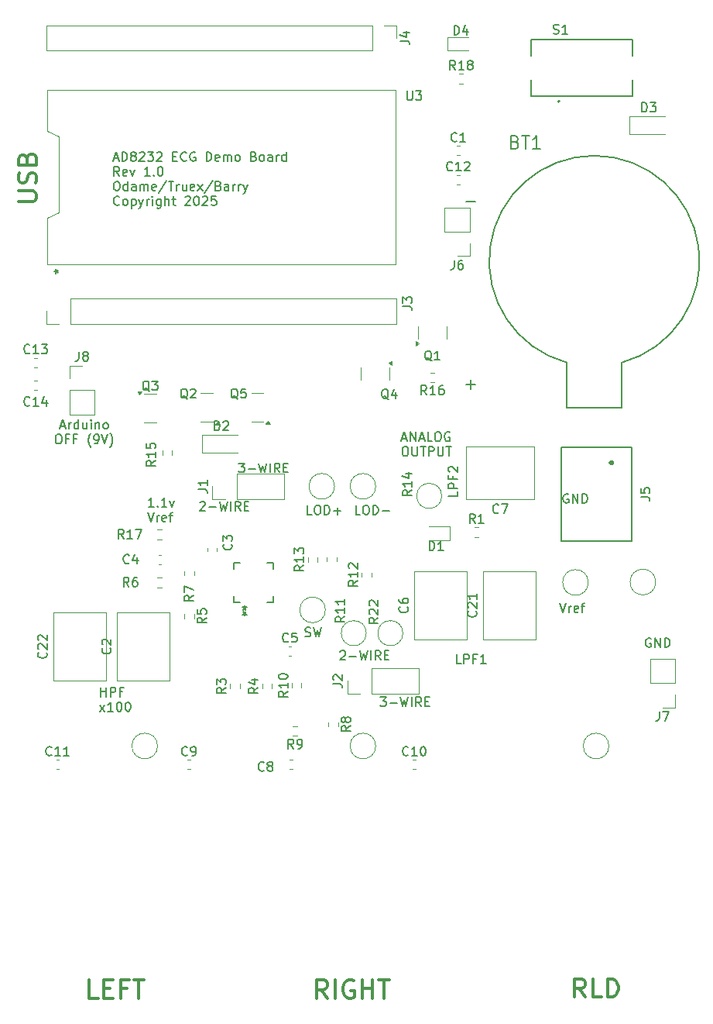
<source format=gbr>
%TF.GenerationSoftware,KiCad,Pcbnew,9.0.3*%
%TF.CreationDate,2025-08-01T09:54:24-04:00*%
%TF.ProjectId,ECG,4543472e-6b69-4636-9164-5f7063625858,rev?*%
%TF.SameCoordinates,Original*%
%TF.FileFunction,Legend,Top*%
%TF.FilePolarity,Positive*%
%FSLAX46Y46*%
G04 Gerber Fmt 4.6, Leading zero omitted, Abs format (unit mm)*
G04 Created by KiCad (PCBNEW 9.0.3) date 2025-08-01 09:54:24*
%MOMM*%
%LPD*%
G01*
G04 APERTURE LIST*
%ADD10C,0.150000*%
%ADD11C,0.300000*%
%ADD12C,0.200000*%
%ADD13C,0.120000*%
%ADD14C,0.400000*%
%ADD15C,0.127000*%
%ADD16C,0.152400*%
G04 APERTURE END LIST*
D10*
X135496541Y-99834819D02*
X136115588Y-99834819D01*
X136115588Y-99834819D02*
X135782255Y-100215771D01*
X135782255Y-100215771D02*
X135925112Y-100215771D01*
X135925112Y-100215771D02*
X136020350Y-100263390D01*
X136020350Y-100263390D02*
X136067969Y-100311009D01*
X136067969Y-100311009D02*
X136115588Y-100406247D01*
X136115588Y-100406247D02*
X136115588Y-100644342D01*
X136115588Y-100644342D02*
X136067969Y-100739580D01*
X136067969Y-100739580D02*
X136020350Y-100787200D01*
X136020350Y-100787200D02*
X135925112Y-100834819D01*
X135925112Y-100834819D02*
X135639398Y-100834819D01*
X135639398Y-100834819D02*
X135544160Y-100787200D01*
X135544160Y-100787200D02*
X135496541Y-100739580D01*
X136544160Y-100453866D02*
X137306065Y-100453866D01*
X137687017Y-99834819D02*
X137925112Y-100834819D01*
X137925112Y-100834819D02*
X138115588Y-100120533D01*
X138115588Y-100120533D02*
X138306064Y-100834819D01*
X138306064Y-100834819D02*
X138544160Y-99834819D01*
X138925112Y-100834819D02*
X138925112Y-99834819D01*
X139972730Y-100834819D02*
X139639397Y-100358628D01*
X139401302Y-100834819D02*
X139401302Y-99834819D01*
X139401302Y-99834819D02*
X139782254Y-99834819D01*
X139782254Y-99834819D02*
X139877492Y-99882438D01*
X139877492Y-99882438D02*
X139925111Y-99930057D01*
X139925111Y-99930057D02*
X139972730Y-100025295D01*
X139972730Y-100025295D02*
X139972730Y-100168152D01*
X139972730Y-100168152D02*
X139925111Y-100263390D01*
X139925111Y-100263390D02*
X139877492Y-100311009D01*
X139877492Y-100311009D02*
X139782254Y-100358628D01*
X139782254Y-100358628D02*
X139401302Y-100358628D01*
X140401302Y-100311009D02*
X140734635Y-100311009D01*
X140877492Y-100834819D02*
X140401302Y-100834819D01*
X140401302Y-100834819D02*
X140401302Y-99834819D01*
X140401302Y-99834819D02*
X140877492Y-99834819D01*
X106334160Y-40982272D02*
X106810350Y-40982272D01*
X106238922Y-41267987D02*
X106572255Y-40267987D01*
X106572255Y-40267987D02*
X106905588Y-41267987D01*
X107238922Y-41267987D02*
X107238922Y-40267987D01*
X107238922Y-40267987D02*
X107477017Y-40267987D01*
X107477017Y-40267987D02*
X107619874Y-40315606D01*
X107619874Y-40315606D02*
X107715112Y-40410844D01*
X107715112Y-40410844D02*
X107762731Y-40506082D01*
X107762731Y-40506082D02*
X107810350Y-40696558D01*
X107810350Y-40696558D02*
X107810350Y-40839415D01*
X107810350Y-40839415D02*
X107762731Y-41029891D01*
X107762731Y-41029891D02*
X107715112Y-41125129D01*
X107715112Y-41125129D02*
X107619874Y-41220368D01*
X107619874Y-41220368D02*
X107477017Y-41267987D01*
X107477017Y-41267987D02*
X107238922Y-41267987D01*
X108381779Y-40696558D02*
X108286541Y-40648939D01*
X108286541Y-40648939D02*
X108238922Y-40601320D01*
X108238922Y-40601320D02*
X108191303Y-40506082D01*
X108191303Y-40506082D02*
X108191303Y-40458463D01*
X108191303Y-40458463D02*
X108238922Y-40363225D01*
X108238922Y-40363225D02*
X108286541Y-40315606D01*
X108286541Y-40315606D02*
X108381779Y-40267987D01*
X108381779Y-40267987D02*
X108572255Y-40267987D01*
X108572255Y-40267987D02*
X108667493Y-40315606D01*
X108667493Y-40315606D02*
X108715112Y-40363225D01*
X108715112Y-40363225D02*
X108762731Y-40458463D01*
X108762731Y-40458463D02*
X108762731Y-40506082D01*
X108762731Y-40506082D02*
X108715112Y-40601320D01*
X108715112Y-40601320D02*
X108667493Y-40648939D01*
X108667493Y-40648939D02*
X108572255Y-40696558D01*
X108572255Y-40696558D02*
X108381779Y-40696558D01*
X108381779Y-40696558D02*
X108286541Y-40744177D01*
X108286541Y-40744177D02*
X108238922Y-40791796D01*
X108238922Y-40791796D02*
X108191303Y-40887034D01*
X108191303Y-40887034D02*
X108191303Y-41077510D01*
X108191303Y-41077510D02*
X108238922Y-41172748D01*
X108238922Y-41172748D02*
X108286541Y-41220368D01*
X108286541Y-41220368D02*
X108381779Y-41267987D01*
X108381779Y-41267987D02*
X108572255Y-41267987D01*
X108572255Y-41267987D02*
X108667493Y-41220368D01*
X108667493Y-41220368D02*
X108715112Y-41172748D01*
X108715112Y-41172748D02*
X108762731Y-41077510D01*
X108762731Y-41077510D02*
X108762731Y-40887034D01*
X108762731Y-40887034D02*
X108715112Y-40791796D01*
X108715112Y-40791796D02*
X108667493Y-40744177D01*
X108667493Y-40744177D02*
X108572255Y-40696558D01*
X109143684Y-40363225D02*
X109191303Y-40315606D01*
X109191303Y-40315606D02*
X109286541Y-40267987D01*
X109286541Y-40267987D02*
X109524636Y-40267987D01*
X109524636Y-40267987D02*
X109619874Y-40315606D01*
X109619874Y-40315606D02*
X109667493Y-40363225D01*
X109667493Y-40363225D02*
X109715112Y-40458463D01*
X109715112Y-40458463D02*
X109715112Y-40553701D01*
X109715112Y-40553701D02*
X109667493Y-40696558D01*
X109667493Y-40696558D02*
X109096065Y-41267987D01*
X109096065Y-41267987D02*
X109715112Y-41267987D01*
X110048446Y-40267987D02*
X110667493Y-40267987D01*
X110667493Y-40267987D02*
X110334160Y-40648939D01*
X110334160Y-40648939D02*
X110477017Y-40648939D01*
X110477017Y-40648939D02*
X110572255Y-40696558D01*
X110572255Y-40696558D02*
X110619874Y-40744177D01*
X110619874Y-40744177D02*
X110667493Y-40839415D01*
X110667493Y-40839415D02*
X110667493Y-41077510D01*
X110667493Y-41077510D02*
X110619874Y-41172748D01*
X110619874Y-41172748D02*
X110572255Y-41220368D01*
X110572255Y-41220368D02*
X110477017Y-41267987D01*
X110477017Y-41267987D02*
X110191303Y-41267987D01*
X110191303Y-41267987D02*
X110096065Y-41220368D01*
X110096065Y-41220368D02*
X110048446Y-41172748D01*
X111048446Y-40363225D02*
X111096065Y-40315606D01*
X111096065Y-40315606D02*
X111191303Y-40267987D01*
X111191303Y-40267987D02*
X111429398Y-40267987D01*
X111429398Y-40267987D02*
X111524636Y-40315606D01*
X111524636Y-40315606D02*
X111572255Y-40363225D01*
X111572255Y-40363225D02*
X111619874Y-40458463D01*
X111619874Y-40458463D02*
X111619874Y-40553701D01*
X111619874Y-40553701D02*
X111572255Y-40696558D01*
X111572255Y-40696558D02*
X111000827Y-41267987D01*
X111000827Y-41267987D02*
X111619874Y-41267987D01*
X112810351Y-40744177D02*
X113143684Y-40744177D01*
X113286541Y-41267987D02*
X112810351Y-41267987D01*
X112810351Y-41267987D02*
X112810351Y-40267987D01*
X112810351Y-40267987D02*
X113286541Y-40267987D01*
X114286541Y-41172748D02*
X114238922Y-41220368D01*
X114238922Y-41220368D02*
X114096065Y-41267987D01*
X114096065Y-41267987D02*
X114000827Y-41267987D01*
X114000827Y-41267987D02*
X113857970Y-41220368D01*
X113857970Y-41220368D02*
X113762732Y-41125129D01*
X113762732Y-41125129D02*
X113715113Y-41029891D01*
X113715113Y-41029891D02*
X113667494Y-40839415D01*
X113667494Y-40839415D02*
X113667494Y-40696558D01*
X113667494Y-40696558D02*
X113715113Y-40506082D01*
X113715113Y-40506082D02*
X113762732Y-40410844D01*
X113762732Y-40410844D02*
X113857970Y-40315606D01*
X113857970Y-40315606D02*
X114000827Y-40267987D01*
X114000827Y-40267987D02*
X114096065Y-40267987D01*
X114096065Y-40267987D02*
X114238922Y-40315606D01*
X114238922Y-40315606D02*
X114286541Y-40363225D01*
X115238922Y-40315606D02*
X115143684Y-40267987D01*
X115143684Y-40267987D02*
X115000827Y-40267987D01*
X115000827Y-40267987D02*
X114857970Y-40315606D01*
X114857970Y-40315606D02*
X114762732Y-40410844D01*
X114762732Y-40410844D02*
X114715113Y-40506082D01*
X114715113Y-40506082D02*
X114667494Y-40696558D01*
X114667494Y-40696558D02*
X114667494Y-40839415D01*
X114667494Y-40839415D02*
X114715113Y-41029891D01*
X114715113Y-41029891D02*
X114762732Y-41125129D01*
X114762732Y-41125129D02*
X114857970Y-41220368D01*
X114857970Y-41220368D02*
X115000827Y-41267987D01*
X115000827Y-41267987D02*
X115096065Y-41267987D01*
X115096065Y-41267987D02*
X115238922Y-41220368D01*
X115238922Y-41220368D02*
X115286541Y-41172748D01*
X115286541Y-41172748D02*
X115286541Y-40839415D01*
X115286541Y-40839415D02*
X115096065Y-40839415D01*
X116477018Y-41267987D02*
X116477018Y-40267987D01*
X116477018Y-40267987D02*
X116715113Y-40267987D01*
X116715113Y-40267987D02*
X116857970Y-40315606D01*
X116857970Y-40315606D02*
X116953208Y-40410844D01*
X116953208Y-40410844D02*
X117000827Y-40506082D01*
X117000827Y-40506082D02*
X117048446Y-40696558D01*
X117048446Y-40696558D02*
X117048446Y-40839415D01*
X117048446Y-40839415D02*
X117000827Y-41029891D01*
X117000827Y-41029891D02*
X116953208Y-41125129D01*
X116953208Y-41125129D02*
X116857970Y-41220368D01*
X116857970Y-41220368D02*
X116715113Y-41267987D01*
X116715113Y-41267987D02*
X116477018Y-41267987D01*
X117857970Y-41220368D02*
X117762732Y-41267987D01*
X117762732Y-41267987D02*
X117572256Y-41267987D01*
X117572256Y-41267987D02*
X117477018Y-41220368D01*
X117477018Y-41220368D02*
X117429399Y-41125129D01*
X117429399Y-41125129D02*
X117429399Y-40744177D01*
X117429399Y-40744177D02*
X117477018Y-40648939D01*
X117477018Y-40648939D02*
X117572256Y-40601320D01*
X117572256Y-40601320D02*
X117762732Y-40601320D01*
X117762732Y-40601320D02*
X117857970Y-40648939D01*
X117857970Y-40648939D02*
X117905589Y-40744177D01*
X117905589Y-40744177D02*
X117905589Y-40839415D01*
X117905589Y-40839415D02*
X117429399Y-40934653D01*
X118334161Y-41267987D02*
X118334161Y-40601320D01*
X118334161Y-40696558D02*
X118381780Y-40648939D01*
X118381780Y-40648939D02*
X118477018Y-40601320D01*
X118477018Y-40601320D02*
X118619875Y-40601320D01*
X118619875Y-40601320D02*
X118715113Y-40648939D01*
X118715113Y-40648939D02*
X118762732Y-40744177D01*
X118762732Y-40744177D02*
X118762732Y-41267987D01*
X118762732Y-40744177D02*
X118810351Y-40648939D01*
X118810351Y-40648939D02*
X118905589Y-40601320D01*
X118905589Y-40601320D02*
X119048446Y-40601320D01*
X119048446Y-40601320D02*
X119143685Y-40648939D01*
X119143685Y-40648939D02*
X119191304Y-40744177D01*
X119191304Y-40744177D02*
X119191304Y-41267987D01*
X119810351Y-41267987D02*
X119715113Y-41220368D01*
X119715113Y-41220368D02*
X119667494Y-41172748D01*
X119667494Y-41172748D02*
X119619875Y-41077510D01*
X119619875Y-41077510D02*
X119619875Y-40791796D01*
X119619875Y-40791796D02*
X119667494Y-40696558D01*
X119667494Y-40696558D02*
X119715113Y-40648939D01*
X119715113Y-40648939D02*
X119810351Y-40601320D01*
X119810351Y-40601320D02*
X119953208Y-40601320D01*
X119953208Y-40601320D02*
X120048446Y-40648939D01*
X120048446Y-40648939D02*
X120096065Y-40696558D01*
X120096065Y-40696558D02*
X120143684Y-40791796D01*
X120143684Y-40791796D02*
X120143684Y-41077510D01*
X120143684Y-41077510D02*
X120096065Y-41172748D01*
X120096065Y-41172748D02*
X120048446Y-41220368D01*
X120048446Y-41220368D02*
X119953208Y-41267987D01*
X119953208Y-41267987D02*
X119810351Y-41267987D01*
X121667494Y-40744177D02*
X121810351Y-40791796D01*
X121810351Y-40791796D02*
X121857970Y-40839415D01*
X121857970Y-40839415D02*
X121905589Y-40934653D01*
X121905589Y-40934653D02*
X121905589Y-41077510D01*
X121905589Y-41077510D02*
X121857970Y-41172748D01*
X121857970Y-41172748D02*
X121810351Y-41220368D01*
X121810351Y-41220368D02*
X121715113Y-41267987D01*
X121715113Y-41267987D02*
X121334161Y-41267987D01*
X121334161Y-41267987D02*
X121334161Y-40267987D01*
X121334161Y-40267987D02*
X121667494Y-40267987D01*
X121667494Y-40267987D02*
X121762732Y-40315606D01*
X121762732Y-40315606D02*
X121810351Y-40363225D01*
X121810351Y-40363225D02*
X121857970Y-40458463D01*
X121857970Y-40458463D02*
X121857970Y-40553701D01*
X121857970Y-40553701D02*
X121810351Y-40648939D01*
X121810351Y-40648939D02*
X121762732Y-40696558D01*
X121762732Y-40696558D02*
X121667494Y-40744177D01*
X121667494Y-40744177D02*
X121334161Y-40744177D01*
X122477018Y-41267987D02*
X122381780Y-41220368D01*
X122381780Y-41220368D02*
X122334161Y-41172748D01*
X122334161Y-41172748D02*
X122286542Y-41077510D01*
X122286542Y-41077510D02*
X122286542Y-40791796D01*
X122286542Y-40791796D02*
X122334161Y-40696558D01*
X122334161Y-40696558D02*
X122381780Y-40648939D01*
X122381780Y-40648939D02*
X122477018Y-40601320D01*
X122477018Y-40601320D02*
X122619875Y-40601320D01*
X122619875Y-40601320D02*
X122715113Y-40648939D01*
X122715113Y-40648939D02*
X122762732Y-40696558D01*
X122762732Y-40696558D02*
X122810351Y-40791796D01*
X122810351Y-40791796D02*
X122810351Y-41077510D01*
X122810351Y-41077510D02*
X122762732Y-41172748D01*
X122762732Y-41172748D02*
X122715113Y-41220368D01*
X122715113Y-41220368D02*
X122619875Y-41267987D01*
X122619875Y-41267987D02*
X122477018Y-41267987D01*
X123667494Y-41267987D02*
X123667494Y-40744177D01*
X123667494Y-40744177D02*
X123619875Y-40648939D01*
X123619875Y-40648939D02*
X123524637Y-40601320D01*
X123524637Y-40601320D02*
X123334161Y-40601320D01*
X123334161Y-40601320D02*
X123238923Y-40648939D01*
X123667494Y-41220368D02*
X123572256Y-41267987D01*
X123572256Y-41267987D02*
X123334161Y-41267987D01*
X123334161Y-41267987D02*
X123238923Y-41220368D01*
X123238923Y-41220368D02*
X123191304Y-41125129D01*
X123191304Y-41125129D02*
X123191304Y-41029891D01*
X123191304Y-41029891D02*
X123238923Y-40934653D01*
X123238923Y-40934653D02*
X123334161Y-40887034D01*
X123334161Y-40887034D02*
X123572256Y-40887034D01*
X123572256Y-40887034D02*
X123667494Y-40839415D01*
X124143685Y-41267987D02*
X124143685Y-40601320D01*
X124143685Y-40791796D02*
X124191304Y-40696558D01*
X124191304Y-40696558D02*
X124238923Y-40648939D01*
X124238923Y-40648939D02*
X124334161Y-40601320D01*
X124334161Y-40601320D02*
X124429399Y-40601320D01*
X125191304Y-41267987D02*
X125191304Y-40267987D01*
X125191304Y-41220368D02*
X125096066Y-41267987D01*
X125096066Y-41267987D02*
X124905590Y-41267987D01*
X124905590Y-41267987D02*
X124810352Y-41220368D01*
X124810352Y-41220368D02*
X124762733Y-41172748D01*
X124762733Y-41172748D02*
X124715114Y-41077510D01*
X124715114Y-41077510D02*
X124715114Y-40791796D01*
X124715114Y-40791796D02*
X124762733Y-40696558D01*
X124762733Y-40696558D02*
X124810352Y-40648939D01*
X124810352Y-40648939D02*
X124905590Y-40601320D01*
X124905590Y-40601320D02*
X125096066Y-40601320D01*
X125096066Y-40601320D02*
X125191304Y-40648939D01*
X106953207Y-42877931D02*
X106619874Y-42401740D01*
X106381779Y-42877931D02*
X106381779Y-41877931D01*
X106381779Y-41877931D02*
X106762731Y-41877931D01*
X106762731Y-41877931D02*
X106857969Y-41925550D01*
X106857969Y-41925550D02*
X106905588Y-41973169D01*
X106905588Y-41973169D02*
X106953207Y-42068407D01*
X106953207Y-42068407D02*
X106953207Y-42211264D01*
X106953207Y-42211264D02*
X106905588Y-42306502D01*
X106905588Y-42306502D02*
X106857969Y-42354121D01*
X106857969Y-42354121D02*
X106762731Y-42401740D01*
X106762731Y-42401740D02*
X106381779Y-42401740D01*
X107762731Y-42830312D02*
X107667493Y-42877931D01*
X107667493Y-42877931D02*
X107477017Y-42877931D01*
X107477017Y-42877931D02*
X107381779Y-42830312D01*
X107381779Y-42830312D02*
X107334160Y-42735073D01*
X107334160Y-42735073D02*
X107334160Y-42354121D01*
X107334160Y-42354121D02*
X107381779Y-42258883D01*
X107381779Y-42258883D02*
X107477017Y-42211264D01*
X107477017Y-42211264D02*
X107667493Y-42211264D01*
X107667493Y-42211264D02*
X107762731Y-42258883D01*
X107762731Y-42258883D02*
X107810350Y-42354121D01*
X107810350Y-42354121D02*
X107810350Y-42449359D01*
X107810350Y-42449359D02*
X107334160Y-42544597D01*
X108143684Y-42211264D02*
X108381779Y-42877931D01*
X108381779Y-42877931D02*
X108619874Y-42211264D01*
X110286541Y-42877931D02*
X109715113Y-42877931D01*
X110000827Y-42877931D02*
X110000827Y-41877931D01*
X110000827Y-41877931D02*
X109905589Y-42020788D01*
X109905589Y-42020788D02*
X109810351Y-42116026D01*
X109810351Y-42116026D02*
X109715113Y-42163645D01*
X110715113Y-42782692D02*
X110762732Y-42830312D01*
X110762732Y-42830312D02*
X110715113Y-42877931D01*
X110715113Y-42877931D02*
X110667494Y-42830312D01*
X110667494Y-42830312D02*
X110715113Y-42782692D01*
X110715113Y-42782692D02*
X110715113Y-42877931D01*
X111381779Y-41877931D02*
X111477017Y-41877931D01*
X111477017Y-41877931D02*
X111572255Y-41925550D01*
X111572255Y-41925550D02*
X111619874Y-41973169D01*
X111619874Y-41973169D02*
X111667493Y-42068407D01*
X111667493Y-42068407D02*
X111715112Y-42258883D01*
X111715112Y-42258883D02*
X111715112Y-42496978D01*
X111715112Y-42496978D02*
X111667493Y-42687454D01*
X111667493Y-42687454D02*
X111619874Y-42782692D01*
X111619874Y-42782692D02*
X111572255Y-42830312D01*
X111572255Y-42830312D02*
X111477017Y-42877931D01*
X111477017Y-42877931D02*
X111381779Y-42877931D01*
X111381779Y-42877931D02*
X111286541Y-42830312D01*
X111286541Y-42830312D02*
X111238922Y-42782692D01*
X111238922Y-42782692D02*
X111191303Y-42687454D01*
X111191303Y-42687454D02*
X111143684Y-42496978D01*
X111143684Y-42496978D02*
X111143684Y-42258883D01*
X111143684Y-42258883D02*
X111191303Y-42068407D01*
X111191303Y-42068407D02*
X111238922Y-41973169D01*
X111238922Y-41973169D02*
X111286541Y-41925550D01*
X111286541Y-41925550D02*
X111381779Y-41877931D01*
X106572255Y-43487875D02*
X106762731Y-43487875D01*
X106762731Y-43487875D02*
X106857969Y-43535494D01*
X106857969Y-43535494D02*
X106953207Y-43630732D01*
X106953207Y-43630732D02*
X107000826Y-43821208D01*
X107000826Y-43821208D02*
X107000826Y-44154541D01*
X107000826Y-44154541D02*
X106953207Y-44345017D01*
X106953207Y-44345017D02*
X106857969Y-44440256D01*
X106857969Y-44440256D02*
X106762731Y-44487875D01*
X106762731Y-44487875D02*
X106572255Y-44487875D01*
X106572255Y-44487875D02*
X106477017Y-44440256D01*
X106477017Y-44440256D02*
X106381779Y-44345017D01*
X106381779Y-44345017D02*
X106334160Y-44154541D01*
X106334160Y-44154541D02*
X106334160Y-43821208D01*
X106334160Y-43821208D02*
X106381779Y-43630732D01*
X106381779Y-43630732D02*
X106477017Y-43535494D01*
X106477017Y-43535494D02*
X106572255Y-43487875D01*
X107857969Y-44487875D02*
X107857969Y-43487875D01*
X107857969Y-44440256D02*
X107762731Y-44487875D01*
X107762731Y-44487875D02*
X107572255Y-44487875D01*
X107572255Y-44487875D02*
X107477017Y-44440256D01*
X107477017Y-44440256D02*
X107429398Y-44392636D01*
X107429398Y-44392636D02*
X107381779Y-44297398D01*
X107381779Y-44297398D02*
X107381779Y-44011684D01*
X107381779Y-44011684D02*
X107429398Y-43916446D01*
X107429398Y-43916446D02*
X107477017Y-43868827D01*
X107477017Y-43868827D02*
X107572255Y-43821208D01*
X107572255Y-43821208D02*
X107762731Y-43821208D01*
X107762731Y-43821208D02*
X107857969Y-43868827D01*
X108762731Y-44487875D02*
X108762731Y-43964065D01*
X108762731Y-43964065D02*
X108715112Y-43868827D01*
X108715112Y-43868827D02*
X108619874Y-43821208D01*
X108619874Y-43821208D02*
X108429398Y-43821208D01*
X108429398Y-43821208D02*
X108334160Y-43868827D01*
X108762731Y-44440256D02*
X108667493Y-44487875D01*
X108667493Y-44487875D02*
X108429398Y-44487875D01*
X108429398Y-44487875D02*
X108334160Y-44440256D01*
X108334160Y-44440256D02*
X108286541Y-44345017D01*
X108286541Y-44345017D02*
X108286541Y-44249779D01*
X108286541Y-44249779D02*
X108334160Y-44154541D01*
X108334160Y-44154541D02*
X108429398Y-44106922D01*
X108429398Y-44106922D02*
X108667493Y-44106922D01*
X108667493Y-44106922D02*
X108762731Y-44059303D01*
X109238922Y-44487875D02*
X109238922Y-43821208D01*
X109238922Y-43916446D02*
X109286541Y-43868827D01*
X109286541Y-43868827D02*
X109381779Y-43821208D01*
X109381779Y-43821208D02*
X109524636Y-43821208D01*
X109524636Y-43821208D02*
X109619874Y-43868827D01*
X109619874Y-43868827D02*
X109667493Y-43964065D01*
X109667493Y-43964065D02*
X109667493Y-44487875D01*
X109667493Y-43964065D02*
X109715112Y-43868827D01*
X109715112Y-43868827D02*
X109810350Y-43821208D01*
X109810350Y-43821208D02*
X109953207Y-43821208D01*
X109953207Y-43821208D02*
X110048446Y-43868827D01*
X110048446Y-43868827D02*
X110096065Y-43964065D01*
X110096065Y-43964065D02*
X110096065Y-44487875D01*
X110953207Y-44440256D02*
X110857969Y-44487875D01*
X110857969Y-44487875D02*
X110667493Y-44487875D01*
X110667493Y-44487875D02*
X110572255Y-44440256D01*
X110572255Y-44440256D02*
X110524636Y-44345017D01*
X110524636Y-44345017D02*
X110524636Y-43964065D01*
X110524636Y-43964065D02*
X110572255Y-43868827D01*
X110572255Y-43868827D02*
X110667493Y-43821208D01*
X110667493Y-43821208D02*
X110857969Y-43821208D01*
X110857969Y-43821208D02*
X110953207Y-43868827D01*
X110953207Y-43868827D02*
X111000826Y-43964065D01*
X111000826Y-43964065D02*
X111000826Y-44059303D01*
X111000826Y-44059303D02*
X110524636Y-44154541D01*
X112143683Y-43440256D02*
X111286541Y-44725970D01*
X112334160Y-43487875D02*
X112905588Y-43487875D01*
X112619874Y-44487875D02*
X112619874Y-43487875D01*
X113238922Y-44487875D02*
X113238922Y-43821208D01*
X113238922Y-44011684D02*
X113286541Y-43916446D01*
X113286541Y-43916446D02*
X113334160Y-43868827D01*
X113334160Y-43868827D02*
X113429398Y-43821208D01*
X113429398Y-43821208D02*
X113524636Y-43821208D01*
X114286541Y-43821208D02*
X114286541Y-44487875D01*
X113857970Y-43821208D02*
X113857970Y-44345017D01*
X113857970Y-44345017D02*
X113905589Y-44440256D01*
X113905589Y-44440256D02*
X114000827Y-44487875D01*
X114000827Y-44487875D02*
X114143684Y-44487875D01*
X114143684Y-44487875D02*
X114238922Y-44440256D01*
X114238922Y-44440256D02*
X114286541Y-44392636D01*
X115143684Y-44440256D02*
X115048446Y-44487875D01*
X115048446Y-44487875D02*
X114857970Y-44487875D01*
X114857970Y-44487875D02*
X114762732Y-44440256D01*
X114762732Y-44440256D02*
X114715113Y-44345017D01*
X114715113Y-44345017D02*
X114715113Y-43964065D01*
X114715113Y-43964065D02*
X114762732Y-43868827D01*
X114762732Y-43868827D02*
X114857970Y-43821208D01*
X114857970Y-43821208D02*
X115048446Y-43821208D01*
X115048446Y-43821208D02*
X115143684Y-43868827D01*
X115143684Y-43868827D02*
X115191303Y-43964065D01*
X115191303Y-43964065D02*
X115191303Y-44059303D01*
X115191303Y-44059303D02*
X114715113Y-44154541D01*
X115524637Y-44487875D02*
X116048446Y-43821208D01*
X115524637Y-43821208D02*
X116048446Y-44487875D01*
X117143684Y-43440256D02*
X116286542Y-44725970D01*
X117810351Y-43964065D02*
X117953208Y-44011684D01*
X117953208Y-44011684D02*
X118000827Y-44059303D01*
X118000827Y-44059303D02*
X118048446Y-44154541D01*
X118048446Y-44154541D02*
X118048446Y-44297398D01*
X118048446Y-44297398D02*
X118000827Y-44392636D01*
X118000827Y-44392636D02*
X117953208Y-44440256D01*
X117953208Y-44440256D02*
X117857970Y-44487875D01*
X117857970Y-44487875D02*
X117477018Y-44487875D01*
X117477018Y-44487875D02*
X117477018Y-43487875D01*
X117477018Y-43487875D02*
X117810351Y-43487875D01*
X117810351Y-43487875D02*
X117905589Y-43535494D01*
X117905589Y-43535494D02*
X117953208Y-43583113D01*
X117953208Y-43583113D02*
X118000827Y-43678351D01*
X118000827Y-43678351D02*
X118000827Y-43773589D01*
X118000827Y-43773589D02*
X117953208Y-43868827D01*
X117953208Y-43868827D02*
X117905589Y-43916446D01*
X117905589Y-43916446D02*
X117810351Y-43964065D01*
X117810351Y-43964065D02*
X117477018Y-43964065D01*
X118905589Y-44487875D02*
X118905589Y-43964065D01*
X118905589Y-43964065D02*
X118857970Y-43868827D01*
X118857970Y-43868827D02*
X118762732Y-43821208D01*
X118762732Y-43821208D02*
X118572256Y-43821208D01*
X118572256Y-43821208D02*
X118477018Y-43868827D01*
X118905589Y-44440256D02*
X118810351Y-44487875D01*
X118810351Y-44487875D02*
X118572256Y-44487875D01*
X118572256Y-44487875D02*
X118477018Y-44440256D01*
X118477018Y-44440256D02*
X118429399Y-44345017D01*
X118429399Y-44345017D02*
X118429399Y-44249779D01*
X118429399Y-44249779D02*
X118477018Y-44154541D01*
X118477018Y-44154541D02*
X118572256Y-44106922D01*
X118572256Y-44106922D02*
X118810351Y-44106922D01*
X118810351Y-44106922D02*
X118905589Y-44059303D01*
X119381780Y-44487875D02*
X119381780Y-43821208D01*
X119381780Y-44011684D02*
X119429399Y-43916446D01*
X119429399Y-43916446D02*
X119477018Y-43868827D01*
X119477018Y-43868827D02*
X119572256Y-43821208D01*
X119572256Y-43821208D02*
X119667494Y-43821208D01*
X120000828Y-44487875D02*
X120000828Y-43821208D01*
X120000828Y-44011684D02*
X120048447Y-43916446D01*
X120048447Y-43916446D02*
X120096066Y-43868827D01*
X120096066Y-43868827D02*
X120191304Y-43821208D01*
X120191304Y-43821208D02*
X120286542Y-43821208D01*
X120524638Y-43821208D02*
X120762733Y-44487875D01*
X121000828Y-43821208D02*
X120762733Y-44487875D01*
X120762733Y-44487875D02*
X120667495Y-44725970D01*
X120667495Y-44725970D02*
X120619876Y-44773589D01*
X120619876Y-44773589D02*
X120524638Y-44821208D01*
X106953207Y-46002580D02*
X106905588Y-46050200D01*
X106905588Y-46050200D02*
X106762731Y-46097819D01*
X106762731Y-46097819D02*
X106667493Y-46097819D01*
X106667493Y-46097819D02*
X106524636Y-46050200D01*
X106524636Y-46050200D02*
X106429398Y-45954961D01*
X106429398Y-45954961D02*
X106381779Y-45859723D01*
X106381779Y-45859723D02*
X106334160Y-45669247D01*
X106334160Y-45669247D02*
X106334160Y-45526390D01*
X106334160Y-45526390D02*
X106381779Y-45335914D01*
X106381779Y-45335914D02*
X106429398Y-45240676D01*
X106429398Y-45240676D02*
X106524636Y-45145438D01*
X106524636Y-45145438D02*
X106667493Y-45097819D01*
X106667493Y-45097819D02*
X106762731Y-45097819D01*
X106762731Y-45097819D02*
X106905588Y-45145438D01*
X106905588Y-45145438D02*
X106953207Y-45193057D01*
X107524636Y-46097819D02*
X107429398Y-46050200D01*
X107429398Y-46050200D02*
X107381779Y-46002580D01*
X107381779Y-46002580D02*
X107334160Y-45907342D01*
X107334160Y-45907342D02*
X107334160Y-45621628D01*
X107334160Y-45621628D02*
X107381779Y-45526390D01*
X107381779Y-45526390D02*
X107429398Y-45478771D01*
X107429398Y-45478771D02*
X107524636Y-45431152D01*
X107524636Y-45431152D02*
X107667493Y-45431152D01*
X107667493Y-45431152D02*
X107762731Y-45478771D01*
X107762731Y-45478771D02*
X107810350Y-45526390D01*
X107810350Y-45526390D02*
X107857969Y-45621628D01*
X107857969Y-45621628D02*
X107857969Y-45907342D01*
X107857969Y-45907342D02*
X107810350Y-46002580D01*
X107810350Y-46002580D02*
X107762731Y-46050200D01*
X107762731Y-46050200D02*
X107667493Y-46097819D01*
X107667493Y-46097819D02*
X107524636Y-46097819D01*
X108286541Y-45431152D02*
X108286541Y-46431152D01*
X108286541Y-45478771D02*
X108381779Y-45431152D01*
X108381779Y-45431152D02*
X108572255Y-45431152D01*
X108572255Y-45431152D02*
X108667493Y-45478771D01*
X108667493Y-45478771D02*
X108715112Y-45526390D01*
X108715112Y-45526390D02*
X108762731Y-45621628D01*
X108762731Y-45621628D02*
X108762731Y-45907342D01*
X108762731Y-45907342D02*
X108715112Y-46002580D01*
X108715112Y-46002580D02*
X108667493Y-46050200D01*
X108667493Y-46050200D02*
X108572255Y-46097819D01*
X108572255Y-46097819D02*
X108381779Y-46097819D01*
X108381779Y-46097819D02*
X108286541Y-46050200D01*
X109096065Y-45431152D02*
X109334160Y-46097819D01*
X109572255Y-45431152D02*
X109334160Y-46097819D01*
X109334160Y-46097819D02*
X109238922Y-46335914D01*
X109238922Y-46335914D02*
X109191303Y-46383533D01*
X109191303Y-46383533D02*
X109096065Y-46431152D01*
X109953208Y-46097819D02*
X109953208Y-45431152D01*
X109953208Y-45621628D02*
X110000827Y-45526390D01*
X110000827Y-45526390D02*
X110048446Y-45478771D01*
X110048446Y-45478771D02*
X110143684Y-45431152D01*
X110143684Y-45431152D02*
X110238922Y-45431152D01*
X110572256Y-46097819D02*
X110572256Y-45431152D01*
X110572256Y-45097819D02*
X110524637Y-45145438D01*
X110524637Y-45145438D02*
X110572256Y-45193057D01*
X110572256Y-45193057D02*
X110619875Y-45145438D01*
X110619875Y-45145438D02*
X110572256Y-45097819D01*
X110572256Y-45097819D02*
X110572256Y-45193057D01*
X111477017Y-45431152D02*
X111477017Y-46240676D01*
X111477017Y-46240676D02*
X111429398Y-46335914D01*
X111429398Y-46335914D02*
X111381779Y-46383533D01*
X111381779Y-46383533D02*
X111286541Y-46431152D01*
X111286541Y-46431152D02*
X111143684Y-46431152D01*
X111143684Y-46431152D02*
X111048446Y-46383533D01*
X111477017Y-46050200D02*
X111381779Y-46097819D01*
X111381779Y-46097819D02*
X111191303Y-46097819D01*
X111191303Y-46097819D02*
X111096065Y-46050200D01*
X111096065Y-46050200D02*
X111048446Y-46002580D01*
X111048446Y-46002580D02*
X111000827Y-45907342D01*
X111000827Y-45907342D02*
X111000827Y-45621628D01*
X111000827Y-45621628D02*
X111048446Y-45526390D01*
X111048446Y-45526390D02*
X111096065Y-45478771D01*
X111096065Y-45478771D02*
X111191303Y-45431152D01*
X111191303Y-45431152D02*
X111381779Y-45431152D01*
X111381779Y-45431152D02*
X111477017Y-45478771D01*
X111953208Y-46097819D02*
X111953208Y-45097819D01*
X112381779Y-46097819D02*
X112381779Y-45574009D01*
X112381779Y-45574009D02*
X112334160Y-45478771D01*
X112334160Y-45478771D02*
X112238922Y-45431152D01*
X112238922Y-45431152D02*
X112096065Y-45431152D01*
X112096065Y-45431152D02*
X112000827Y-45478771D01*
X112000827Y-45478771D02*
X111953208Y-45526390D01*
X112715113Y-45431152D02*
X113096065Y-45431152D01*
X112857970Y-45097819D02*
X112857970Y-45954961D01*
X112857970Y-45954961D02*
X112905589Y-46050200D01*
X112905589Y-46050200D02*
X113000827Y-46097819D01*
X113000827Y-46097819D02*
X113096065Y-46097819D01*
X114143685Y-45193057D02*
X114191304Y-45145438D01*
X114191304Y-45145438D02*
X114286542Y-45097819D01*
X114286542Y-45097819D02*
X114524637Y-45097819D01*
X114524637Y-45097819D02*
X114619875Y-45145438D01*
X114619875Y-45145438D02*
X114667494Y-45193057D01*
X114667494Y-45193057D02*
X114715113Y-45288295D01*
X114715113Y-45288295D02*
X114715113Y-45383533D01*
X114715113Y-45383533D02*
X114667494Y-45526390D01*
X114667494Y-45526390D02*
X114096066Y-46097819D01*
X114096066Y-46097819D02*
X114715113Y-46097819D01*
X115334161Y-45097819D02*
X115429399Y-45097819D01*
X115429399Y-45097819D02*
X115524637Y-45145438D01*
X115524637Y-45145438D02*
X115572256Y-45193057D01*
X115572256Y-45193057D02*
X115619875Y-45288295D01*
X115619875Y-45288295D02*
X115667494Y-45478771D01*
X115667494Y-45478771D02*
X115667494Y-45716866D01*
X115667494Y-45716866D02*
X115619875Y-45907342D01*
X115619875Y-45907342D02*
X115572256Y-46002580D01*
X115572256Y-46002580D02*
X115524637Y-46050200D01*
X115524637Y-46050200D02*
X115429399Y-46097819D01*
X115429399Y-46097819D02*
X115334161Y-46097819D01*
X115334161Y-46097819D02*
X115238923Y-46050200D01*
X115238923Y-46050200D02*
X115191304Y-46002580D01*
X115191304Y-46002580D02*
X115143685Y-45907342D01*
X115143685Y-45907342D02*
X115096066Y-45716866D01*
X115096066Y-45716866D02*
X115096066Y-45478771D01*
X115096066Y-45478771D02*
X115143685Y-45288295D01*
X115143685Y-45288295D02*
X115191304Y-45193057D01*
X115191304Y-45193057D02*
X115238923Y-45145438D01*
X115238923Y-45145438D02*
X115334161Y-45097819D01*
X116048447Y-45193057D02*
X116096066Y-45145438D01*
X116096066Y-45145438D02*
X116191304Y-45097819D01*
X116191304Y-45097819D02*
X116429399Y-45097819D01*
X116429399Y-45097819D02*
X116524637Y-45145438D01*
X116524637Y-45145438D02*
X116572256Y-45193057D01*
X116572256Y-45193057D02*
X116619875Y-45288295D01*
X116619875Y-45288295D02*
X116619875Y-45383533D01*
X116619875Y-45383533D02*
X116572256Y-45526390D01*
X116572256Y-45526390D02*
X116000828Y-46097819D01*
X116000828Y-46097819D02*
X116619875Y-46097819D01*
X117524637Y-45097819D02*
X117048447Y-45097819D01*
X117048447Y-45097819D02*
X117000828Y-45574009D01*
X117000828Y-45574009D02*
X117048447Y-45526390D01*
X117048447Y-45526390D02*
X117143685Y-45478771D01*
X117143685Y-45478771D02*
X117381780Y-45478771D01*
X117381780Y-45478771D02*
X117477018Y-45526390D01*
X117477018Y-45526390D02*
X117524637Y-45574009D01*
X117524637Y-45574009D02*
X117572256Y-45669247D01*
X117572256Y-45669247D02*
X117572256Y-45907342D01*
X117572256Y-45907342D02*
X117524637Y-46002580D01*
X117524637Y-46002580D02*
X117477018Y-46050200D01*
X117477018Y-46050200D02*
X117381780Y-46097819D01*
X117381780Y-46097819D02*
X117143685Y-46097819D01*
X117143685Y-46097819D02*
X117048447Y-46050200D01*
X117048447Y-46050200D02*
X117000828Y-46002580D01*
X143959820Y-77350029D02*
X143959820Y-77826219D01*
X143959820Y-77826219D02*
X142959820Y-77826219D01*
X143959820Y-77016695D02*
X142959820Y-77016695D01*
X142959820Y-77016695D02*
X142959820Y-76635743D01*
X142959820Y-76635743D02*
X143007439Y-76540505D01*
X143007439Y-76540505D02*
X143055058Y-76492886D01*
X143055058Y-76492886D02*
X143150296Y-76445267D01*
X143150296Y-76445267D02*
X143293153Y-76445267D01*
X143293153Y-76445267D02*
X143388391Y-76492886D01*
X143388391Y-76492886D02*
X143436010Y-76540505D01*
X143436010Y-76540505D02*
X143483629Y-76635743D01*
X143483629Y-76635743D02*
X143483629Y-77016695D01*
X143436010Y-75683362D02*
X143436010Y-76016695D01*
X143959820Y-76016695D02*
X142959820Y-76016695D01*
X142959820Y-76016695D02*
X142959820Y-75540505D01*
X143055058Y-75207171D02*
X143007439Y-75159552D01*
X143007439Y-75159552D02*
X142959820Y-75064314D01*
X142959820Y-75064314D02*
X142959820Y-74826219D01*
X142959820Y-74826219D02*
X143007439Y-74730981D01*
X143007439Y-74730981D02*
X143055058Y-74683362D01*
X143055058Y-74683362D02*
X143150296Y-74635743D01*
X143150296Y-74635743D02*
X143245534Y-74635743D01*
X143245534Y-74635743D02*
X143388391Y-74683362D01*
X143388391Y-74683362D02*
X143959820Y-75254790D01*
X143959820Y-75254790D02*
X143959820Y-74635743D01*
D11*
X157899415Y-132581638D02*
X157232748Y-131629257D01*
X156756558Y-132581638D02*
X156756558Y-130581638D01*
X156756558Y-130581638D02*
X157518463Y-130581638D01*
X157518463Y-130581638D02*
X157708939Y-130676876D01*
X157708939Y-130676876D02*
X157804177Y-130772114D01*
X157804177Y-130772114D02*
X157899415Y-130962590D01*
X157899415Y-130962590D02*
X157899415Y-131248304D01*
X157899415Y-131248304D02*
X157804177Y-131438780D01*
X157804177Y-131438780D02*
X157708939Y-131534019D01*
X157708939Y-131534019D02*
X157518463Y-131629257D01*
X157518463Y-131629257D02*
X156756558Y-131629257D01*
X159708939Y-132581638D02*
X158756558Y-132581638D01*
X158756558Y-132581638D02*
X158756558Y-130581638D01*
X160375606Y-132581638D02*
X160375606Y-130581638D01*
X160375606Y-130581638D02*
X160851796Y-130581638D01*
X160851796Y-130581638D02*
X161137511Y-130676876D01*
X161137511Y-130676876D02*
X161327987Y-130867352D01*
X161327987Y-130867352D02*
X161423225Y-131057828D01*
X161423225Y-131057828D02*
X161518463Y-131438780D01*
X161518463Y-131438780D02*
X161518463Y-131724495D01*
X161518463Y-131724495D02*
X161423225Y-132105447D01*
X161423225Y-132105447D02*
X161327987Y-132295923D01*
X161327987Y-132295923D02*
X161137511Y-132486400D01*
X161137511Y-132486400D02*
X160851796Y-132581638D01*
X160851796Y-132581638D02*
X160375606Y-132581638D01*
D10*
X120021542Y-74282818D02*
X120640589Y-74282818D01*
X120640589Y-74282818D02*
X120307256Y-74663770D01*
X120307256Y-74663770D02*
X120450113Y-74663770D01*
X120450113Y-74663770D02*
X120545351Y-74711389D01*
X120545351Y-74711389D02*
X120592970Y-74759008D01*
X120592970Y-74759008D02*
X120640589Y-74854246D01*
X120640589Y-74854246D02*
X120640589Y-75092341D01*
X120640589Y-75092341D02*
X120592970Y-75187579D01*
X120592970Y-75187579D02*
X120545351Y-75235199D01*
X120545351Y-75235199D02*
X120450113Y-75282818D01*
X120450113Y-75282818D02*
X120164399Y-75282818D01*
X120164399Y-75282818D02*
X120069161Y-75235199D01*
X120069161Y-75235199D02*
X120021542Y-75187579D01*
X121069161Y-74901865D02*
X121831066Y-74901865D01*
X122212018Y-74282818D02*
X122450113Y-75282818D01*
X122450113Y-75282818D02*
X122640589Y-74568532D01*
X122640589Y-74568532D02*
X122831065Y-75282818D01*
X122831065Y-75282818D02*
X123069161Y-74282818D01*
X123450113Y-75282818D02*
X123450113Y-74282818D01*
X124497731Y-75282818D02*
X124164398Y-74806627D01*
X123926303Y-75282818D02*
X123926303Y-74282818D01*
X123926303Y-74282818D02*
X124307255Y-74282818D01*
X124307255Y-74282818D02*
X124402493Y-74330437D01*
X124402493Y-74330437D02*
X124450112Y-74378056D01*
X124450112Y-74378056D02*
X124497731Y-74473294D01*
X124497731Y-74473294D02*
X124497731Y-74616151D01*
X124497731Y-74616151D02*
X124450112Y-74711389D01*
X124450112Y-74711389D02*
X124402493Y-74759008D01*
X124402493Y-74759008D02*
X124307255Y-74806627D01*
X124307255Y-74806627D02*
X123926303Y-74806627D01*
X124926303Y-74759008D02*
X125259636Y-74759008D01*
X125402493Y-75282818D02*
X124926303Y-75282818D01*
X124926303Y-75282818D02*
X124926303Y-74282818D01*
X124926303Y-74282818D02*
X125402493Y-74282818D01*
X137889160Y-71574160D02*
X138365350Y-71574160D01*
X137793922Y-71859875D02*
X138127255Y-70859875D01*
X138127255Y-70859875D02*
X138460588Y-71859875D01*
X138793922Y-71859875D02*
X138793922Y-70859875D01*
X138793922Y-70859875D02*
X139365350Y-71859875D01*
X139365350Y-71859875D02*
X139365350Y-70859875D01*
X139793922Y-71574160D02*
X140270112Y-71574160D01*
X139698684Y-71859875D02*
X140032017Y-70859875D01*
X140032017Y-70859875D02*
X140365350Y-71859875D01*
X141174874Y-71859875D02*
X140698684Y-71859875D01*
X140698684Y-71859875D02*
X140698684Y-70859875D01*
X141698684Y-70859875D02*
X141889160Y-70859875D01*
X141889160Y-70859875D02*
X141984398Y-70907494D01*
X141984398Y-70907494D02*
X142079636Y-71002732D01*
X142079636Y-71002732D02*
X142127255Y-71193208D01*
X142127255Y-71193208D02*
X142127255Y-71526541D01*
X142127255Y-71526541D02*
X142079636Y-71717017D01*
X142079636Y-71717017D02*
X141984398Y-71812256D01*
X141984398Y-71812256D02*
X141889160Y-71859875D01*
X141889160Y-71859875D02*
X141698684Y-71859875D01*
X141698684Y-71859875D02*
X141603446Y-71812256D01*
X141603446Y-71812256D02*
X141508208Y-71717017D01*
X141508208Y-71717017D02*
X141460589Y-71526541D01*
X141460589Y-71526541D02*
X141460589Y-71193208D01*
X141460589Y-71193208D02*
X141508208Y-71002732D01*
X141508208Y-71002732D02*
X141603446Y-70907494D01*
X141603446Y-70907494D02*
X141698684Y-70859875D01*
X143079636Y-70907494D02*
X142984398Y-70859875D01*
X142984398Y-70859875D02*
X142841541Y-70859875D01*
X142841541Y-70859875D02*
X142698684Y-70907494D01*
X142698684Y-70907494D02*
X142603446Y-71002732D01*
X142603446Y-71002732D02*
X142555827Y-71097970D01*
X142555827Y-71097970D02*
X142508208Y-71288446D01*
X142508208Y-71288446D02*
X142508208Y-71431303D01*
X142508208Y-71431303D02*
X142555827Y-71621779D01*
X142555827Y-71621779D02*
X142603446Y-71717017D01*
X142603446Y-71717017D02*
X142698684Y-71812256D01*
X142698684Y-71812256D02*
X142841541Y-71859875D01*
X142841541Y-71859875D02*
X142936779Y-71859875D01*
X142936779Y-71859875D02*
X143079636Y-71812256D01*
X143079636Y-71812256D02*
X143127255Y-71764636D01*
X143127255Y-71764636D02*
X143127255Y-71431303D01*
X143127255Y-71431303D02*
X142936779Y-71431303D01*
X138127255Y-72469819D02*
X138317731Y-72469819D01*
X138317731Y-72469819D02*
X138412969Y-72517438D01*
X138412969Y-72517438D02*
X138508207Y-72612676D01*
X138508207Y-72612676D02*
X138555826Y-72803152D01*
X138555826Y-72803152D02*
X138555826Y-73136485D01*
X138555826Y-73136485D02*
X138508207Y-73326961D01*
X138508207Y-73326961D02*
X138412969Y-73422200D01*
X138412969Y-73422200D02*
X138317731Y-73469819D01*
X138317731Y-73469819D02*
X138127255Y-73469819D01*
X138127255Y-73469819D02*
X138032017Y-73422200D01*
X138032017Y-73422200D02*
X137936779Y-73326961D01*
X137936779Y-73326961D02*
X137889160Y-73136485D01*
X137889160Y-73136485D02*
X137889160Y-72803152D01*
X137889160Y-72803152D02*
X137936779Y-72612676D01*
X137936779Y-72612676D02*
X138032017Y-72517438D01*
X138032017Y-72517438D02*
X138127255Y-72469819D01*
X138984398Y-72469819D02*
X138984398Y-73279342D01*
X138984398Y-73279342D02*
X139032017Y-73374580D01*
X139032017Y-73374580D02*
X139079636Y-73422200D01*
X139079636Y-73422200D02*
X139174874Y-73469819D01*
X139174874Y-73469819D02*
X139365350Y-73469819D01*
X139365350Y-73469819D02*
X139460588Y-73422200D01*
X139460588Y-73422200D02*
X139508207Y-73374580D01*
X139508207Y-73374580D02*
X139555826Y-73279342D01*
X139555826Y-73279342D02*
X139555826Y-72469819D01*
X139889160Y-72469819D02*
X140460588Y-72469819D01*
X140174874Y-73469819D02*
X140174874Y-72469819D01*
X140793922Y-73469819D02*
X140793922Y-72469819D01*
X140793922Y-72469819D02*
X141174874Y-72469819D01*
X141174874Y-72469819D02*
X141270112Y-72517438D01*
X141270112Y-72517438D02*
X141317731Y-72565057D01*
X141317731Y-72565057D02*
X141365350Y-72660295D01*
X141365350Y-72660295D02*
X141365350Y-72803152D01*
X141365350Y-72803152D02*
X141317731Y-72898390D01*
X141317731Y-72898390D02*
X141270112Y-72946009D01*
X141270112Y-72946009D02*
X141174874Y-72993628D01*
X141174874Y-72993628D02*
X140793922Y-72993628D01*
X141793922Y-72469819D02*
X141793922Y-73279342D01*
X141793922Y-73279342D02*
X141841541Y-73374580D01*
X141841541Y-73374580D02*
X141889160Y-73422200D01*
X141889160Y-73422200D02*
X141984398Y-73469819D01*
X141984398Y-73469819D02*
X142174874Y-73469819D01*
X142174874Y-73469819D02*
X142270112Y-73422200D01*
X142270112Y-73422200D02*
X142317731Y-73374580D01*
X142317731Y-73374580D02*
X142365350Y-73279342D01*
X142365350Y-73279342D02*
X142365350Y-72469819D01*
X142698684Y-72469819D02*
X143270112Y-72469819D01*
X142984398Y-73469819D02*
X142984398Y-72469819D01*
D11*
X104622939Y-132708638D02*
X103670558Y-132708638D01*
X103670558Y-132708638D02*
X103670558Y-130708638D01*
X105289606Y-131661019D02*
X105956273Y-131661019D01*
X106241987Y-132708638D02*
X105289606Y-132708638D01*
X105289606Y-132708638D02*
X105289606Y-130708638D01*
X105289606Y-130708638D02*
X106241987Y-130708638D01*
X107765797Y-131661019D02*
X107099130Y-131661019D01*
X107099130Y-132708638D02*
X107099130Y-130708638D01*
X107099130Y-130708638D02*
X108051511Y-130708638D01*
X108527702Y-130708638D02*
X109670559Y-130708638D01*
X109099130Y-132708638D02*
X109099130Y-130708638D01*
D10*
X165071588Y-93405438D02*
X164976350Y-93357819D01*
X164976350Y-93357819D02*
X164833493Y-93357819D01*
X164833493Y-93357819D02*
X164690636Y-93405438D01*
X164690636Y-93405438D02*
X164595398Y-93500676D01*
X164595398Y-93500676D02*
X164547779Y-93595914D01*
X164547779Y-93595914D02*
X164500160Y-93786390D01*
X164500160Y-93786390D02*
X164500160Y-93929247D01*
X164500160Y-93929247D02*
X164547779Y-94119723D01*
X164547779Y-94119723D02*
X164595398Y-94214961D01*
X164595398Y-94214961D02*
X164690636Y-94310200D01*
X164690636Y-94310200D02*
X164833493Y-94357819D01*
X164833493Y-94357819D02*
X164928731Y-94357819D01*
X164928731Y-94357819D02*
X165071588Y-94310200D01*
X165071588Y-94310200D02*
X165119207Y-94262580D01*
X165119207Y-94262580D02*
X165119207Y-93929247D01*
X165119207Y-93929247D02*
X164928731Y-93929247D01*
X165547779Y-94357819D02*
X165547779Y-93357819D01*
X165547779Y-93357819D02*
X166119207Y-94357819D01*
X166119207Y-94357819D02*
X166119207Y-93357819D01*
X166595398Y-94357819D02*
X166595398Y-93357819D01*
X166595398Y-93357819D02*
X166833493Y-93357819D01*
X166833493Y-93357819D02*
X166976350Y-93405438D01*
X166976350Y-93405438D02*
X167071588Y-93500676D01*
X167071588Y-93500676D02*
X167119207Y-93595914D01*
X167119207Y-93595914D02*
X167166826Y-93786390D01*
X167166826Y-93786390D02*
X167166826Y-93929247D01*
X167166826Y-93929247D02*
X167119207Y-94119723D01*
X167119207Y-94119723D02*
X167071588Y-94214961D01*
X167071588Y-94214961D02*
X166976350Y-94310200D01*
X166976350Y-94310200D02*
X166833493Y-94357819D01*
X166833493Y-94357819D02*
X166595398Y-94357819D01*
X115764107Y-78568657D02*
X115811726Y-78521038D01*
X115811726Y-78521038D02*
X115906964Y-78473419D01*
X115906964Y-78473419D02*
X116145059Y-78473419D01*
X116145059Y-78473419D02*
X116240297Y-78521038D01*
X116240297Y-78521038D02*
X116287916Y-78568657D01*
X116287916Y-78568657D02*
X116335535Y-78663895D01*
X116335535Y-78663895D02*
X116335535Y-78759133D01*
X116335535Y-78759133D02*
X116287916Y-78901990D01*
X116287916Y-78901990D02*
X115716488Y-79473419D01*
X115716488Y-79473419D02*
X116335535Y-79473419D01*
X116764107Y-79092466D02*
X117526012Y-79092466D01*
X117906964Y-78473419D02*
X118145059Y-79473419D01*
X118145059Y-79473419D02*
X118335535Y-78759133D01*
X118335535Y-78759133D02*
X118526011Y-79473419D01*
X118526011Y-79473419D02*
X118764107Y-78473419D01*
X119145059Y-79473419D02*
X119145059Y-78473419D01*
X120192677Y-79473419D02*
X119859344Y-78997228D01*
X119621249Y-79473419D02*
X119621249Y-78473419D01*
X119621249Y-78473419D02*
X120002201Y-78473419D01*
X120002201Y-78473419D02*
X120097439Y-78521038D01*
X120097439Y-78521038D02*
X120145058Y-78568657D01*
X120145058Y-78568657D02*
X120192677Y-78663895D01*
X120192677Y-78663895D02*
X120192677Y-78806752D01*
X120192677Y-78806752D02*
X120145058Y-78901990D01*
X120145058Y-78901990D02*
X120097439Y-78949609D01*
X120097439Y-78949609D02*
X120002201Y-78997228D01*
X120002201Y-78997228D02*
X119621249Y-78997228D01*
X120621249Y-78949609D02*
X120954582Y-78949609D01*
X121097439Y-79473419D02*
X120621249Y-79473419D01*
X120621249Y-79473419D02*
X120621249Y-78473419D01*
X120621249Y-78473419D02*
X121097439Y-78473419D01*
X133312969Y-79869819D02*
X132836779Y-79869819D01*
X132836779Y-79869819D02*
X132836779Y-78869819D01*
X133836779Y-78869819D02*
X134027255Y-78869819D01*
X134027255Y-78869819D02*
X134122493Y-78917438D01*
X134122493Y-78917438D02*
X134217731Y-79012676D01*
X134217731Y-79012676D02*
X134265350Y-79203152D01*
X134265350Y-79203152D02*
X134265350Y-79536485D01*
X134265350Y-79536485D02*
X134217731Y-79726961D01*
X134217731Y-79726961D02*
X134122493Y-79822200D01*
X134122493Y-79822200D02*
X134027255Y-79869819D01*
X134027255Y-79869819D02*
X133836779Y-79869819D01*
X133836779Y-79869819D02*
X133741541Y-79822200D01*
X133741541Y-79822200D02*
X133646303Y-79726961D01*
X133646303Y-79726961D02*
X133598684Y-79536485D01*
X133598684Y-79536485D02*
X133598684Y-79203152D01*
X133598684Y-79203152D02*
X133646303Y-79012676D01*
X133646303Y-79012676D02*
X133741541Y-78917438D01*
X133741541Y-78917438D02*
X133836779Y-78869819D01*
X134693922Y-79869819D02*
X134693922Y-78869819D01*
X134693922Y-78869819D02*
X134932017Y-78869819D01*
X134932017Y-78869819D02*
X135074874Y-78917438D01*
X135074874Y-78917438D02*
X135170112Y-79012676D01*
X135170112Y-79012676D02*
X135217731Y-79107914D01*
X135217731Y-79107914D02*
X135265350Y-79298390D01*
X135265350Y-79298390D02*
X135265350Y-79441247D01*
X135265350Y-79441247D02*
X135217731Y-79631723D01*
X135217731Y-79631723D02*
X135170112Y-79726961D01*
X135170112Y-79726961D02*
X135074874Y-79822200D01*
X135074874Y-79822200D02*
X134932017Y-79869819D01*
X134932017Y-79869819D02*
X134693922Y-79869819D01*
X135693922Y-79488866D02*
X136455827Y-79488866D01*
X127289160Y-93167200D02*
X127432017Y-93214819D01*
X127432017Y-93214819D02*
X127670112Y-93214819D01*
X127670112Y-93214819D02*
X127765350Y-93167200D01*
X127765350Y-93167200D02*
X127812969Y-93119580D01*
X127812969Y-93119580D02*
X127860588Y-93024342D01*
X127860588Y-93024342D02*
X127860588Y-92929104D01*
X127860588Y-92929104D02*
X127812969Y-92833866D01*
X127812969Y-92833866D02*
X127765350Y-92786247D01*
X127765350Y-92786247D02*
X127670112Y-92738628D01*
X127670112Y-92738628D02*
X127479636Y-92691009D01*
X127479636Y-92691009D02*
X127384398Y-92643390D01*
X127384398Y-92643390D02*
X127336779Y-92595771D01*
X127336779Y-92595771D02*
X127289160Y-92500533D01*
X127289160Y-92500533D02*
X127289160Y-92405295D01*
X127289160Y-92405295D02*
X127336779Y-92310057D01*
X127336779Y-92310057D02*
X127384398Y-92262438D01*
X127384398Y-92262438D02*
X127479636Y-92214819D01*
X127479636Y-92214819D02*
X127717731Y-92214819D01*
X127717731Y-92214819D02*
X127860588Y-92262438D01*
X128193922Y-92214819D02*
X128432017Y-93214819D01*
X128432017Y-93214819D02*
X128622493Y-92500533D01*
X128622493Y-92500533D02*
X128812969Y-93214819D01*
X128812969Y-93214819D02*
X129051065Y-92214819D01*
X156054588Y-77657438D02*
X155959350Y-77609819D01*
X155959350Y-77609819D02*
X155816493Y-77609819D01*
X155816493Y-77609819D02*
X155673636Y-77657438D01*
X155673636Y-77657438D02*
X155578398Y-77752676D01*
X155578398Y-77752676D02*
X155530779Y-77847914D01*
X155530779Y-77847914D02*
X155483160Y-78038390D01*
X155483160Y-78038390D02*
X155483160Y-78181247D01*
X155483160Y-78181247D02*
X155530779Y-78371723D01*
X155530779Y-78371723D02*
X155578398Y-78466961D01*
X155578398Y-78466961D02*
X155673636Y-78562200D01*
X155673636Y-78562200D02*
X155816493Y-78609819D01*
X155816493Y-78609819D02*
X155911731Y-78609819D01*
X155911731Y-78609819D02*
X156054588Y-78562200D01*
X156054588Y-78562200D02*
X156102207Y-78514580D01*
X156102207Y-78514580D02*
X156102207Y-78181247D01*
X156102207Y-78181247D02*
X155911731Y-78181247D01*
X156530779Y-78609819D02*
X156530779Y-77609819D01*
X156530779Y-77609819D02*
X157102207Y-78609819D01*
X157102207Y-78609819D02*
X157102207Y-77609819D01*
X157578398Y-78609819D02*
X157578398Y-77609819D01*
X157578398Y-77609819D02*
X157816493Y-77609819D01*
X157816493Y-77609819D02*
X157959350Y-77657438D01*
X157959350Y-77657438D02*
X158054588Y-77752676D01*
X158054588Y-77752676D02*
X158102207Y-77847914D01*
X158102207Y-77847914D02*
X158149826Y-78038390D01*
X158149826Y-78038390D02*
X158149826Y-78181247D01*
X158149826Y-78181247D02*
X158102207Y-78371723D01*
X158102207Y-78371723D02*
X158054588Y-78466961D01*
X158054588Y-78466961D02*
X157959350Y-78562200D01*
X157959350Y-78562200D02*
X157816493Y-78609819D01*
X157816493Y-78609819D02*
X157578398Y-78609819D01*
D11*
X129705415Y-132708638D02*
X129038748Y-131756257D01*
X128562558Y-132708638D02*
X128562558Y-130708638D01*
X128562558Y-130708638D02*
X129324463Y-130708638D01*
X129324463Y-130708638D02*
X129514939Y-130803876D01*
X129514939Y-130803876D02*
X129610177Y-130899114D01*
X129610177Y-130899114D02*
X129705415Y-131089590D01*
X129705415Y-131089590D02*
X129705415Y-131375304D01*
X129705415Y-131375304D02*
X129610177Y-131565780D01*
X129610177Y-131565780D02*
X129514939Y-131661019D01*
X129514939Y-131661019D02*
X129324463Y-131756257D01*
X129324463Y-131756257D02*
X128562558Y-131756257D01*
X130562558Y-132708638D02*
X130562558Y-130708638D01*
X132562558Y-130803876D02*
X132372082Y-130708638D01*
X132372082Y-130708638D02*
X132086368Y-130708638D01*
X132086368Y-130708638D02*
X131800653Y-130803876D01*
X131800653Y-130803876D02*
X131610177Y-130994352D01*
X131610177Y-130994352D02*
X131514939Y-131184828D01*
X131514939Y-131184828D02*
X131419701Y-131565780D01*
X131419701Y-131565780D02*
X131419701Y-131851495D01*
X131419701Y-131851495D02*
X131514939Y-132232447D01*
X131514939Y-132232447D02*
X131610177Y-132422923D01*
X131610177Y-132422923D02*
X131800653Y-132613400D01*
X131800653Y-132613400D02*
X132086368Y-132708638D01*
X132086368Y-132708638D02*
X132276844Y-132708638D01*
X132276844Y-132708638D02*
X132562558Y-132613400D01*
X132562558Y-132613400D02*
X132657796Y-132518161D01*
X132657796Y-132518161D02*
X132657796Y-131851495D01*
X132657796Y-131851495D02*
X132276844Y-131851495D01*
X133514939Y-132708638D02*
X133514939Y-130708638D01*
X133514939Y-131661019D02*
X134657796Y-131661019D01*
X134657796Y-132708638D02*
X134657796Y-130708638D01*
X135324463Y-130708638D02*
X136467320Y-130708638D01*
X135895891Y-132708638D02*
X135895891Y-130708638D01*
D10*
X144322969Y-96135819D02*
X143846779Y-96135819D01*
X143846779Y-96135819D02*
X143846779Y-95135819D01*
X144656303Y-96135819D02*
X144656303Y-95135819D01*
X144656303Y-95135819D02*
X145037255Y-95135819D01*
X145037255Y-95135819D02*
X145132493Y-95183438D01*
X145132493Y-95183438D02*
X145180112Y-95231057D01*
X145180112Y-95231057D02*
X145227731Y-95326295D01*
X145227731Y-95326295D02*
X145227731Y-95469152D01*
X145227731Y-95469152D02*
X145180112Y-95564390D01*
X145180112Y-95564390D02*
X145132493Y-95612009D01*
X145132493Y-95612009D02*
X145037255Y-95659628D01*
X145037255Y-95659628D02*
X144656303Y-95659628D01*
X145989636Y-95612009D02*
X145656303Y-95612009D01*
X145656303Y-96135819D02*
X145656303Y-95135819D01*
X145656303Y-95135819D02*
X146132493Y-95135819D01*
X147037255Y-96135819D02*
X146465827Y-96135819D01*
X146751541Y-96135819D02*
X146751541Y-95135819D01*
X146751541Y-95135819D02*
X146656303Y-95278676D01*
X146656303Y-95278676D02*
X146561065Y-95373914D01*
X146561065Y-95373914D02*
X146465827Y-95421533D01*
X128012969Y-79869819D02*
X127536779Y-79869819D01*
X127536779Y-79869819D02*
X127536779Y-78869819D01*
X128536779Y-78869819D02*
X128727255Y-78869819D01*
X128727255Y-78869819D02*
X128822493Y-78917438D01*
X128822493Y-78917438D02*
X128917731Y-79012676D01*
X128917731Y-79012676D02*
X128965350Y-79203152D01*
X128965350Y-79203152D02*
X128965350Y-79536485D01*
X128965350Y-79536485D02*
X128917731Y-79726961D01*
X128917731Y-79726961D02*
X128822493Y-79822200D01*
X128822493Y-79822200D02*
X128727255Y-79869819D01*
X128727255Y-79869819D02*
X128536779Y-79869819D01*
X128536779Y-79869819D02*
X128441541Y-79822200D01*
X128441541Y-79822200D02*
X128346303Y-79726961D01*
X128346303Y-79726961D02*
X128298684Y-79536485D01*
X128298684Y-79536485D02*
X128298684Y-79203152D01*
X128298684Y-79203152D02*
X128346303Y-79012676D01*
X128346303Y-79012676D02*
X128441541Y-78917438D01*
X128441541Y-78917438D02*
X128536779Y-78869819D01*
X129393922Y-79869819D02*
X129393922Y-78869819D01*
X129393922Y-78869819D02*
X129632017Y-78869819D01*
X129632017Y-78869819D02*
X129774874Y-78917438D01*
X129774874Y-78917438D02*
X129870112Y-79012676D01*
X129870112Y-79012676D02*
X129917731Y-79107914D01*
X129917731Y-79107914D02*
X129965350Y-79298390D01*
X129965350Y-79298390D02*
X129965350Y-79441247D01*
X129965350Y-79441247D02*
X129917731Y-79631723D01*
X129917731Y-79631723D02*
X129870112Y-79726961D01*
X129870112Y-79726961D02*
X129774874Y-79822200D01*
X129774874Y-79822200D02*
X129632017Y-79869819D01*
X129632017Y-79869819D02*
X129393922Y-79869819D01*
X130393922Y-79488866D02*
X131155827Y-79488866D01*
X130774874Y-79869819D02*
X130774874Y-79107914D01*
D11*
X95910638Y-45681441D02*
X97529685Y-45681441D01*
X97529685Y-45681441D02*
X97720161Y-45586203D01*
X97720161Y-45586203D02*
X97815400Y-45490965D01*
X97815400Y-45490965D02*
X97910638Y-45300489D01*
X97910638Y-45300489D02*
X97910638Y-44919536D01*
X97910638Y-44919536D02*
X97815400Y-44729060D01*
X97815400Y-44729060D02*
X97720161Y-44633822D01*
X97720161Y-44633822D02*
X97529685Y-44538584D01*
X97529685Y-44538584D02*
X95910638Y-44538584D01*
X97815400Y-43681441D02*
X97910638Y-43395727D01*
X97910638Y-43395727D02*
X97910638Y-42919536D01*
X97910638Y-42919536D02*
X97815400Y-42729060D01*
X97815400Y-42729060D02*
X97720161Y-42633822D01*
X97720161Y-42633822D02*
X97529685Y-42538584D01*
X97529685Y-42538584D02*
X97339209Y-42538584D01*
X97339209Y-42538584D02*
X97148733Y-42633822D01*
X97148733Y-42633822D02*
X97053495Y-42729060D01*
X97053495Y-42729060D02*
X96958257Y-42919536D01*
X96958257Y-42919536D02*
X96863019Y-43300489D01*
X96863019Y-43300489D02*
X96767780Y-43490965D01*
X96767780Y-43490965D02*
X96672542Y-43586203D01*
X96672542Y-43586203D02*
X96482066Y-43681441D01*
X96482066Y-43681441D02*
X96291590Y-43681441D01*
X96291590Y-43681441D02*
X96101114Y-43586203D01*
X96101114Y-43586203D02*
X96005876Y-43490965D01*
X96005876Y-43490965D02*
X95910638Y-43300489D01*
X95910638Y-43300489D02*
X95910638Y-42824298D01*
X95910638Y-42824298D02*
X96005876Y-42538584D01*
X96863019Y-41014774D02*
X96958257Y-40729060D01*
X96958257Y-40729060D02*
X97053495Y-40633822D01*
X97053495Y-40633822D02*
X97243971Y-40538584D01*
X97243971Y-40538584D02*
X97529685Y-40538584D01*
X97529685Y-40538584D02*
X97720161Y-40633822D01*
X97720161Y-40633822D02*
X97815400Y-40729060D01*
X97815400Y-40729060D02*
X97910638Y-40919536D01*
X97910638Y-40919536D02*
X97910638Y-41681441D01*
X97910638Y-41681441D02*
X95910638Y-41681441D01*
X95910638Y-41681441D02*
X95910638Y-41014774D01*
X95910638Y-41014774D02*
X96005876Y-40824298D01*
X96005876Y-40824298D02*
X96101114Y-40729060D01*
X96101114Y-40729060D02*
X96291590Y-40633822D01*
X96291590Y-40633822D02*
X96482066Y-40633822D01*
X96482066Y-40633822D02*
X96672542Y-40729060D01*
X96672542Y-40729060D02*
X96767780Y-40824298D01*
X96767780Y-40824298D02*
X96863019Y-41014774D01*
X96863019Y-41014774D02*
X96863019Y-41681441D01*
D10*
X104936779Y-99759875D02*
X104936779Y-98759875D01*
X104936779Y-99236065D02*
X105508207Y-99236065D01*
X105508207Y-99759875D02*
X105508207Y-98759875D01*
X105984398Y-99759875D02*
X105984398Y-98759875D01*
X105984398Y-98759875D02*
X106365350Y-98759875D01*
X106365350Y-98759875D02*
X106460588Y-98807494D01*
X106460588Y-98807494D02*
X106508207Y-98855113D01*
X106508207Y-98855113D02*
X106555826Y-98950351D01*
X106555826Y-98950351D02*
X106555826Y-99093208D01*
X106555826Y-99093208D02*
X106508207Y-99188446D01*
X106508207Y-99188446D02*
X106460588Y-99236065D01*
X106460588Y-99236065D02*
X106365350Y-99283684D01*
X106365350Y-99283684D02*
X105984398Y-99283684D01*
X107317731Y-99236065D02*
X106984398Y-99236065D01*
X106984398Y-99759875D02*
X106984398Y-98759875D01*
X106984398Y-98759875D02*
X107460588Y-98759875D01*
X104841541Y-101369819D02*
X105365350Y-100703152D01*
X104841541Y-100703152D02*
X105365350Y-101369819D01*
X106270112Y-101369819D02*
X105698684Y-101369819D01*
X105984398Y-101369819D02*
X105984398Y-100369819D01*
X105984398Y-100369819D02*
X105889160Y-100512676D01*
X105889160Y-100512676D02*
X105793922Y-100607914D01*
X105793922Y-100607914D02*
X105698684Y-100655533D01*
X106889160Y-100369819D02*
X106984398Y-100369819D01*
X106984398Y-100369819D02*
X107079636Y-100417438D01*
X107079636Y-100417438D02*
X107127255Y-100465057D01*
X107127255Y-100465057D02*
X107174874Y-100560295D01*
X107174874Y-100560295D02*
X107222493Y-100750771D01*
X107222493Y-100750771D02*
X107222493Y-100988866D01*
X107222493Y-100988866D02*
X107174874Y-101179342D01*
X107174874Y-101179342D02*
X107127255Y-101274580D01*
X107127255Y-101274580D02*
X107079636Y-101322200D01*
X107079636Y-101322200D02*
X106984398Y-101369819D01*
X106984398Y-101369819D02*
X106889160Y-101369819D01*
X106889160Y-101369819D02*
X106793922Y-101322200D01*
X106793922Y-101322200D02*
X106746303Y-101274580D01*
X106746303Y-101274580D02*
X106698684Y-101179342D01*
X106698684Y-101179342D02*
X106651065Y-100988866D01*
X106651065Y-100988866D02*
X106651065Y-100750771D01*
X106651065Y-100750771D02*
X106698684Y-100560295D01*
X106698684Y-100560295D02*
X106746303Y-100465057D01*
X106746303Y-100465057D02*
X106793922Y-100417438D01*
X106793922Y-100417438D02*
X106889160Y-100369819D01*
X107841541Y-100369819D02*
X107936779Y-100369819D01*
X107936779Y-100369819D02*
X108032017Y-100417438D01*
X108032017Y-100417438D02*
X108079636Y-100465057D01*
X108079636Y-100465057D02*
X108127255Y-100560295D01*
X108127255Y-100560295D02*
X108174874Y-100750771D01*
X108174874Y-100750771D02*
X108174874Y-100988866D01*
X108174874Y-100988866D02*
X108127255Y-101179342D01*
X108127255Y-101179342D02*
X108079636Y-101274580D01*
X108079636Y-101274580D02*
X108032017Y-101322200D01*
X108032017Y-101322200D02*
X107936779Y-101369819D01*
X107936779Y-101369819D02*
X107841541Y-101369819D01*
X107841541Y-101369819D02*
X107746303Y-101322200D01*
X107746303Y-101322200D02*
X107698684Y-101274580D01*
X107698684Y-101274580D02*
X107651065Y-101179342D01*
X107651065Y-101179342D02*
X107603446Y-100988866D01*
X107603446Y-100988866D02*
X107603446Y-100750771D01*
X107603446Y-100750771D02*
X107651065Y-100560295D01*
X107651065Y-100560295D02*
X107698684Y-100465057D01*
X107698684Y-100465057D02*
X107746303Y-100417438D01*
X107746303Y-100417438D02*
X107841541Y-100369819D01*
X155133922Y-89547819D02*
X155467255Y-90547819D01*
X155467255Y-90547819D02*
X155800588Y-89547819D01*
X156133922Y-90547819D02*
X156133922Y-89881152D01*
X156133922Y-90071628D02*
X156181541Y-89976390D01*
X156181541Y-89976390D02*
X156229160Y-89928771D01*
X156229160Y-89928771D02*
X156324398Y-89881152D01*
X156324398Y-89881152D02*
X156419636Y-89881152D01*
X157133922Y-90500200D02*
X157038684Y-90547819D01*
X157038684Y-90547819D02*
X156848208Y-90547819D01*
X156848208Y-90547819D02*
X156752970Y-90500200D01*
X156752970Y-90500200D02*
X156705351Y-90404961D01*
X156705351Y-90404961D02*
X156705351Y-90024009D01*
X156705351Y-90024009D02*
X156752970Y-89928771D01*
X156752970Y-89928771D02*
X156848208Y-89881152D01*
X156848208Y-89881152D02*
X157038684Y-89881152D01*
X157038684Y-89881152D02*
X157133922Y-89928771D01*
X157133922Y-89928771D02*
X157181541Y-90024009D01*
X157181541Y-90024009D02*
X157181541Y-90119247D01*
X157181541Y-90119247D02*
X156705351Y-90214485D01*
X157467256Y-89881152D02*
X157848208Y-89881152D01*
X157610113Y-90547819D02*
X157610113Y-89690676D01*
X157610113Y-89690676D02*
X157657732Y-89595438D01*
X157657732Y-89595438D02*
X157752970Y-89547819D01*
X157752970Y-89547819D02*
X157848208Y-89547819D01*
X110715588Y-79031875D02*
X110144160Y-79031875D01*
X110429874Y-79031875D02*
X110429874Y-78031875D01*
X110429874Y-78031875D02*
X110334636Y-78174732D01*
X110334636Y-78174732D02*
X110239398Y-78269970D01*
X110239398Y-78269970D02*
X110144160Y-78317589D01*
X111144160Y-78936636D02*
X111191779Y-78984256D01*
X111191779Y-78984256D02*
X111144160Y-79031875D01*
X111144160Y-79031875D02*
X111096541Y-78984256D01*
X111096541Y-78984256D02*
X111144160Y-78936636D01*
X111144160Y-78936636D02*
X111144160Y-79031875D01*
X112144159Y-79031875D02*
X111572731Y-79031875D01*
X111858445Y-79031875D02*
X111858445Y-78031875D01*
X111858445Y-78031875D02*
X111763207Y-78174732D01*
X111763207Y-78174732D02*
X111667969Y-78269970D01*
X111667969Y-78269970D02*
X111572731Y-78317589D01*
X112477493Y-78365208D02*
X112715588Y-79031875D01*
X112715588Y-79031875D02*
X112953683Y-78365208D01*
X110048922Y-79641819D02*
X110382255Y-80641819D01*
X110382255Y-80641819D02*
X110715588Y-79641819D01*
X111048922Y-80641819D02*
X111048922Y-79975152D01*
X111048922Y-80165628D02*
X111096541Y-80070390D01*
X111096541Y-80070390D02*
X111144160Y-80022771D01*
X111144160Y-80022771D02*
X111239398Y-79975152D01*
X111239398Y-79975152D02*
X111334636Y-79975152D01*
X112048922Y-80594200D02*
X111953684Y-80641819D01*
X111953684Y-80641819D02*
X111763208Y-80641819D01*
X111763208Y-80641819D02*
X111667970Y-80594200D01*
X111667970Y-80594200D02*
X111620351Y-80498961D01*
X111620351Y-80498961D02*
X111620351Y-80118009D01*
X111620351Y-80118009D02*
X111667970Y-80022771D01*
X111667970Y-80022771D02*
X111763208Y-79975152D01*
X111763208Y-79975152D02*
X111953684Y-79975152D01*
X111953684Y-79975152D02*
X112048922Y-80022771D01*
X112048922Y-80022771D02*
X112096541Y-80118009D01*
X112096541Y-80118009D02*
X112096541Y-80213247D01*
X112096541Y-80213247D02*
X111620351Y-80308485D01*
X112382256Y-79975152D02*
X112763208Y-79975152D01*
X112525113Y-80641819D02*
X112525113Y-79784676D01*
X112525113Y-79784676D02*
X112572732Y-79689438D01*
X112572732Y-79689438D02*
X112667970Y-79641819D01*
X112667970Y-79641819D02*
X112763208Y-79641819D01*
X100528762Y-70237160D02*
X101004952Y-70237160D01*
X100433524Y-70522875D02*
X100766857Y-69522875D01*
X100766857Y-69522875D02*
X101100190Y-70522875D01*
X101433524Y-70522875D02*
X101433524Y-69856208D01*
X101433524Y-70046684D02*
X101481143Y-69951446D01*
X101481143Y-69951446D02*
X101528762Y-69903827D01*
X101528762Y-69903827D02*
X101624000Y-69856208D01*
X101624000Y-69856208D02*
X101719238Y-69856208D01*
X102481143Y-70522875D02*
X102481143Y-69522875D01*
X102481143Y-70475256D02*
X102385905Y-70522875D01*
X102385905Y-70522875D02*
X102195429Y-70522875D01*
X102195429Y-70522875D02*
X102100191Y-70475256D01*
X102100191Y-70475256D02*
X102052572Y-70427636D01*
X102052572Y-70427636D02*
X102004953Y-70332398D01*
X102004953Y-70332398D02*
X102004953Y-70046684D01*
X102004953Y-70046684D02*
X102052572Y-69951446D01*
X102052572Y-69951446D02*
X102100191Y-69903827D01*
X102100191Y-69903827D02*
X102195429Y-69856208D01*
X102195429Y-69856208D02*
X102385905Y-69856208D01*
X102385905Y-69856208D02*
X102481143Y-69903827D01*
X103385905Y-69856208D02*
X103385905Y-70522875D01*
X102957334Y-69856208D02*
X102957334Y-70380017D01*
X102957334Y-70380017D02*
X103004953Y-70475256D01*
X103004953Y-70475256D02*
X103100191Y-70522875D01*
X103100191Y-70522875D02*
X103243048Y-70522875D01*
X103243048Y-70522875D02*
X103338286Y-70475256D01*
X103338286Y-70475256D02*
X103385905Y-70427636D01*
X103862096Y-70522875D02*
X103862096Y-69856208D01*
X103862096Y-69522875D02*
X103814477Y-69570494D01*
X103814477Y-69570494D02*
X103862096Y-69618113D01*
X103862096Y-69618113D02*
X103909715Y-69570494D01*
X103909715Y-69570494D02*
X103862096Y-69522875D01*
X103862096Y-69522875D02*
X103862096Y-69618113D01*
X104338286Y-69856208D02*
X104338286Y-70522875D01*
X104338286Y-69951446D02*
X104385905Y-69903827D01*
X104385905Y-69903827D02*
X104481143Y-69856208D01*
X104481143Y-69856208D02*
X104624000Y-69856208D01*
X104624000Y-69856208D02*
X104719238Y-69903827D01*
X104719238Y-69903827D02*
X104766857Y-69999065D01*
X104766857Y-69999065D02*
X104766857Y-70522875D01*
X105385905Y-70522875D02*
X105290667Y-70475256D01*
X105290667Y-70475256D02*
X105243048Y-70427636D01*
X105243048Y-70427636D02*
X105195429Y-70332398D01*
X105195429Y-70332398D02*
X105195429Y-70046684D01*
X105195429Y-70046684D02*
X105243048Y-69951446D01*
X105243048Y-69951446D02*
X105290667Y-69903827D01*
X105290667Y-69903827D02*
X105385905Y-69856208D01*
X105385905Y-69856208D02*
X105528762Y-69856208D01*
X105528762Y-69856208D02*
X105624000Y-69903827D01*
X105624000Y-69903827D02*
X105671619Y-69951446D01*
X105671619Y-69951446D02*
X105719238Y-70046684D01*
X105719238Y-70046684D02*
X105719238Y-70332398D01*
X105719238Y-70332398D02*
X105671619Y-70427636D01*
X105671619Y-70427636D02*
X105624000Y-70475256D01*
X105624000Y-70475256D02*
X105528762Y-70522875D01*
X105528762Y-70522875D02*
X105385905Y-70522875D01*
X100219237Y-71132819D02*
X100409713Y-71132819D01*
X100409713Y-71132819D02*
X100504951Y-71180438D01*
X100504951Y-71180438D02*
X100600189Y-71275676D01*
X100600189Y-71275676D02*
X100647808Y-71466152D01*
X100647808Y-71466152D02*
X100647808Y-71799485D01*
X100647808Y-71799485D02*
X100600189Y-71989961D01*
X100600189Y-71989961D02*
X100504951Y-72085200D01*
X100504951Y-72085200D02*
X100409713Y-72132819D01*
X100409713Y-72132819D02*
X100219237Y-72132819D01*
X100219237Y-72132819D02*
X100123999Y-72085200D01*
X100123999Y-72085200D02*
X100028761Y-71989961D01*
X100028761Y-71989961D02*
X99981142Y-71799485D01*
X99981142Y-71799485D02*
X99981142Y-71466152D01*
X99981142Y-71466152D02*
X100028761Y-71275676D01*
X100028761Y-71275676D02*
X100123999Y-71180438D01*
X100123999Y-71180438D02*
X100219237Y-71132819D01*
X101409713Y-71609009D02*
X101076380Y-71609009D01*
X101076380Y-72132819D02*
X101076380Y-71132819D01*
X101076380Y-71132819D02*
X101552570Y-71132819D01*
X102266856Y-71609009D02*
X101933523Y-71609009D01*
X101933523Y-72132819D02*
X101933523Y-71132819D01*
X101933523Y-71132819D02*
X102409713Y-71132819D01*
X103838285Y-72513771D02*
X103790666Y-72466152D01*
X103790666Y-72466152D02*
X103695428Y-72323295D01*
X103695428Y-72323295D02*
X103647809Y-72228057D01*
X103647809Y-72228057D02*
X103600190Y-72085200D01*
X103600190Y-72085200D02*
X103552571Y-71847104D01*
X103552571Y-71847104D02*
X103552571Y-71656628D01*
X103552571Y-71656628D02*
X103600190Y-71418533D01*
X103600190Y-71418533D02*
X103647809Y-71275676D01*
X103647809Y-71275676D02*
X103695428Y-71180438D01*
X103695428Y-71180438D02*
X103790666Y-71037580D01*
X103790666Y-71037580D02*
X103838285Y-70989961D01*
X104266857Y-72132819D02*
X104457333Y-72132819D01*
X104457333Y-72132819D02*
X104552571Y-72085200D01*
X104552571Y-72085200D02*
X104600190Y-72037580D01*
X104600190Y-72037580D02*
X104695428Y-71894723D01*
X104695428Y-71894723D02*
X104743047Y-71704247D01*
X104743047Y-71704247D02*
X104743047Y-71323295D01*
X104743047Y-71323295D02*
X104695428Y-71228057D01*
X104695428Y-71228057D02*
X104647809Y-71180438D01*
X104647809Y-71180438D02*
X104552571Y-71132819D01*
X104552571Y-71132819D02*
X104362095Y-71132819D01*
X104362095Y-71132819D02*
X104266857Y-71180438D01*
X104266857Y-71180438D02*
X104219238Y-71228057D01*
X104219238Y-71228057D02*
X104171619Y-71323295D01*
X104171619Y-71323295D02*
X104171619Y-71561390D01*
X104171619Y-71561390D02*
X104219238Y-71656628D01*
X104219238Y-71656628D02*
X104266857Y-71704247D01*
X104266857Y-71704247D02*
X104362095Y-71751866D01*
X104362095Y-71751866D02*
X104552571Y-71751866D01*
X104552571Y-71751866D02*
X104647809Y-71704247D01*
X104647809Y-71704247D02*
X104695428Y-71656628D01*
X104695428Y-71656628D02*
X104743047Y-71561390D01*
X105028762Y-71132819D02*
X105362095Y-72132819D01*
X105362095Y-72132819D02*
X105695428Y-71132819D01*
X105933524Y-72513771D02*
X105981143Y-72466152D01*
X105981143Y-72466152D02*
X106076381Y-72323295D01*
X106076381Y-72323295D02*
X106124000Y-72228057D01*
X106124000Y-72228057D02*
X106171619Y-72085200D01*
X106171619Y-72085200D02*
X106219238Y-71847104D01*
X106219238Y-71847104D02*
X106219238Y-71656628D01*
X106219238Y-71656628D02*
X106171619Y-71418533D01*
X106171619Y-71418533D02*
X106124000Y-71275676D01*
X106124000Y-71275676D02*
X106076381Y-71180438D01*
X106076381Y-71180438D02*
X105981143Y-71037580D01*
X105981143Y-71037580D02*
X105933524Y-70989961D01*
X131099160Y-94850057D02*
X131146779Y-94802438D01*
X131146779Y-94802438D02*
X131242017Y-94754819D01*
X131242017Y-94754819D02*
X131480112Y-94754819D01*
X131480112Y-94754819D02*
X131575350Y-94802438D01*
X131575350Y-94802438D02*
X131622969Y-94850057D01*
X131622969Y-94850057D02*
X131670588Y-94945295D01*
X131670588Y-94945295D02*
X131670588Y-95040533D01*
X131670588Y-95040533D02*
X131622969Y-95183390D01*
X131622969Y-95183390D02*
X131051541Y-95754819D01*
X131051541Y-95754819D02*
X131670588Y-95754819D01*
X132099160Y-95373866D02*
X132861065Y-95373866D01*
X133242017Y-94754819D02*
X133480112Y-95754819D01*
X133480112Y-95754819D02*
X133670588Y-95040533D01*
X133670588Y-95040533D02*
X133861064Y-95754819D01*
X133861064Y-95754819D02*
X134099160Y-94754819D01*
X134480112Y-95754819D02*
X134480112Y-94754819D01*
X135527730Y-95754819D02*
X135194397Y-95278628D01*
X134956302Y-95754819D02*
X134956302Y-94754819D01*
X134956302Y-94754819D02*
X135337254Y-94754819D01*
X135337254Y-94754819D02*
X135432492Y-94802438D01*
X135432492Y-94802438D02*
X135480111Y-94850057D01*
X135480111Y-94850057D02*
X135527730Y-94945295D01*
X135527730Y-94945295D02*
X135527730Y-95088152D01*
X135527730Y-95088152D02*
X135480111Y-95183390D01*
X135480111Y-95183390D02*
X135432492Y-95231009D01*
X135432492Y-95231009D02*
X135337254Y-95278628D01*
X135337254Y-95278628D02*
X134956302Y-95278628D01*
X135956302Y-95231009D02*
X136289635Y-95231009D01*
X136432492Y-95754819D02*
X135956302Y-95754819D01*
X135956302Y-95754819D02*
X135956302Y-94754819D01*
X135956302Y-94754819D02*
X136432492Y-94754819D01*
X132224820Y-102959665D02*
X131748629Y-103292998D01*
X132224820Y-103531093D02*
X131224820Y-103531093D01*
X131224820Y-103531093D02*
X131224820Y-103150141D01*
X131224820Y-103150141D02*
X131272439Y-103054903D01*
X131272439Y-103054903D02*
X131320058Y-103007284D01*
X131320058Y-103007284D02*
X131415296Y-102959665D01*
X131415296Y-102959665D02*
X131558153Y-102959665D01*
X131558153Y-102959665D02*
X131653391Y-103007284D01*
X131653391Y-103007284D02*
X131701010Y-103054903D01*
X131701010Y-103054903D02*
X131748629Y-103150141D01*
X131748629Y-103150141D02*
X131748629Y-103531093D01*
X131653391Y-102388236D02*
X131605772Y-102483474D01*
X131605772Y-102483474D02*
X131558153Y-102531093D01*
X131558153Y-102531093D02*
X131462915Y-102578712D01*
X131462915Y-102578712D02*
X131415296Y-102578712D01*
X131415296Y-102578712D02*
X131320058Y-102531093D01*
X131320058Y-102531093D02*
X131272439Y-102483474D01*
X131272439Y-102483474D02*
X131224820Y-102388236D01*
X131224820Y-102388236D02*
X131224820Y-102197760D01*
X131224820Y-102197760D02*
X131272439Y-102102522D01*
X131272439Y-102102522D02*
X131320058Y-102054903D01*
X131320058Y-102054903D02*
X131415296Y-102007284D01*
X131415296Y-102007284D02*
X131462915Y-102007284D01*
X131462915Y-102007284D02*
X131558153Y-102054903D01*
X131558153Y-102054903D02*
X131605772Y-102102522D01*
X131605772Y-102102522D02*
X131653391Y-102197760D01*
X131653391Y-102197760D02*
X131653391Y-102388236D01*
X131653391Y-102388236D02*
X131701010Y-102483474D01*
X131701010Y-102483474D02*
X131748629Y-102531093D01*
X131748629Y-102531093D02*
X131843867Y-102578712D01*
X131843867Y-102578712D02*
X132034343Y-102578712D01*
X132034343Y-102578712D02*
X132129581Y-102531093D01*
X132129581Y-102531093D02*
X132177201Y-102483474D01*
X132177201Y-102483474D02*
X132224820Y-102388236D01*
X132224820Y-102388236D02*
X132224820Y-102197760D01*
X132224820Y-102197760D02*
X132177201Y-102102522D01*
X132177201Y-102102522D02*
X132129581Y-102054903D01*
X132129581Y-102054903D02*
X132034343Y-102007284D01*
X132034343Y-102007284D02*
X131843867Y-102007284D01*
X131843867Y-102007284D02*
X131748629Y-102054903D01*
X131748629Y-102054903D02*
X131701010Y-102102522D01*
X131701010Y-102102522D02*
X131653391Y-102197760D01*
X108023334Y-85152579D02*
X107975715Y-85200199D01*
X107975715Y-85200199D02*
X107832858Y-85247818D01*
X107832858Y-85247818D02*
X107737620Y-85247818D01*
X107737620Y-85247818D02*
X107594763Y-85200199D01*
X107594763Y-85200199D02*
X107499525Y-85104960D01*
X107499525Y-85104960D02*
X107451906Y-85009722D01*
X107451906Y-85009722D02*
X107404287Y-84819246D01*
X107404287Y-84819246D02*
X107404287Y-84676389D01*
X107404287Y-84676389D02*
X107451906Y-84485913D01*
X107451906Y-84485913D02*
X107499525Y-84390675D01*
X107499525Y-84390675D02*
X107594763Y-84295437D01*
X107594763Y-84295437D02*
X107737620Y-84247818D01*
X107737620Y-84247818D02*
X107832858Y-84247818D01*
X107832858Y-84247818D02*
X107975715Y-84295437D01*
X107975715Y-84295437D02*
X108023334Y-84343056D01*
X108880477Y-84581151D02*
X108880477Y-85247818D01*
X108642382Y-84200199D02*
X108404287Y-84914484D01*
X108404287Y-84914484D02*
X109023334Y-84914484D01*
X137954819Y-57133333D02*
X138669104Y-57133333D01*
X138669104Y-57133333D02*
X138811961Y-57180952D01*
X138811961Y-57180952D02*
X138907200Y-57276190D01*
X138907200Y-57276190D02*
X138954819Y-57419047D01*
X138954819Y-57419047D02*
X138954819Y-57514285D01*
X137954819Y-56752380D02*
X137954819Y-56133333D01*
X137954819Y-56133333D02*
X138335771Y-56466666D01*
X138335771Y-56466666D02*
X138335771Y-56323809D01*
X138335771Y-56323809D02*
X138383390Y-56228571D01*
X138383390Y-56228571D02*
X138431009Y-56180952D01*
X138431009Y-56180952D02*
X138526247Y-56133333D01*
X138526247Y-56133333D02*
X138764342Y-56133333D01*
X138764342Y-56133333D02*
X138859580Y-56180952D01*
X138859580Y-56180952D02*
X138907200Y-56228571D01*
X138907200Y-56228571D02*
X138954819Y-56323809D01*
X138954819Y-56323809D02*
X138954819Y-56609523D01*
X138954819Y-56609523D02*
X138907200Y-56704761D01*
X138907200Y-56704761D02*
X138859580Y-56752380D01*
X115044820Y-88709665D02*
X114568629Y-89042998D01*
X115044820Y-89281093D02*
X114044820Y-89281093D01*
X114044820Y-89281093D02*
X114044820Y-88900141D01*
X114044820Y-88900141D02*
X114092439Y-88804903D01*
X114092439Y-88804903D02*
X114140058Y-88757284D01*
X114140058Y-88757284D02*
X114235296Y-88709665D01*
X114235296Y-88709665D02*
X114378153Y-88709665D01*
X114378153Y-88709665D02*
X114473391Y-88757284D01*
X114473391Y-88757284D02*
X114521010Y-88804903D01*
X114521010Y-88804903D02*
X114568629Y-88900141D01*
X114568629Y-88900141D02*
X114568629Y-89281093D01*
X114044820Y-88376331D02*
X114044820Y-87709665D01*
X114044820Y-87709665D02*
X115044820Y-88138236D01*
X97160142Y-62205580D02*
X97112523Y-62253200D01*
X97112523Y-62253200D02*
X96969666Y-62300819D01*
X96969666Y-62300819D02*
X96874428Y-62300819D01*
X96874428Y-62300819D02*
X96731571Y-62253200D01*
X96731571Y-62253200D02*
X96636333Y-62157961D01*
X96636333Y-62157961D02*
X96588714Y-62062723D01*
X96588714Y-62062723D02*
X96541095Y-61872247D01*
X96541095Y-61872247D02*
X96541095Y-61729390D01*
X96541095Y-61729390D02*
X96588714Y-61538914D01*
X96588714Y-61538914D02*
X96636333Y-61443676D01*
X96636333Y-61443676D02*
X96731571Y-61348438D01*
X96731571Y-61348438D02*
X96874428Y-61300819D01*
X96874428Y-61300819D02*
X96969666Y-61300819D01*
X96969666Y-61300819D02*
X97112523Y-61348438D01*
X97112523Y-61348438D02*
X97160142Y-61396057D01*
X98112523Y-62300819D02*
X97541095Y-62300819D01*
X97826809Y-62300819D02*
X97826809Y-61300819D01*
X97826809Y-61300819D02*
X97731571Y-61443676D01*
X97731571Y-61443676D02*
X97636333Y-61538914D01*
X97636333Y-61538914D02*
X97541095Y-61586533D01*
X98445857Y-61300819D02*
X99064904Y-61300819D01*
X99064904Y-61300819D02*
X98731571Y-61681771D01*
X98731571Y-61681771D02*
X98874428Y-61681771D01*
X98874428Y-61681771D02*
X98969666Y-61729390D01*
X98969666Y-61729390D02*
X99017285Y-61777009D01*
X99017285Y-61777009D02*
X99064904Y-61872247D01*
X99064904Y-61872247D02*
X99064904Y-62110342D01*
X99064904Y-62110342D02*
X99017285Y-62205580D01*
X99017285Y-62205580D02*
X98969666Y-62253200D01*
X98969666Y-62253200D02*
X98874428Y-62300819D01*
X98874428Y-62300819D02*
X98588714Y-62300819D01*
X98588714Y-62300819D02*
X98493476Y-62253200D01*
X98493476Y-62253200D02*
X98445857Y-62205580D01*
X105949581Y-94459665D02*
X105997201Y-94507284D01*
X105997201Y-94507284D02*
X106044820Y-94650141D01*
X106044820Y-94650141D02*
X106044820Y-94745379D01*
X106044820Y-94745379D02*
X105997201Y-94888236D01*
X105997201Y-94888236D02*
X105901962Y-94983474D01*
X105901962Y-94983474D02*
X105806724Y-95031093D01*
X105806724Y-95031093D02*
X105616248Y-95078712D01*
X105616248Y-95078712D02*
X105473391Y-95078712D01*
X105473391Y-95078712D02*
X105282915Y-95031093D01*
X105282915Y-95031093D02*
X105187677Y-94983474D01*
X105187677Y-94983474D02*
X105092439Y-94888236D01*
X105092439Y-94888236D02*
X105044820Y-94745379D01*
X105044820Y-94745379D02*
X105044820Y-94650141D01*
X105044820Y-94650141D02*
X105092439Y-94507284D01*
X105092439Y-94507284D02*
X105140058Y-94459665D01*
X105140058Y-94078712D02*
X105092439Y-94031093D01*
X105092439Y-94031093D02*
X105044820Y-93935855D01*
X105044820Y-93935855D02*
X105044820Y-93697760D01*
X105044820Y-93697760D02*
X105092439Y-93602522D01*
X105092439Y-93602522D02*
X105140058Y-93554903D01*
X105140058Y-93554903D02*
X105235296Y-93507284D01*
X105235296Y-93507284D02*
X105330534Y-93507284D01*
X105330534Y-93507284D02*
X105473391Y-93554903D01*
X105473391Y-93554903D02*
X106044820Y-94126331D01*
X106044820Y-94126331D02*
X106044820Y-93507284D01*
X114387333Y-106117580D02*
X114339714Y-106165200D01*
X114339714Y-106165200D02*
X114196857Y-106212819D01*
X114196857Y-106212819D02*
X114101619Y-106212819D01*
X114101619Y-106212819D02*
X113958762Y-106165200D01*
X113958762Y-106165200D02*
X113863524Y-106069961D01*
X113863524Y-106069961D02*
X113815905Y-105974723D01*
X113815905Y-105974723D02*
X113768286Y-105784247D01*
X113768286Y-105784247D02*
X113768286Y-105641390D01*
X113768286Y-105641390D02*
X113815905Y-105450914D01*
X113815905Y-105450914D02*
X113863524Y-105355676D01*
X113863524Y-105355676D02*
X113958762Y-105260438D01*
X113958762Y-105260438D02*
X114101619Y-105212819D01*
X114101619Y-105212819D02*
X114196857Y-105212819D01*
X114196857Y-105212819D02*
X114339714Y-105260438D01*
X114339714Y-105260438D02*
X114387333Y-105308057D01*
X114863524Y-106212819D02*
X115054000Y-106212819D01*
X115054000Y-106212819D02*
X115149238Y-106165200D01*
X115149238Y-106165200D02*
X115196857Y-106117580D01*
X115196857Y-106117580D02*
X115292095Y-105974723D01*
X115292095Y-105974723D02*
X115339714Y-105784247D01*
X115339714Y-105784247D02*
X115339714Y-105403295D01*
X115339714Y-105403295D02*
X115292095Y-105308057D01*
X115292095Y-105308057D02*
X115244476Y-105260438D01*
X115244476Y-105260438D02*
X115149238Y-105212819D01*
X115149238Y-105212819D02*
X114958762Y-105212819D01*
X114958762Y-105212819D02*
X114863524Y-105260438D01*
X114863524Y-105260438D02*
X114815905Y-105308057D01*
X114815905Y-105308057D02*
X114768286Y-105403295D01*
X114768286Y-105403295D02*
X114768286Y-105641390D01*
X114768286Y-105641390D02*
X114815905Y-105736628D01*
X114815905Y-105736628D02*
X114863524Y-105784247D01*
X114863524Y-105784247D02*
X114958762Y-105831866D01*
X114958762Y-105831866D02*
X115149238Y-105831866D01*
X115149238Y-105831866D02*
X115244476Y-105784247D01*
X115244476Y-105784247D02*
X115292095Y-105736628D01*
X115292095Y-105736628D02*
X115339714Y-105641390D01*
X110909819Y-73980115D02*
X110433628Y-74313448D01*
X110909819Y-74551543D02*
X109909819Y-74551543D01*
X109909819Y-74551543D02*
X109909819Y-74170591D01*
X109909819Y-74170591D02*
X109957438Y-74075353D01*
X109957438Y-74075353D02*
X110005057Y-74027734D01*
X110005057Y-74027734D02*
X110100295Y-73980115D01*
X110100295Y-73980115D02*
X110243152Y-73980115D01*
X110243152Y-73980115D02*
X110338390Y-74027734D01*
X110338390Y-74027734D02*
X110386009Y-74075353D01*
X110386009Y-74075353D02*
X110433628Y-74170591D01*
X110433628Y-74170591D02*
X110433628Y-74551543D01*
X110909819Y-73027734D02*
X110909819Y-73599162D01*
X110909819Y-73313448D02*
X109909819Y-73313448D01*
X109909819Y-73313448D02*
X110052676Y-73408686D01*
X110052676Y-73408686D02*
X110147914Y-73503924D01*
X110147914Y-73503924D02*
X110195533Y-73599162D01*
X109909819Y-72122972D02*
X109909819Y-72599162D01*
X109909819Y-72599162D02*
X110386009Y-72646781D01*
X110386009Y-72646781D02*
X110338390Y-72599162D01*
X110338390Y-72599162D02*
X110290771Y-72503924D01*
X110290771Y-72503924D02*
X110290771Y-72265829D01*
X110290771Y-72265829D02*
X110338390Y-72170591D01*
X110338390Y-72170591D02*
X110386009Y-72122972D01*
X110386009Y-72122972D02*
X110481247Y-72075353D01*
X110481247Y-72075353D02*
X110719342Y-72075353D01*
X110719342Y-72075353D02*
X110814580Y-72122972D01*
X110814580Y-72122972D02*
X110862200Y-72170591D01*
X110862200Y-72170591D02*
X110909819Y-72265829D01*
X110909819Y-72265829D02*
X110909819Y-72503924D01*
X110909819Y-72503924D02*
X110862200Y-72599162D01*
X110862200Y-72599162D02*
X110814580Y-72646781D01*
X130334820Y-98376332D02*
X131049105Y-98376332D01*
X131049105Y-98376332D02*
X131191962Y-98423951D01*
X131191962Y-98423951D02*
X131287201Y-98519189D01*
X131287201Y-98519189D02*
X131334820Y-98662046D01*
X131334820Y-98662046D02*
X131334820Y-98757284D01*
X130430058Y-97947760D02*
X130382439Y-97900141D01*
X130382439Y-97900141D02*
X130334820Y-97804903D01*
X130334820Y-97804903D02*
X130334820Y-97566808D01*
X130334820Y-97566808D02*
X130382439Y-97471570D01*
X130382439Y-97471570D02*
X130430058Y-97423951D01*
X130430058Y-97423951D02*
X130525296Y-97376332D01*
X130525296Y-97376332D02*
X130620534Y-97376332D01*
X130620534Y-97376332D02*
X130763391Y-97423951D01*
X130763391Y-97423951D02*
X131334820Y-97995379D01*
X131334820Y-97995379D02*
X131334820Y-97376332D01*
X163970819Y-77970333D02*
X164685104Y-77970333D01*
X164685104Y-77970333D02*
X164827961Y-78017952D01*
X164827961Y-78017952D02*
X164923200Y-78113190D01*
X164923200Y-78113190D02*
X164970819Y-78256047D01*
X164970819Y-78256047D02*
X164970819Y-78351285D01*
X163970819Y-77017952D02*
X163970819Y-77494142D01*
X163970819Y-77494142D02*
X164447009Y-77541761D01*
X164447009Y-77541761D02*
X164399390Y-77494142D01*
X164399390Y-77494142D02*
X164351771Y-77398904D01*
X164351771Y-77398904D02*
X164351771Y-77160809D01*
X164351771Y-77160809D02*
X164399390Y-77065571D01*
X164399390Y-77065571D02*
X164447009Y-77017952D01*
X164447009Y-77017952D02*
X164542247Y-76970333D01*
X164542247Y-76970333D02*
X164780342Y-76970333D01*
X164780342Y-76970333D02*
X164875580Y-77017952D01*
X164875580Y-77017952D02*
X164923200Y-77065571D01*
X164923200Y-77065571D02*
X164970819Y-77160809D01*
X164970819Y-77160809D02*
X164970819Y-77398904D01*
X164970819Y-77398904D02*
X164923200Y-77494142D01*
X164923200Y-77494142D02*
X164875580Y-77541761D01*
X135252619Y-91143057D02*
X134776428Y-91476390D01*
X135252619Y-91714485D02*
X134252619Y-91714485D01*
X134252619Y-91714485D02*
X134252619Y-91333533D01*
X134252619Y-91333533D02*
X134300238Y-91238295D01*
X134300238Y-91238295D02*
X134347857Y-91190676D01*
X134347857Y-91190676D02*
X134443095Y-91143057D01*
X134443095Y-91143057D02*
X134585952Y-91143057D01*
X134585952Y-91143057D02*
X134681190Y-91190676D01*
X134681190Y-91190676D02*
X134728809Y-91238295D01*
X134728809Y-91238295D02*
X134776428Y-91333533D01*
X134776428Y-91333533D02*
X134776428Y-91714485D01*
X134347857Y-90762104D02*
X134300238Y-90714485D01*
X134300238Y-90714485D02*
X134252619Y-90619247D01*
X134252619Y-90619247D02*
X134252619Y-90381152D01*
X134252619Y-90381152D02*
X134300238Y-90285914D01*
X134300238Y-90285914D02*
X134347857Y-90238295D01*
X134347857Y-90238295D02*
X134443095Y-90190676D01*
X134443095Y-90190676D02*
X134538333Y-90190676D01*
X134538333Y-90190676D02*
X134681190Y-90238295D01*
X134681190Y-90238295D02*
X135252619Y-90809723D01*
X135252619Y-90809723D02*
X135252619Y-90190676D01*
X134347857Y-89809723D02*
X134300238Y-89762104D01*
X134300238Y-89762104D02*
X134252619Y-89666866D01*
X134252619Y-89666866D02*
X134252619Y-89428771D01*
X134252619Y-89428771D02*
X134300238Y-89333533D01*
X134300238Y-89333533D02*
X134347857Y-89285914D01*
X134347857Y-89285914D02*
X134443095Y-89238295D01*
X134443095Y-89238295D02*
X134538333Y-89238295D01*
X134538333Y-89238295D02*
X134681190Y-89285914D01*
X134681190Y-89285914D02*
X135252619Y-89857342D01*
X135252619Y-89857342D02*
X135252619Y-89238295D01*
X107447143Y-82497818D02*
X107113810Y-82021627D01*
X106875715Y-82497818D02*
X106875715Y-81497818D01*
X106875715Y-81497818D02*
X107256667Y-81497818D01*
X107256667Y-81497818D02*
X107351905Y-81545437D01*
X107351905Y-81545437D02*
X107399524Y-81593056D01*
X107399524Y-81593056D02*
X107447143Y-81688294D01*
X107447143Y-81688294D02*
X107447143Y-81831151D01*
X107447143Y-81831151D02*
X107399524Y-81926389D01*
X107399524Y-81926389D02*
X107351905Y-81974008D01*
X107351905Y-81974008D02*
X107256667Y-82021627D01*
X107256667Y-82021627D02*
X106875715Y-82021627D01*
X108399524Y-82497818D02*
X107828096Y-82497818D01*
X108113810Y-82497818D02*
X108113810Y-81497818D01*
X108113810Y-81497818D02*
X108018572Y-81640675D01*
X108018572Y-81640675D02*
X107923334Y-81735913D01*
X107923334Y-81735913D02*
X107828096Y-81783532D01*
X108732858Y-81497818D02*
X109399524Y-81497818D01*
X109399524Y-81497818D02*
X108970953Y-82497818D01*
X122114820Y-98784665D02*
X121638629Y-99117998D01*
X122114820Y-99356093D02*
X121114820Y-99356093D01*
X121114820Y-99356093D02*
X121114820Y-98975141D01*
X121114820Y-98975141D02*
X121162439Y-98879903D01*
X121162439Y-98879903D02*
X121210058Y-98832284D01*
X121210058Y-98832284D02*
X121305296Y-98784665D01*
X121305296Y-98784665D02*
X121448153Y-98784665D01*
X121448153Y-98784665D02*
X121543391Y-98832284D01*
X121543391Y-98832284D02*
X121591010Y-98879903D01*
X121591010Y-98879903D02*
X121638629Y-98975141D01*
X121638629Y-98975141D02*
X121638629Y-99356093D01*
X121448153Y-97927522D02*
X122114820Y-97927522D01*
X121067201Y-98165617D02*
X121781486Y-98403712D01*
X121781486Y-98403712D02*
X121781486Y-97784665D01*
X138449581Y-89959665D02*
X138497201Y-90007284D01*
X138497201Y-90007284D02*
X138544820Y-90150141D01*
X138544820Y-90150141D02*
X138544820Y-90245379D01*
X138544820Y-90245379D02*
X138497201Y-90388236D01*
X138497201Y-90388236D02*
X138401962Y-90483474D01*
X138401962Y-90483474D02*
X138306724Y-90531093D01*
X138306724Y-90531093D02*
X138116248Y-90578712D01*
X138116248Y-90578712D02*
X137973391Y-90578712D01*
X137973391Y-90578712D02*
X137782915Y-90531093D01*
X137782915Y-90531093D02*
X137687677Y-90483474D01*
X137687677Y-90483474D02*
X137592439Y-90388236D01*
X137592439Y-90388236D02*
X137544820Y-90245379D01*
X137544820Y-90245379D02*
X137544820Y-90150141D01*
X137544820Y-90150141D02*
X137592439Y-90007284D01*
X137592439Y-90007284D02*
X137640058Y-89959665D01*
X137544820Y-89102522D02*
X137544820Y-89292998D01*
X137544820Y-89292998D02*
X137592439Y-89388236D01*
X137592439Y-89388236D02*
X137640058Y-89435855D01*
X137640058Y-89435855D02*
X137782915Y-89531093D01*
X137782915Y-89531093D02*
X137973391Y-89578712D01*
X137973391Y-89578712D02*
X138354343Y-89578712D01*
X138354343Y-89578712D02*
X138449581Y-89531093D01*
X138449581Y-89531093D02*
X138497201Y-89483474D01*
X138497201Y-89483474D02*
X138544820Y-89388236D01*
X138544820Y-89388236D02*
X138544820Y-89197760D01*
X138544820Y-89197760D02*
X138497201Y-89102522D01*
X138497201Y-89102522D02*
X138449581Y-89054903D01*
X138449581Y-89054903D02*
X138354343Y-89007284D01*
X138354343Y-89007284D02*
X138116248Y-89007284D01*
X138116248Y-89007284D02*
X138021010Y-89054903D01*
X138021010Y-89054903D02*
X137973391Y-89102522D01*
X137973391Y-89102522D02*
X137925772Y-89197760D01*
X137925772Y-89197760D02*
X137925772Y-89388236D01*
X137925772Y-89388236D02*
X137973391Y-89483474D01*
X137973391Y-89483474D02*
X138021010Y-89531093D01*
X138021010Y-89531093D02*
X138116248Y-89578712D01*
X141104761Y-63090057D02*
X141009523Y-63042438D01*
X141009523Y-63042438D02*
X140914285Y-62947200D01*
X140914285Y-62947200D02*
X140771428Y-62804342D01*
X140771428Y-62804342D02*
X140676190Y-62756723D01*
X140676190Y-62756723D02*
X140580952Y-62756723D01*
X140628571Y-62994819D02*
X140533333Y-62947200D01*
X140533333Y-62947200D02*
X140438095Y-62851961D01*
X140438095Y-62851961D02*
X140390476Y-62661485D01*
X140390476Y-62661485D02*
X140390476Y-62328152D01*
X140390476Y-62328152D02*
X140438095Y-62137676D01*
X140438095Y-62137676D02*
X140533333Y-62042438D01*
X140533333Y-62042438D02*
X140628571Y-61994819D01*
X140628571Y-61994819D02*
X140819047Y-61994819D01*
X140819047Y-61994819D02*
X140914285Y-62042438D01*
X140914285Y-62042438D02*
X141009523Y-62137676D01*
X141009523Y-62137676D02*
X141057142Y-62328152D01*
X141057142Y-62328152D02*
X141057142Y-62661485D01*
X141057142Y-62661485D02*
X141009523Y-62851961D01*
X141009523Y-62851961D02*
X140914285Y-62947200D01*
X140914285Y-62947200D02*
X140819047Y-62994819D01*
X140819047Y-62994819D02*
X140628571Y-62994819D01*
X142009523Y-62994819D02*
X141438095Y-62994819D01*
X141723809Y-62994819D02*
X141723809Y-61994819D01*
X141723809Y-61994819D02*
X141628571Y-62137676D01*
X141628571Y-62137676D02*
X141533333Y-62232914D01*
X141533333Y-62232914D02*
X141438095Y-62280533D01*
X143851333Y-39061580D02*
X143803714Y-39109200D01*
X143803714Y-39109200D02*
X143660857Y-39156819D01*
X143660857Y-39156819D02*
X143565619Y-39156819D01*
X143565619Y-39156819D02*
X143422762Y-39109200D01*
X143422762Y-39109200D02*
X143327524Y-39013961D01*
X143327524Y-39013961D02*
X143279905Y-38918723D01*
X143279905Y-38918723D02*
X143232286Y-38728247D01*
X143232286Y-38728247D02*
X143232286Y-38585390D01*
X143232286Y-38585390D02*
X143279905Y-38394914D01*
X143279905Y-38394914D02*
X143327524Y-38299676D01*
X143327524Y-38299676D02*
X143422762Y-38204438D01*
X143422762Y-38204438D02*
X143565619Y-38156819D01*
X143565619Y-38156819D02*
X143660857Y-38156819D01*
X143660857Y-38156819D02*
X143803714Y-38204438D01*
X143803714Y-38204438D02*
X143851333Y-38252057D01*
X144803714Y-39156819D02*
X144232286Y-39156819D01*
X144518000Y-39156819D02*
X144518000Y-38156819D01*
X144518000Y-38156819D02*
X144422762Y-38299676D01*
X144422762Y-38299676D02*
X144327524Y-38394914D01*
X144327524Y-38394914D02*
X144232286Y-38442533D01*
X145848334Y-80817818D02*
X145515001Y-80341627D01*
X145276906Y-80817818D02*
X145276906Y-79817818D01*
X145276906Y-79817818D02*
X145657858Y-79817818D01*
X145657858Y-79817818D02*
X145753096Y-79865437D01*
X145753096Y-79865437D02*
X145800715Y-79913056D01*
X145800715Y-79913056D02*
X145848334Y-80008294D01*
X145848334Y-80008294D02*
X145848334Y-80151151D01*
X145848334Y-80151151D02*
X145800715Y-80246389D01*
X145800715Y-80246389D02*
X145753096Y-80294008D01*
X145753096Y-80294008D02*
X145657858Y-80341627D01*
X145657858Y-80341627D02*
X145276906Y-80341627D01*
X146800715Y-80817818D02*
X146229287Y-80817818D01*
X146515001Y-80817818D02*
X146515001Y-79817818D01*
X146515001Y-79817818D02*
X146419763Y-79960675D01*
X146419763Y-79960675D02*
X146324525Y-80055913D01*
X146324525Y-80055913D02*
X146229287Y-80103532D01*
X97160142Y-67923580D02*
X97112523Y-67971200D01*
X97112523Y-67971200D02*
X96969666Y-68018819D01*
X96969666Y-68018819D02*
X96874428Y-68018819D01*
X96874428Y-68018819D02*
X96731571Y-67971200D01*
X96731571Y-67971200D02*
X96636333Y-67875961D01*
X96636333Y-67875961D02*
X96588714Y-67780723D01*
X96588714Y-67780723D02*
X96541095Y-67590247D01*
X96541095Y-67590247D02*
X96541095Y-67447390D01*
X96541095Y-67447390D02*
X96588714Y-67256914D01*
X96588714Y-67256914D02*
X96636333Y-67161676D01*
X96636333Y-67161676D02*
X96731571Y-67066438D01*
X96731571Y-67066438D02*
X96874428Y-67018819D01*
X96874428Y-67018819D02*
X96969666Y-67018819D01*
X96969666Y-67018819D02*
X97112523Y-67066438D01*
X97112523Y-67066438D02*
X97160142Y-67114057D01*
X98112523Y-68018819D02*
X97541095Y-68018819D01*
X97826809Y-68018819D02*
X97826809Y-67018819D01*
X97826809Y-67018819D02*
X97731571Y-67161676D01*
X97731571Y-67161676D02*
X97636333Y-67256914D01*
X97636333Y-67256914D02*
X97541095Y-67304533D01*
X98969666Y-67352152D02*
X98969666Y-68018819D01*
X98731571Y-66971200D02*
X98493476Y-67685485D01*
X98493476Y-67685485D02*
X99112523Y-67685485D01*
X127114820Y-85435856D02*
X126638629Y-85769189D01*
X127114820Y-86007284D02*
X126114820Y-86007284D01*
X126114820Y-86007284D02*
X126114820Y-85626332D01*
X126114820Y-85626332D02*
X126162439Y-85531094D01*
X126162439Y-85531094D02*
X126210058Y-85483475D01*
X126210058Y-85483475D02*
X126305296Y-85435856D01*
X126305296Y-85435856D02*
X126448153Y-85435856D01*
X126448153Y-85435856D02*
X126543391Y-85483475D01*
X126543391Y-85483475D02*
X126591010Y-85531094D01*
X126591010Y-85531094D02*
X126638629Y-85626332D01*
X126638629Y-85626332D02*
X126638629Y-86007284D01*
X127114820Y-84483475D02*
X127114820Y-85054903D01*
X127114820Y-84769189D02*
X126114820Y-84769189D01*
X126114820Y-84769189D02*
X126257677Y-84864427D01*
X126257677Y-84864427D02*
X126352915Y-84959665D01*
X126352915Y-84959665D02*
X126400534Y-85054903D01*
X126114820Y-84150141D02*
X126114820Y-83531094D01*
X126114820Y-83531094D02*
X126495772Y-83864427D01*
X126495772Y-83864427D02*
X126495772Y-83721570D01*
X126495772Y-83721570D02*
X126543391Y-83626332D01*
X126543391Y-83626332D02*
X126591010Y-83578713D01*
X126591010Y-83578713D02*
X126686248Y-83531094D01*
X126686248Y-83531094D02*
X126924343Y-83531094D01*
X126924343Y-83531094D02*
X127019581Y-83578713D01*
X127019581Y-83578713D02*
X127067201Y-83626332D01*
X127067201Y-83626332D02*
X127114820Y-83721570D01*
X127114820Y-83721570D02*
X127114820Y-84007284D01*
X127114820Y-84007284D02*
X127067201Y-84102522D01*
X127067201Y-84102522D02*
X127019581Y-84150141D01*
X143375142Y-42236580D02*
X143327523Y-42284200D01*
X143327523Y-42284200D02*
X143184666Y-42331819D01*
X143184666Y-42331819D02*
X143089428Y-42331819D01*
X143089428Y-42331819D02*
X142946571Y-42284200D01*
X142946571Y-42284200D02*
X142851333Y-42188961D01*
X142851333Y-42188961D02*
X142803714Y-42093723D01*
X142803714Y-42093723D02*
X142756095Y-41903247D01*
X142756095Y-41903247D02*
X142756095Y-41760390D01*
X142756095Y-41760390D02*
X142803714Y-41569914D01*
X142803714Y-41569914D02*
X142851333Y-41474676D01*
X142851333Y-41474676D02*
X142946571Y-41379438D01*
X142946571Y-41379438D02*
X143089428Y-41331819D01*
X143089428Y-41331819D02*
X143184666Y-41331819D01*
X143184666Y-41331819D02*
X143327523Y-41379438D01*
X143327523Y-41379438D02*
X143375142Y-41427057D01*
X144327523Y-42331819D02*
X143756095Y-42331819D01*
X144041809Y-42331819D02*
X144041809Y-41331819D01*
X144041809Y-41331819D02*
X143946571Y-41474676D01*
X143946571Y-41474676D02*
X143851333Y-41569914D01*
X143851333Y-41569914D02*
X143756095Y-41617533D01*
X144708476Y-41427057D02*
X144756095Y-41379438D01*
X144756095Y-41379438D02*
X144851333Y-41331819D01*
X144851333Y-41331819D02*
X145089428Y-41331819D01*
X145089428Y-41331819D02*
X145184666Y-41379438D01*
X145184666Y-41379438D02*
X145232285Y-41427057D01*
X145232285Y-41427057D02*
X145279904Y-41522295D01*
X145279904Y-41522295D02*
X145279904Y-41617533D01*
X145279904Y-41617533D02*
X145232285Y-41760390D01*
X145232285Y-41760390D02*
X144660857Y-42331819D01*
X144660857Y-42331819D02*
X145279904Y-42331819D01*
X119904761Y-67250057D02*
X119809523Y-67202438D01*
X119809523Y-67202438D02*
X119714285Y-67107200D01*
X119714285Y-67107200D02*
X119571428Y-66964342D01*
X119571428Y-66964342D02*
X119476190Y-66916723D01*
X119476190Y-66916723D02*
X119380952Y-66916723D01*
X119428571Y-67154819D02*
X119333333Y-67107200D01*
X119333333Y-67107200D02*
X119238095Y-67011961D01*
X119238095Y-67011961D02*
X119190476Y-66821485D01*
X119190476Y-66821485D02*
X119190476Y-66488152D01*
X119190476Y-66488152D02*
X119238095Y-66297676D01*
X119238095Y-66297676D02*
X119333333Y-66202438D01*
X119333333Y-66202438D02*
X119428571Y-66154819D01*
X119428571Y-66154819D02*
X119619047Y-66154819D01*
X119619047Y-66154819D02*
X119714285Y-66202438D01*
X119714285Y-66202438D02*
X119809523Y-66297676D01*
X119809523Y-66297676D02*
X119857142Y-66488152D01*
X119857142Y-66488152D02*
X119857142Y-66821485D01*
X119857142Y-66821485D02*
X119809523Y-67011961D01*
X119809523Y-67011961D02*
X119714285Y-67107200D01*
X119714285Y-67107200D02*
X119619047Y-67154819D01*
X119619047Y-67154819D02*
X119428571Y-67154819D01*
X120761904Y-66154819D02*
X120285714Y-66154819D01*
X120285714Y-66154819D02*
X120238095Y-66631009D01*
X120238095Y-66631009D02*
X120285714Y-66583390D01*
X120285714Y-66583390D02*
X120380952Y-66535771D01*
X120380952Y-66535771D02*
X120619047Y-66535771D01*
X120619047Y-66535771D02*
X120714285Y-66583390D01*
X120714285Y-66583390D02*
X120761904Y-66631009D01*
X120761904Y-66631009D02*
X120809523Y-66726247D01*
X120809523Y-66726247D02*
X120809523Y-66964342D01*
X120809523Y-66964342D02*
X120761904Y-67059580D01*
X120761904Y-67059580D02*
X120714285Y-67107200D01*
X120714285Y-67107200D02*
X120619047Y-67154819D01*
X120619047Y-67154819D02*
X120380952Y-67154819D01*
X120380952Y-67154819D02*
X120285714Y-67107200D01*
X120285714Y-67107200D02*
X120238095Y-67059580D01*
X102536666Y-62093819D02*
X102536666Y-62808104D01*
X102536666Y-62808104D02*
X102489047Y-62950961D01*
X102489047Y-62950961D02*
X102393809Y-63046200D01*
X102393809Y-63046200D02*
X102250952Y-63093819D01*
X102250952Y-63093819D02*
X102155714Y-63093819D01*
X103155714Y-62522390D02*
X103060476Y-62474771D01*
X103060476Y-62474771D02*
X103012857Y-62427152D01*
X103012857Y-62427152D02*
X102965238Y-62331914D01*
X102965238Y-62331914D02*
X102965238Y-62284295D01*
X102965238Y-62284295D02*
X103012857Y-62189057D01*
X103012857Y-62189057D02*
X103060476Y-62141438D01*
X103060476Y-62141438D02*
X103155714Y-62093819D01*
X103155714Y-62093819D02*
X103346190Y-62093819D01*
X103346190Y-62093819D02*
X103441428Y-62141438D01*
X103441428Y-62141438D02*
X103489047Y-62189057D01*
X103489047Y-62189057D02*
X103536666Y-62284295D01*
X103536666Y-62284295D02*
X103536666Y-62331914D01*
X103536666Y-62331914D02*
X103489047Y-62427152D01*
X103489047Y-62427152D02*
X103441428Y-62474771D01*
X103441428Y-62474771D02*
X103346190Y-62522390D01*
X103346190Y-62522390D02*
X103155714Y-62522390D01*
X103155714Y-62522390D02*
X103060476Y-62570009D01*
X103060476Y-62570009D02*
X103012857Y-62617628D01*
X103012857Y-62617628D02*
X102965238Y-62712866D01*
X102965238Y-62712866D02*
X102965238Y-62903342D01*
X102965238Y-62903342D02*
X103012857Y-62998580D01*
X103012857Y-62998580D02*
X103060476Y-63046200D01*
X103060476Y-63046200D02*
X103155714Y-63093819D01*
X103155714Y-63093819D02*
X103346190Y-63093819D01*
X103346190Y-63093819D02*
X103441428Y-63046200D01*
X103441428Y-63046200D02*
X103489047Y-62998580D01*
X103489047Y-62998580D02*
X103536666Y-62903342D01*
X103536666Y-62903342D02*
X103536666Y-62712866D01*
X103536666Y-62712866D02*
X103489047Y-62617628D01*
X103489047Y-62617628D02*
X103441428Y-62570009D01*
X103441428Y-62570009D02*
X103346190Y-62522390D01*
X125364820Y-99185856D02*
X124888629Y-99519189D01*
X125364820Y-99757284D02*
X124364820Y-99757284D01*
X124364820Y-99757284D02*
X124364820Y-99376332D01*
X124364820Y-99376332D02*
X124412439Y-99281094D01*
X124412439Y-99281094D02*
X124460058Y-99233475D01*
X124460058Y-99233475D02*
X124555296Y-99185856D01*
X124555296Y-99185856D02*
X124698153Y-99185856D01*
X124698153Y-99185856D02*
X124793391Y-99233475D01*
X124793391Y-99233475D02*
X124841010Y-99281094D01*
X124841010Y-99281094D02*
X124888629Y-99376332D01*
X124888629Y-99376332D02*
X124888629Y-99757284D01*
X125364820Y-98233475D02*
X125364820Y-98804903D01*
X125364820Y-98519189D02*
X124364820Y-98519189D01*
X124364820Y-98519189D02*
X124507677Y-98614427D01*
X124507677Y-98614427D02*
X124602915Y-98709665D01*
X124602915Y-98709665D02*
X124650534Y-98804903D01*
X124364820Y-97614427D02*
X124364820Y-97519189D01*
X124364820Y-97519189D02*
X124412439Y-97423951D01*
X124412439Y-97423951D02*
X124460058Y-97376332D01*
X124460058Y-97376332D02*
X124555296Y-97328713D01*
X124555296Y-97328713D02*
X124745772Y-97281094D01*
X124745772Y-97281094D02*
X124983867Y-97281094D01*
X124983867Y-97281094D02*
X125174343Y-97328713D01*
X125174343Y-97328713D02*
X125269581Y-97376332D01*
X125269581Y-97376332D02*
X125317201Y-97423951D01*
X125317201Y-97423951D02*
X125364820Y-97519189D01*
X125364820Y-97519189D02*
X125364820Y-97614427D01*
X125364820Y-97614427D02*
X125317201Y-97709665D01*
X125317201Y-97709665D02*
X125269581Y-97757284D01*
X125269581Y-97757284D02*
X125174343Y-97804903D01*
X125174343Y-97804903D02*
X124983867Y-97852522D01*
X124983867Y-97852522D02*
X124745772Y-97852522D01*
X124745772Y-97852522D02*
X124555296Y-97804903D01*
X124555296Y-97804903D02*
X124460058Y-97757284D01*
X124460058Y-97757284D02*
X124412439Y-97709665D01*
X124412439Y-97709665D02*
X124364820Y-97614427D01*
X115584820Y-77126332D02*
X116299105Y-77126332D01*
X116299105Y-77126332D02*
X116441962Y-77173951D01*
X116441962Y-77173951D02*
X116537201Y-77269189D01*
X116537201Y-77269189D02*
X116584820Y-77412046D01*
X116584820Y-77412046D02*
X116584820Y-77507284D01*
X116584820Y-76126332D02*
X116584820Y-76697760D01*
X116584820Y-76412046D02*
X115584820Y-76412046D01*
X115584820Y-76412046D02*
X115727677Y-76507284D01*
X115727677Y-76507284D02*
X115822915Y-76602522D01*
X115822915Y-76602522D02*
X115870534Y-76697760D01*
X110242261Y-66400057D02*
X110147023Y-66352438D01*
X110147023Y-66352438D02*
X110051785Y-66257200D01*
X110051785Y-66257200D02*
X109908928Y-66114342D01*
X109908928Y-66114342D02*
X109813690Y-66066723D01*
X109813690Y-66066723D02*
X109718452Y-66066723D01*
X109766071Y-66304819D02*
X109670833Y-66257200D01*
X109670833Y-66257200D02*
X109575595Y-66161961D01*
X109575595Y-66161961D02*
X109527976Y-65971485D01*
X109527976Y-65971485D02*
X109527976Y-65638152D01*
X109527976Y-65638152D02*
X109575595Y-65447676D01*
X109575595Y-65447676D02*
X109670833Y-65352438D01*
X109670833Y-65352438D02*
X109766071Y-65304819D01*
X109766071Y-65304819D02*
X109956547Y-65304819D01*
X109956547Y-65304819D02*
X110051785Y-65352438D01*
X110051785Y-65352438D02*
X110147023Y-65447676D01*
X110147023Y-65447676D02*
X110194642Y-65638152D01*
X110194642Y-65638152D02*
X110194642Y-65971485D01*
X110194642Y-65971485D02*
X110147023Y-66161961D01*
X110147023Y-66161961D02*
X110051785Y-66257200D01*
X110051785Y-66257200D02*
X109956547Y-66304819D01*
X109956547Y-66304819D02*
X109766071Y-66304819D01*
X110527976Y-65304819D02*
X111147023Y-65304819D01*
X111147023Y-65304819D02*
X110813690Y-65685771D01*
X110813690Y-65685771D02*
X110956547Y-65685771D01*
X110956547Y-65685771D02*
X111051785Y-65733390D01*
X111051785Y-65733390D02*
X111099404Y-65781009D01*
X111099404Y-65781009D02*
X111147023Y-65876247D01*
X111147023Y-65876247D02*
X111147023Y-66114342D01*
X111147023Y-66114342D02*
X111099404Y-66209580D01*
X111099404Y-66209580D02*
X111051785Y-66257200D01*
X111051785Y-66257200D02*
X110956547Y-66304819D01*
X110956547Y-66304819D02*
X110670833Y-66304819D01*
X110670833Y-66304819D02*
X110575595Y-66257200D01*
X110575595Y-66257200D02*
X110527976Y-66209580D01*
X122769333Y-107801580D02*
X122721714Y-107849200D01*
X122721714Y-107849200D02*
X122578857Y-107896819D01*
X122578857Y-107896819D02*
X122483619Y-107896819D01*
X122483619Y-107896819D02*
X122340762Y-107849200D01*
X122340762Y-107849200D02*
X122245524Y-107753961D01*
X122245524Y-107753961D02*
X122197905Y-107658723D01*
X122197905Y-107658723D02*
X122150286Y-107468247D01*
X122150286Y-107468247D02*
X122150286Y-107325390D01*
X122150286Y-107325390D02*
X122197905Y-107134914D01*
X122197905Y-107134914D02*
X122245524Y-107039676D01*
X122245524Y-107039676D02*
X122340762Y-106944438D01*
X122340762Y-106944438D02*
X122483619Y-106896819D01*
X122483619Y-106896819D02*
X122578857Y-106896819D01*
X122578857Y-106896819D02*
X122721714Y-106944438D01*
X122721714Y-106944438D02*
X122769333Y-106992057D01*
X123340762Y-107325390D02*
X123245524Y-107277771D01*
X123245524Y-107277771D02*
X123197905Y-107230152D01*
X123197905Y-107230152D02*
X123150286Y-107134914D01*
X123150286Y-107134914D02*
X123150286Y-107087295D01*
X123150286Y-107087295D02*
X123197905Y-106992057D01*
X123197905Y-106992057D02*
X123245524Y-106944438D01*
X123245524Y-106944438D02*
X123340762Y-106896819D01*
X123340762Y-106896819D02*
X123531238Y-106896819D01*
X123531238Y-106896819D02*
X123626476Y-106944438D01*
X123626476Y-106944438D02*
X123674095Y-106992057D01*
X123674095Y-106992057D02*
X123721714Y-107087295D01*
X123721714Y-107087295D02*
X123721714Y-107134914D01*
X123721714Y-107134914D02*
X123674095Y-107230152D01*
X123674095Y-107230152D02*
X123626476Y-107277771D01*
X123626476Y-107277771D02*
X123531238Y-107325390D01*
X123531238Y-107325390D02*
X123340762Y-107325390D01*
X123340762Y-107325390D02*
X123245524Y-107373009D01*
X123245524Y-107373009D02*
X123197905Y-107420628D01*
X123197905Y-107420628D02*
X123150286Y-107515866D01*
X123150286Y-107515866D02*
X123150286Y-107706342D01*
X123150286Y-107706342D02*
X123197905Y-107801580D01*
X123197905Y-107801580D02*
X123245524Y-107849200D01*
X123245524Y-107849200D02*
X123340762Y-107896819D01*
X123340762Y-107896819D02*
X123531238Y-107896819D01*
X123531238Y-107896819D02*
X123626476Y-107849200D01*
X123626476Y-107849200D02*
X123674095Y-107801580D01*
X123674095Y-107801580D02*
X123721714Y-107706342D01*
X123721714Y-107706342D02*
X123721714Y-107515866D01*
X123721714Y-107515866D02*
X123674095Y-107420628D01*
X123674095Y-107420628D02*
X123626476Y-107373009D01*
X123626476Y-107373009D02*
X123531238Y-107325390D01*
X117371905Y-70685819D02*
X117371905Y-69685819D01*
X117371905Y-69685819D02*
X117610000Y-69685819D01*
X117610000Y-69685819D02*
X117752857Y-69733438D01*
X117752857Y-69733438D02*
X117848095Y-69828676D01*
X117848095Y-69828676D02*
X117895714Y-69923914D01*
X117895714Y-69923914D02*
X117943333Y-70114390D01*
X117943333Y-70114390D02*
X117943333Y-70257247D01*
X117943333Y-70257247D02*
X117895714Y-70447723D01*
X117895714Y-70447723D02*
X117848095Y-70542961D01*
X117848095Y-70542961D02*
X117752857Y-70638200D01*
X117752857Y-70638200D02*
X117610000Y-70685819D01*
X117610000Y-70685819D02*
X117371905Y-70685819D01*
X118324286Y-69781057D02*
X118371905Y-69733438D01*
X118371905Y-69733438D02*
X118467143Y-69685819D01*
X118467143Y-69685819D02*
X118705238Y-69685819D01*
X118705238Y-69685819D02*
X118800476Y-69733438D01*
X118800476Y-69733438D02*
X118848095Y-69781057D01*
X118848095Y-69781057D02*
X118895714Y-69876295D01*
X118895714Y-69876295D02*
X118895714Y-69971533D01*
X118895714Y-69971533D02*
X118848095Y-70114390D01*
X118848095Y-70114390D02*
X118276667Y-70685819D01*
X118276667Y-70685819D02*
X118895714Y-70685819D01*
X98949581Y-94935856D02*
X98997201Y-94983475D01*
X98997201Y-94983475D02*
X99044820Y-95126332D01*
X99044820Y-95126332D02*
X99044820Y-95221570D01*
X99044820Y-95221570D02*
X98997201Y-95364427D01*
X98997201Y-95364427D02*
X98901962Y-95459665D01*
X98901962Y-95459665D02*
X98806724Y-95507284D01*
X98806724Y-95507284D02*
X98616248Y-95554903D01*
X98616248Y-95554903D02*
X98473391Y-95554903D01*
X98473391Y-95554903D02*
X98282915Y-95507284D01*
X98282915Y-95507284D02*
X98187677Y-95459665D01*
X98187677Y-95459665D02*
X98092439Y-95364427D01*
X98092439Y-95364427D02*
X98044820Y-95221570D01*
X98044820Y-95221570D02*
X98044820Y-95126332D01*
X98044820Y-95126332D02*
X98092439Y-94983475D01*
X98092439Y-94983475D02*
X98140058Y-94935856D01*
X98140058Y-94554903D02*
X98092439Y-94507284D01*
X98092439Y-94507284D02*
X98044820Y-94412046D01*
X98044820Y-94412046D02*
X98044820Y-94173951D01*
X98044820Y-94173951D02*
X98092439Y-94078713D01*
X98092439Y-94078713D02*
X98140058Y-94031094D01*
X98140058Y-94031094D02*
X98235296Y-93983475D01*
X98235296Y-93983475D02*
X98330534Y-93983475D01*
X98330534Y-93983475D02*
X98473391Y-94031094D01*
X98473391Y-94031094D02*
X99044820Y-94602522D01*
X99044820Y-94602522D02*
X99044820Y-93983475D01*
X98140058Y-93602522D02*
X98092439Y-93554903D01*
X98092439Y-93554903D02*
X98044820Y-93459665D01*
X98044820Y-93459665D02*
X98044820Y-93221570D01*
X98044820Y-93221570D02*
X98092439Y-93126332D01*
X98092439Y-93126332D02*
X98140058Y-93078713D01*
X98140058Y-93078713D02*
X98235296Y-93031094D01*
X98235296Y-93031094D02*
X98330534Y-93031094D01*
X98330534Y-93031094D02*
X98473391Y-93078713D01*
X98473391Y-93078713D02*
X99044820Y-93650141D01*
X99044820Y-93650141D02*
X99044820Y-93031094D01*
X166036666Y-101402819D02*
X166036666Y-102117104D01*
X166036666Y-102117104D02*
X165989047Y-102259961D01*
X165989047Y-102259961D02*
X165893809Y-102355200D01*
X165893809Y-102355200D02*
X165750952Y-102402819D01*
X165750952Y-102402819D02*
X165655714Y-102402819D01*
X166417619Y-101402819D02*
X167084285Y-101402819D01*
X167084285Y-101402819D02*
X166655714Y-102402819D01*
X125423334Y-93722579D02*
X125375715Y-93770199D01*
X125375715Y-93770199D02*
X125232858Y-93817818D01*
X125232858Y-93817818D02*
X125137620Y-93817818D01*
X125137620Y-93817818D02*
X124994763Y-93770199D01*
X124994763Y-93770199D02*
X124899525Y-93674960D01*
X124899525Y-93674960D02*
X124851906Y-93579722D01*
X124851906Y-93579722D02*
X124804287Y-93389246D01*
X124804287Y-93389246D02*
X124804287Y-93246389D01*
X124804287Y-93246389D02*
X124851906Y-93055913D01*
X124851906Y-93055913D02*
X124899525Y-92960675D01*
X124899525Y-92960675D02*
X124994763Y-92865437D01*
X124994763Y-92865437D02*
X125137620Y-92817818D01*
X125137620Y-92817818D02*
X125232858Y-92817818D01*
X125232858Y-92817818D02*
X125375715Y-92865437D01*
X125375715Y-92865437D02*
X125423334Y-92913056D01*
X126328096Y-92817818D02*
X125851906Y-92817818D01*
X125851906Y-92817818D02*
X125804287Y-93294008D01*
X125804287Y-93294008D02*
X125851906Y-93246389D01*
X125851906Y-93246389D02*
X125947144Y-93198770D01*
X125947144Y-93198770D02*
X126185239Y-93198770D01*
X126185239Y-93198770D02*
X126280477Y-93246389D01*
X126280477Y-93246389D02*
X126328096Y-93294008D01*
X126328096Y-93294008D02*
X126375715Y-93389246D01*
X126375715Y-93389246D02*
X126375715Y-93627341D01*
X126375715Y-93627341D02*
X126328096Y-93722579D01*
X126328096Y-93722579D02*
X126280477Y-93770199D01*
X126280477Y-93770199D02*
X126185239Y-93817818D01*
X126185239Y-93817818D02*
X125947144Y-93817818D01*
X125947144Y-93817818D02*
X125851906Y-93770199D01*
X125851906Y-93770199D02*
X125804287Y-93722579D01*
X116474820Y-91134665D02*
X115998629Y-91467998D01*
X116474820Y-91706093D02*
X115474820Y-91706093D01*
X115474820Y-91706093D02*
X115474820Y-91325141D01*
X115474820Y-91325141D02*
X115522439Y-91229903D01*
X115522439Y-91229903D02*
X115570058Y-91182284D01*
X115570058Y-91182284D02*
X115665296Y-91134665D01*
X115665296Y-91134665D02*
X115808153Y-91134665D01*
X115808153Y-91134665D02*
X115903391Y-91182284D01*
X115903391Y-91182284D02*
X115951010Y-91229903D01*
X115951010Y-91229903D02*
X115998629Y-91325141D01*
X115998629Y-91325141D02*
X115998629Y-91706093D01*
X115474820Y-90229903D02*
X115474820Y-90706093D01*
X115474820Y-90706093D02*
X115951010Y-90753712D01*
X115951010Y-90753712D02*
X115903391Y-90706093D01*
X115903391Y-90706093D02*
X115855772Y-90610855D01*
X115855772Y-90610855D02*
X115855772Y-90372760D01*
X115855772Y-90372760D02*
X115903391Y-90277522D01*
X115903391Y-90277522D02*
X115951010Y-90229903D01*
X115951010Y-90229903D02*
X116046248Y-90182284D01*
X116046248Y-90182284D02*
X116284343Y-90182284D01*
X116284343Y-90182284D02*
X116379581Y-90229903D01*
X116379581Y-90229903D02*
X116427201Y-90277522D01*
X116427201Y-90277522D02*
X116474820Y-90372760D01*
X116474820Y-90372760D02*
X116474820Y-90610855D01*
X116474820Y-90610855D02*
X116427201Y-90706093D01*
X116427201Y-90706093D02*
X116379581Y-90753712D01*
X99547142Y-106117580D02*
X99499523Y-106165200D01*
X99499523Y-106165200D02*
X99356666Y-106212819D01*
X99356666Y-106212819D02*
X99261428Y-106212819D01*
X99261428Y-106212819D02*
X99118571Y-106165200D01*
X99118571Y-106165200D02*
X99023333Y-106069961D01*
X99023333Y-106069961D02*
X98975714Y-105974723D01*
X98975714Y-105974723D02*
X98928095Y-105784247D01*
X98928095Y-105784247D02*
X98928095Y-105641390D01*
X98928095Y-105641390D02*
X98975714Y-105450914D01*
X98975714Y-105450914D02*
X99023333Y-105355676D01*
X99023333Y-105355676D02*
X99118571Y-105260438D01*
X99118571Y-105260438D02*
X99261428Y-105212819D01*
X99261428Y-105212819D02*
X99356666Y-105212819D01*
X99356666Y-105212819D02*
X99499523Y-105260438D01*
X99499523Y-105260438D02*
X99547142Y-105308057D01*
X100499523Y-106212819D02*
X99928095Y-106212819D01*
X100213809Y-106212819D02*
X100213809Y-105212819D01*
X100213809Y-105212819D02*
X100118571Y-105355676D01*
X100118571Y-105355676D02*
X100023333Y-105450914D01*
X100023333Y-105450914D02*
X99928095Y-105498533D01*
X101451904Y-106212819D02*
X100880476Y-106212819D01*
X101166190Y-106212819D02*
X101166190Y-105212819D01*
X101166190Y-105212819D02*
X101070952Y-105355676D01*
X101070952Y-105355676D02*
X100975714Y-105450914D01*
X100975714Y-105450914D02*
X100880476Y-105498533D01*
X125998334Y-105427818D02*
X125665001Y-104951627D01*
X125426906Y-105427818D02*
X125426906Y-104427818D01*
X125426906Y-104427818D02*
X125807858Y-104427818D01*
X125807858Y-104427818D02*
X125903096Y-104475437D01*
X125903096Y-104475437D02*
X125950715Y-104523056D01*
X125950715Y-104523056D02*
X125998334Y-104618294D01*
X125998334Y-104618294D02*
X125998334Y-104761151D01*
X125998334Y-104761151D02*
X125950715Y-104856389D01*
X125950715Y-104856389D02*
X125903096Y-104904008D01*
X125903096Y-104904008D02*
X125807858Y-104951627D01*
X125807858Y-104951627D02*
X125426906Y-104951627D01*
X126474525Y-105427818D02*
X126665001Y-105427818D01*
X126665001Y-105427818D02*
X126760239Y-105380199D01*
X126760239Y-105380199D02*
X126807858Y-105332579D01*
X126807858Y-105332579D02*
X126903096Y-105189722D01*
X126903096Y-105189722D02*
X126950715Y-104999246D01*
X126950715Y-104999246D02*
X126950715Y-104618294D01*
X126950715Y-104618294D02*
X126903096Y-104523056D01*
X126903096Y-104523056D02*
X126855477Y-104475437D01*
X126855477Y-104475437D02*
X126760239Y-104427818D01*
X126760239Y-104427818D02*
X126569763Y-104427818D01*
X126569763Y-104427818D02*
X126474525Y-104475437D01*
X126474525Y-104475437D02*
X126426906Y-104523056D01*
X126426906Y-104523056D02*
X126379287Y-104618294D01*
X126379287Y-104618294D02*
X126379287Y-104856389D01*
X126379287Y-104856389D02*
X126426906Y-104951627D01*
X126426906Y-104951627D02*
X126474525Y-104999246D01*
X126474525Y-104999246D02*
X126569763Y-105046865D01*
X126569763Y-105046865D02*
X126760239Y-105046865D01*
X126760239Y-105046865D02*
X126855477Y-104999246D01*
X126855477Y-104999246D02*
X126903096Y-104951627D01*
X126903096Y-104951627D02*
X126950715Y-104856389D01*
X140866905Y-83799819D02*
X140866905Y-82799819D01*
X140866905Y-82799819D02*
X141105000Y-82799819D01*
X141105000Y-82799819D02*
X141247857Y-82847438D01*
X141247857Y-82847438D02*
X141343095Y-82942676D01*
X141343095Y-82942676D02*
X141390714Y-83037914D01*
X141390714Y-83037914D02*
X141438333Y-83228390D01*
X141438333Y-83228390D02*
X141438333Y-83371247D01*
X141438333Y-83371247D02*
X141390714Y-83561723D01*
X141390714Y-83561723D02*
X141343095Y-83656961D01*
X141343095Y-83656961D02*
X141247857Y-83752200D01*
X141247857Y-83752200D02*
X141105000Y-83799819D01*
X141105000Y-83799819D02*
X140866905Y-83799819D01*
X142390714Y-83799819D02*
X141819286Y-83799819D01*
X142105000Y-83799819D02*
X142105000Y-82799819D01*
X142105000Y-82799819D02*
X142009762Y-82942676D01*
X142009762Y-82942676D02*
X141914524Y-83037914D01*
X141914524Y-83037914D02*
X141819286Y-83085533D01*
X148423334Y-79652579D02*
X148375715Y-79700199D01*
X148375715Y-79700199D02*
X148232858Y-79747818D01*
X148232858Y-79747818D02*
X148137620Y-79747818D01*
X148137620Y-79747818D02*
X147994763Y-79700199D01*
X147994763Y-79700199D02*
X147899525Y-79604960D01*
X147899525Y-79604960D02*
X147851906Y-79509722D01*
X147851906Y-79509722D02*
X147804287Y-79319246D01*
X147804287Y-79319246D02*
X147804287Y-79176389D01*
X147804287Y-79176389D02*
X147851906Y-78985913D01*
X147851906Y-78985913D02*
X147899525Y-78890675D01*
X147899525Y-78890675D02*
X147994763Y-78795437D01*
X147994763Y-78795437D02*
X148137620Y-78747818D01*
X148137620Y-78747818D02*
X148232858Y-78747818D01*
X148232858Y-78747818D02*
X148375715Y-78795437D01*
X148375715Y-78795437D02*
X148423334Y-78843056D01*
X148756668Y-78747818D02*
X149423334Y-78747818D01*
X149423334Y-78747818D02*
X148994763Y-79747818D01*
X143559405Y-27472819D02*
X143559405Y-26472819D01*
X143559405Y-26472819D02*
X143797500Y-26472819D01*
X143797500Y-26472819D02*
X143940357Y-26520438D01*
X143940357Y-26520438D02*
X144035595Y-26615676D01*
X144035595Y-26615676D02*
X144083214Y-26710914D01*
X144083214Y-26710914D02*
X144130833Y-26901390D01*
X144130833Y-26901390D02*
X144130833Y-27044247D01*
X144130833Y-27044247D02*
X144083214Y-27234723D01*
X144083214Y-27234723D02*
X144035595Y-27329961D01*
X144035595Y-27329961D02*
X143940357Y-27425200D01*
X143940357Y-27425200D02*
X143797500Y-27472819D01*
X143797500Y-27472819D02*
X143559405Y-27472819D01*
X144987976Y-26806152D02*
X144987976Y-27472819D01*
X144749881Y-26425200D02*
X144511786Y-27139485D01*
X144511786Y-27139485D02*
X145130833Y-27139485D01*
X136394761Y-67287557D02*
X136299523Y-67239938D01*
X136299523Y-67239938D02*
X136204285Y-67144700D01*
X136204285Y-67144700D02*
X136061428Y-67001842D01*
X136061428Y-67001842D02*
X135966190Y-66954223D01*
X135966190Y-66954223D02*
X135870952Y-66954223D01*
X135918571Y-67192319D02*
X135823333Y-67144700D01*
X135823333Y-67144700D02*
X135728095Y-67049461D01*
X135728095Y-67049461D02*
X135680476Y-66858985D01*
X135680476Y-66858985D02*
X135680476Y-66525652D01*
X135680476Y-66525652D02*
X135728095Y-66335176D01*
X135728095Y-66335176D02*
X135823333Y-66239938D01*
X135823333Y-66239938D02*
X135918571Y-66192319D01*
X135918571Y-66192319D02*
X136109047Y-66192319D01*
X136109047Y-66192319D02*
X136204285Y-66239938D01*
X136204285Y-66239938D02*
X136299523Y-66335176D01*
X136299523Y-66335176D02*
X136347142Y-66525652D01*
X136347142Y-66525652D02*
X136347142Y-66858985D01*
X136347142Y-66858985D02*
X136299523Y-67049461D01*
X136299523Y-67049461D02*
X136204285Y-67144700D01*
X136204285Y-67144700D02*
X136109047Y-67192319D01*
X136109047Y-67192319D02*
X135918571Y-67192319D01*
X137204285Y-66525652D02*
X137204285Y-67192319D01*
X136966190Y-66144700D02*
X136728095Y-66858985D01*
X136728095Y-66858985D02*
X137347142Y-66858985D01*
X138430095Y-33617819D02*
X138430095Y-34427342D01*
X138430095Y-34427342D02*
X138477714Y-34522580D01*
X138477714Y-34522580D02*
X138525333Y-34570200D01*
X138525333Y-34570200D02*
X138620571Y-34617819D01*
X138620571Y-34617819D02*
X138811047Y-34617819D01*
X138811047Y-34617819D02*
X138906285Y-34570200D01*
X138906285Y-34570200D02*
X138953904Y-34522580D01*
X138953904Y-34522580D02*
X139001523Y-34427342D01*
X139001523Y-34427342D02*
X139001523Y-33617819D01*
X139382476Y-33617819D02*
X140001523Y-33617819D01*
X140001523Y-33617819D02*
X139668190Y-33998771D01*
X139668190Y-33998771D02*
X139811047Y-33998771D01*
X139811047Y-33998771D02*
X139906285Y-34046390D01*
X139906285Y-34046390D02*
X139953904Y-34094009D01*
X139953904Y-34094009D02*
X140001523Y-34189247D01*
X140001523Y-34189247D02*
X140001523Y-34427342D01*
X140001523Y-34427342D02*
X139953904Y-34522580D01*
X139953904Y-34522580D02*
X139906285Y-34570200D01*
X139906285Y-34570200D02*
X139811047Y-34617819D01*
X139811047Y-34617819D02*
X139525333Y-34617819D01*
X139525333Y-34617819D02*
X139430095Y-34570200D01*
X139430095Y-34570200D02*
X139382476Y-34522580D01*
D12*
X99832219Y-53335469D02*
X100070314Y-53335469D01*
X99975076Y-53573564D02*
X100070314Y-53335469D01*
X100070314Y-53335469D02*
X99975076Y-53097374D01*
X100260790Y-53478326D02*
X100070314Y-53335469D01*
X100070314Y-53335469D02*
X100260790Y-53192612D01*
D10*
X107998334Y-87747818D02*
X107665001Y-87271627D01*
X107426906Y-87747818D02*
X107426906Y-86747818D01*
X107426906Y-86747818D02*
X107807858Y-86747818D01*
X107807858Y-86747818D02*
X107903096Y-86795437D01*
X107903096Y-86795437D02*
X107950715Y-86843056D01*
X107950715Y-86843056D02*
X107998334Y-86938294D01*
X107998334Y-86938294D02*
X107998334Y-87081151D01*
X107998334Y-87081151D02*
X107950715Y-87176389D01*
X107950715Y-87176389D02*
X107903096Y-87224008D01*
X107903096Y-87224008D02*
X107807858Y-87271627D01*
X107807858Y-87271627D02*
X107426906Y-87271627D01*
X108855477Y-86747818D02*
X108665001Y-86747818D01*
X108665001Y-86747818D02*
X108569763Y-86795437D01*
X108569763Y-86795437D02*
X108522144Y-86843056D01*
X108522144Y-86843056D02*
X108426906Y-86985913D01*
X108426906Y-86985913D02*
X108379287Y-87176389D01*
X108379287Y-87176389D02*
X108379287Y-87557341D01*
X108379287Y-87557341D02*
X108426906Y-87652579D01*
X108426906Y-87652579D02*
X108474525Y-87700199D01*
X108474525Y-87700199D02*
X108569763Y-87747818D01*
X108569763Y-87747818D02*
X108760239Y-87747818D01*
X108760239Y-87747818D02*
X108855477Y-87700199D01*
X108855477Y-87700199D02*
X108903096Y-87652579D01*
X108903096Y-87652579D02*
X108950715Y-87557341D01*
X108950715Y-87557341D02*
X108950715Y-87319246D01*
X108950715Y-87319246D02*
X108903096Y-87224008D01*
X108903096Y-87224008D02*
X108855477Y-87176389D01*
X108855477Y-87176389D02*
X108760239Y-87128770D01*
X108760239Y-87128770D02*
X108569763Y-87128770D01*
X108569763Y-87128770D02*
X108474525Y-87176389D01*
X108474525Y-87176389D02*
X108426906Y-87224008D01*
X108426906Y-87224008D02*
X108379287Y-87319246D01*
X143566666Y-52109819D02*
X143566666Y-52824104D01*
X143566666Y-52824104D02*
X143519047Y-52966961D01*
X143519047Y-52966961D02*
X143423809Y-53062200D01*
X143423809Y-53062200D02*
X143280952Y-53109819D01*
X143280952Y-53109819D02*
X143185714Y-53109819D01*
X144471428Y-52109819D02*
X144280952Y-52109819D01*
X144280952Y-52109819D02*
X144185714Y-52157438D01*
X144185714Y-52157438D02*
X144138095Y-52205057D01*
X144138095Y-52205057D02*
X144042857Y-52347914D01*
X144042857Y-52347914D02*
X143995238Y-52538390D01*
X143995238Y-52538390D02*
X143995238Y-52919342D01*
X143995238Y-52919342D02*
X144042857Y-53014580D01*
X144042857Y-53014580D02*
X144090476Y-53062200D01*
X144090476Y-53062200D02*
X144185714Y-53109819D01*
X144185714Y-53109819D02*
X144376190Y-53109819D01*
X144376190Y-53109819D02*
X144471428Y-53062200D01*
X144471428Y-53062200D02*
X144519047Y-53014580D01*
X144519047Y-53014580D02*
X144566666Y-52919342D01*
X144566666Y-52919342D02*
X144566666Y-52681247D01*
X144566666Y-52681247D02*
X144519047Y-52586009D01*
X144519047Y-52586009D02*
X144471428Y-52538390D01*
X144471428Y-52538390D02*
X144376190Y-52490771D01*
X144376190Y-52490771D02*
X144185714Y-52490771D01*
X144185714Y-52490771D02*
X144090476Y-52538390D01*
X144090476Y-52538390D02*
X144042857Y-52586009D01*
X144042857Y-52586009D02*
X143995238Y-52681247D01*
X118614820Y-98784665D02*
X118138629Y-99117998D01*
X118614820Y-99356093D02*
X117614820Y-99356093D01*
X117614820Y-99356093D02*
X117614820Y-98975141D01*
X117614820Y-98975141D02*
X117662439Y-98879903D01*
X117662439Y-98879903D02*
X117710058Y-98832284D01*
X117710058Y-98832284D02*
X117805296Y-98784665D01*
X117805296Y-98784665D02*
X117948153Y-98784665D01*
X117948153Y-98784665D02*
X118043391Y-98832284D01*
X118043391Y-98832284D02*
X118091010Y-98879903D01*
X118091010Y-98879903D02*
X118138629Y-98975141D01*
X118138629Y-98975141D02*
X118138629Y-99356093D01*
X117614820Y-98451331D02*
X117614820Y-97832284D01*
X117614820Y-97832284D02*
X117995772Y-98165617D01*
X117995772Y-98165617D02*
X117995772Y-98022760D01*
X117995772Y-98022760D02*
X118043391Y-97927522D01*
X118043391Y-97927522D02*
X118091010Y-97879903D01*
X118091010Y-97879903D02*
X118186248Y-97832284D01*
X118186248Y-97832284D02*
X118424343Y-97832284D01*
X118424343Y-97832284D02*
X118519581Y-97879903D01*
X118519581Y-97879903D02*
X118567201Y-97927522D01*
X118567201Y-97927522D02*
X118614820Y-98022760D01*
X118614820Y-98022760D02*
X118614820Y-98308474D01*
X118614820Y-98308474D02*
X118567201Y-98403712D01*
X118567201Y-98403712D02*
X118519581Y-98451331D01*
X143692142Y-31282819D02*
X143358809Y-30806628D01*
X143120714Y-31282819D02*
X143120714Y-30282819D01*
X143120714Y-30282819D02*
X143501666Y-30282819D01*
X143501666Y-30282819D02*
X143596904Y-30330438D01*
X143596904Y-30330438D02*
X143644523Y-30378057D01*
X143644523Y-30378057D02*
X143692142Y-30473295D01*
X143692142Y-30473295D02*
X143692142Y-30616152D01*
X143692142Y-30616152D02*
X143644523Y-30711390D01*
X143644523Y-30711390D02*
X143596904Y-30759009D01*
X143596904Y-30759009D02*
X143501666Y-30806628D01*
X143501666Y-30806628D02*
X143120714Y-30806628D01*
X144644523Y-31282819D02*
X144073095Y-31282819D01*
X144358809Y-31282819D02*
X144358809Y-30282819D01*
X144358809Y-30282819D02*
X144263571Y-30425676D01*
X144263571Y-30425676D02*
X144168333Y-30520914D01*
X144168333Y-30520914D02*
X144073095Y-30568533D01*
X145215952Y-30711390D02*
X145120714Y-30663771D01*
X145120714Y-30663771D02*
X145073095Y-30616152D01*
X145073095Y-30616152D02*
X145025476Y-30520914D01*
X145025476Y-30520914D02*
X145025476Y-30473295D01*
X145025476Y-30473295D02*
X145073095Y-30378057D01*
X145073095Y-30378057D02*
X145120714Y-30330438D01*
X145120714Y-30330438D02*
X145215952Y-30282819D01*
X145215952Y-30282819D02*
X145406428Y-30282819D01*
X145406428Y-30282819D02*
X145501666Y-30330438D01*
X145501666Y-30330438D02*
X145549285Y-30378057D01*
X145549285Y-30378057D02*
X145596904Y-30473295D01*
X145596904Y-30473295D02*
X145596904Y-30520914D01*
X145596904Y-30520914D02*
X145549285Y-30616152D01*
X145549285Y-30616152D02*
X145501666Y-30663771D01*
X145501666Y-30663771D02*
X145406428Y-30711390D01*
X145406428Y-30711390D02*
X145215952Y-30711390D01*
X145215952Y-30711390D02*
X145120714Y-30759009D01*
X145120714Y-30759009D02*
X145073095Y-30806628D01*
X145073095Y-30806628D02*
X145025476Y-30901866D01*
X145025476Y-30901866D02*
X145025476Y-31092342D01*
X145025476Y-31092342D02*
X145073095Y-31187580D01*
X145073095Y-31187580D02*
X145120714Y-31235200D01*
X145120714Y-31235200D02*
X145215952Y-31282819D01*
X145215952Y-31282819D02*
X145406428Y-31282819D01*
X145406428Y-31282819D02*
X145501666Y-31235200D01*
X145501666Y-31235200D02*
X145549285Y-31187580D01*
X145549285Y-31187580D02*
X145596904Y-31092342D01*
X145596904Y-31092342D02*
X145596904Y-30901866D01*
X145596904Y-30901866D02*
X145549285Y-30806628D01*
X145549285Y-30806628D02*
X145501666Y-30759009D01*
X145501666Y-30759009D02*
X145406428Y-30711390D01*
X150245000Y-39201283D02*
X150445000Y-39267950D01*
X150445000Y-39267950D02*
X150511666Y-39334616D01*
X150511666Y-39334616D02*
X150578333Y-39467950D01*
X150578333Y-39467950D02*
X150578333Y-39667950D01*
X150578333Y-39667950D02*
X150511666Y-39801283D01*
X150511666Y-39801283D02*
X150445000Y-39867950D01*
X150445000Y-39867950D02*
X150311666Y-39934616D01*
X150311666Y-39934616D02*
X149778333Y-39934616D01*
X149778333Y-39934616D02*
X149778333Y-38534616D01*
X149778333Y-38534616D02*
X150245000Y-38534616D01*
X150245000Y-38534616D02*
X150378333Y-38601283D01*
X150378333Y-38601283D02*
X150445000Y-38667950D01*
X150445000Y-38667950D02*
X150511666Y-38801283D01*
X150511666Y-38801283D02*
X150511666Y-38934616D01*
X150511666Y-38934616D02*
X150445000Y-39067950D01*
X150445000Y-39067950D02*
X150378333Y-39134616D01*
X150378333Y-39134616D02*
X150245000Y-39201283D01*
X150245000Y-39201283D02*
X149778333Y-39201283D01*
X150978333Y-38534616D02*
X151778333Y-38534616D01*
X151378333Y-39934616D02*
X151378333Y-38534616D01*
X152978333Y-39934616D02*
X152178333Y-39934616D01*
X152578333Y-39934616D02*
X152578333Y-38534616D01*
X152578333Y-38534616D02*
X152445000Y-38734616D01*
X152445000Y-38734616D02*
X152311667Y-38867950D01*
X152311667Y-38867950D02*
X152178333Y-38934616D01*
X119209580Y-83116666D02*
X119257200Y-83164285D01*
X119257200Y-83164285D02*
X119304819Y-83307142D01*
X119304819Y-83307142D02*
X119304819Y-83402380D01*
X119304819Y-83402380D02*
X119257200Y-83545237D01*
X119257200Y-83545237D02*
X119161961Y-83640475D01*
X119161961Y-83640475D02*
X119066723Y-83688094D01*
X119066723Y-83688094D02*
X118876247Y-83735713D01*
X118876247Y-83735713D02*
X118733390Y-83735713D01*
X118733390Y-83735713D02*
X118542914Y-83688094D01*
X118542914Y-83688094D02*
X118447676Y-83640475D01*
X118447676Y-83640475D02*
X118352438Y-83545237D01*
X118352438Y-83545237D02*
X118304819Y-83402380D01*
X118304819Y-83402380D02*
X118304819Y-83307142D01*
X118304819Y-83307142D02*
X118352438Y-83164285D01*
X118352438Y-83164285D02*
X118400057Y-83116666D01*
X118304819Y-82783332D02*
X118304819Y-82164285D01*
X118304819Y-82164285D02*
X118685771Y-82497618D01*
X118685771Y-82497618D02*
X118685771Y-82354761D01*
X118685771Y-82354761D02*
X118733390Y-82259523D01*
X118733390Y-82259523D02*
X118781009Y-82211904D01*
X118781009Y-82211904D02*
X118876247Y-82164285D01*
X118876247Y-82164285D02*
X119114342Y-82164285D01*
X119114342Y-82164285D02*
X119209580Y-82211904D01*
X119209580Y-82211904D02*
X119257200Y-82259523D01*
X119257200Y-82259523D02*
X119304819Y-82354761D01*
X119304819Y-82354761D02*
X119304819Y-82640475D01*
X119304819Y-82640475D02*
X119257200Y-82735713D01*
X119257200Y-82735713D02*
X119209580Y-82783332D01*
X131595019Y-91016057D02*
X131118828Y-91349390D01*
X131595019Y-91587485D02*
X130595019Y-91587485D01*
X130595019Y-91587485D02*
X130595019Y-91206533D01*
X130595019Y-91206533D02*
X130642638Y-91111295D01*
X130642638Y-91111295D02*
X130690257Y-91063676D01*
X130690257Y-91063676D02*
X130785495Y-91016057D01*
X130785495Y-91016057D02*
X130928352Y-91016057D01*
X130928352Y-91016057D02*
X131023590Y-91063676D01*
X131023590Y-91063676D02*
X131071209Y-91111295D01*
X131071209Y-91111295D02*
X131118828Y-91206533D01*
X131118828Y-91206533D02*
X131118828Y-91587485D01*
X131595019Y-90063676D02*
X131595019Y-90635104D01*
X131595019Y-90349390D02*
X130595019Y-90349390D01*
X130595019Y-90349390D02*
X130737876Y-90444628D01*
X130737876Y-90444628D02*
X130833114Y-90539866D01*
X130833114Y-90539866D02*
X130880733Y-90635104D01*
X131595019Y-89111295D02*
X131595019Y-89682723D01*
X131595019Y-89397009D02*
X130595019Y-89397009D01*
X130595019Y-89397009D02*
X130737876Y-89492247D01*
X130737876Y-89492247D02*
X130833114Y-89587485D01*
X130833114Y-89587485D02*
X130880733Y-89682723D01*
X164107905Y-35887819D02*
X164107905Y-34887819D01*
X164107905Y-34887819D02*
X164346000Y-34887819D01*
X164346000Y-34887819D02*
X164488857Y-34935438D01*
X164488857Y-34935438D02*
X164584095Y-35030676D01*
X164584095Y-35030676D02*
X164631714Y-35125914D01*
X164631714Y-35125914D02*
X164679333Y-35316390D01*
X164679333Y-35316390D02*
X164679333Y-35459247D01*
X164679333Y-35459247D02*
X164631714Y-35649723D01*
X164631714Y-35649723D02*
X164584095Y-35744961D01*
X164584095Y-35744961D02*
X164488857Y-35840200D01*
X164488857Y-35840200D02*
X164346000Y-35887819D01*
X164346000Y-35887819D02*
X164107905Y-35887819D01*
X165012667Y-34887819D02*
X165631714Y-34887819D01*
X165631714Y-34887819D02*
X165298381Y-35268771D01*
X165298381Y-35268771D02*
X165441238Y-35268771D01*
X165441238Y-35268771D02*
X165536476Y-35316390D01*
X165536476Y-35316390D02*
X165584095Y-35364009D01*
X165584095Y-35364009D02*
X165631714Y-35459247D01*
X165631714Y-35459247D02*
X165631714Y-35697342D01*
X165631714Y-35697342D02*
X165584095Y-35792580D01*
X165584095Y-35792580D02*
X165536476Y-35840200D01*
X165536476Y-35840200D02*
X165441238Y-35887819D01*
X165441238Y-35887819D02*
X165155524Y-35887819D01*
X165155524Y-35887819D02*
X165060286Y-35840200D01*
X165060286Y-35840200D02*
X165012667Y-35792580D01*
X114404761Y-67250057D02*
X114309523Y-67202438D01*
X114309523Y-67202438D02*
X114214285Y-67107200D01*
X114214285Y-67107200D02*
X114071428Y-66964342D01*
X114071428Y-66964342D02*
X113976190Y-66916723D01*
X113976190Y-66916723D02*
X113880952Y-66916723D01*
X113928571Y-67154819D02*
X113833333Y-67107200D01*
X113833333Y-67107200D02*
X113738095Y-67011961D01*
X113738095Y-67011961D02*
X113690476Y-66821485D01*
X113690476Y-66821485D02*
X113690476Y-66488152D01*
X113690476Y-66488152D02*
X113738095Y-66297676D01*
X113738095Y-66297676D02*
X113833333Y-66202438D01*
X113833333Y-66202438D02*
X113928571Y-66154819D01*
X113928571Y-66154819D02*
X114119047Y-66154819D01*
X114119047Y-66154819D02*
X114214285Y-66202438D01*
X114214285Y-66202438D02*
X114309523Y-66297676D01*
X114309523Y-66297676D02*
X114357142Y-66488152D01*
X114357142Y-66488152D02*
X114357142Y-66821485D01*
X114357142Y-66821485D02*
X114309523Y-67011961D01*
X114309523Y-67011961D02*
X114214285Y-67107200D01*
X114214285Y-67107200D02*
X114119047Y-67154819D01*
X114119047Y-67154819D02*
X113928571Y-67154819D01*
X114738095Y-66250057D02*
X114785714Y-66202438D01*
X114785714Y-66202438D02*
X114880952Y-66154819D01*
X114880952Y-66154819D02*
X115119047Y-66154819D01*
X115119047Y-66154819D02*
X115214285Y-66202438D01*
X115214285Y-66202438D02*
X115261904Y-66250057D01*
X115261904Y-66250057D02*
X115309523Y-66345295D01*
X115309523Y-66345295D02*
X115309523Y-66440533D01*
X115309523Y-66440533D02*
X115261904Y-66583390D01*
X115261904Y-66583390D02*
X114690476Y-67154819D01*
X114690476Y-67154819D02*
X115309523Y-67154819D01*
X145949581Y-90435856D02*
X145997201Y-90483475D01*
X145997201Y-90483475D02*
X146044820Y-90626332D01*
X146044820Y-90626332D02*
X146044820Y-90721570D01*
X146044820Y-90721570D02*
X145997201Y-90864427D01*
X145997201Y-90864427D02*
X145901962Y-90959665D01*
X145901962Y-90959665D02*
X145806724Y-91007284D01*
X145806724Y-91007284D02*
X145616248Y-91054903D01*
X145616248Y-91054903D02*
X145473391Y-91054903D01*
X145473391Y-91054903D02*
X145282915Y-91007284D01*
X145282915Y-91007284D02*
X145187677Y-90959665D01*
X145187677Y-90959665D02*
X145092439Y-90864427D01*
X145092439Y-90864427D02*
X145044820Y-90721570D01*
X145044820Y-90721570D02*
X145044820Y-90626332D01*
X145044820Y-90626332D02*
X145092439Y-90483475D01*
X145092439Y-90483475D02*
X145140058Y-90435856D01*
X145140058Y-90054903D02*
X145092439Y-90007284D01*
X145092439Y-90007284D02*
X145044820Y-89912046D01*
X145044820Y-89912046D02*
X145044820Y-89673951D01*
X145044820Y-89673951D02*
X145092439Y-89578713D01*
X145092439Y-89578713D02*
X145140058Y-89531094D01*
X145140058Y-89531094D02*
X145235296Y-89483475D01*
X145235296Y-89483475D02*
X145330534Y-89483475D01*
X145330534Y-89483475D02*
X145473391Y-89531094D01*
X145473391Y-89531094D02*
X146044820Y-90102522D01*
X146044820Y-90102522D02*
X146044820Y-89483475D01*
X146044820Y-88531094D02*
X146044820Y-89102522D01*
X146044820Y-88816808D02*
X145044820Y-88816808D01*
X145044820Y-88816808D02*
X145187677Y-88912046D01*
X145187677Y-88912046D02*
X145282915Y-89007284D01*
X145282915Y-89007284D02*
X145330534Y-89102522D01*
X140557142Y-66784819D02*
X140223809Y-66308628D01*
X139985714Y-66784819D02*
X139985714Y-65784819D01*
X139985714Y-65784819D02*
X140366666Y-65784819D01*
X140366666Y-65784819D02*
X140461904Y-65832438D01*
X140461904Y-65832438D02*
X140509523Y-65880057D01*
X140509523Y-65880057D02*
X140557142Y-65975295D01*
X140557142Y-65975295D02*
X140557142Y-66118152D01*
X140557142Y-66118152D02*
X140509523Y-66213390D01*
X140509523Y-66213390D02*
X140461904Y-66261009D01*
X140461904Y-66261009D02*
X140366666Y-66308628D01*
X140366666Y-66308628D02*
X139985714Y-66308628D01*
X141509523Y-66784819D02*
X140938095Y-66784819D01*
X141223809Y-66784819D02*
X141223809Y-65784819D01*
X141223809Y-65784819D02*
X141128571Y-65927676D01*
X141128571Y-65927676D02*
X141033333Y-66022914D01*
X141033333Y-66022914D02*
X140938095Y-66070533D01*
X142366666Y-65784819D02*
X142176190Y-65784819D01*
X142176190Y-65784819D02*
X142080952Y-65832438D01*
X142080952Y-65832438D02*
X142033333Y-65880057D01*
X142033333Y-65880057D02*
X141938095Y-66022914D01*
X141938095Y-66022914D02*
X141890476Y-66213390D01*
X141890476Y-66213390D02*
X141890476Y-66594342D01*
X141890476Y-66594342D02*
X141938095Y-66689580D01*
X141938095Y-66689580D02*
X141985714Y-66737200D01*
X141985714Y-66737200D02*
X142080952Y-66784819D01*
X142080952Y-66784819D02*
X142271428Y-66784819D01*
X142271428Y-66784819D02*
X142366666Y-66737200D01*
X142366666Y-66737200D02*
X142414285Y-66689580D01*
X142414285Y-66689580D02*
X142461904Y-66594342D01*
X142461904Y-66594342D02*
X142461904Y-66356247D01*
X142461904Y-66356247D02*
X142414285Y-66261009D01*
X142414285Y-66261009D02*
X142366666Y-66213390D01*
X142366666Y-66213390D02*
X142271428Y-66165771D01*
X142271428Y-66165771D02*
X142080952Y-66165771D01*
X142080952Y-66165771D02*
X141985714Y-66213390D01*
X141985714Y-66213390D02*
X141938095Y-66261009D01*
X141938095Y-66261009D02*
X141890476Y-66356247D01*
X133009819Y-87085856D02*
X132533628Y-87419189D01*
X133009819Y-87657284D02*
X132009819Y-87657284D01*
X132009819Y-87657284D02*
X132009819Y-87276332D01*
X132009819Y-87276332D02*
X132057438Y-87181094D01*
X132057438Y-87181094D02*
X132105057Y-87133475D01*
X132105057Y-87133475D02*
X132200295Y-87085856D01*
X132200295Y-87085856D02*
X132343152Y-87085856D01*
X132343152Y-87085856D02*
X132438390Y-87133475D01*
X132438390Y-87133475D02*
X132486009Y-87181094D01*
X132486009Y-87181094D02*
X132533628Y-87276332D01*
X132533628Y-87276332D02*
X132533628Y-87657284D01*
X133009819Y-86133475D02*
X133009819Y-86704903D01*
X133009819Y-86419189D02*
X132009819Y-86419189D01*
X132009819Y-86419189D02*
X132152676Y-86514427D01*
X132152676Y-86514427D02*
X132247914Y-86609665D01*
X132247914Y-86609665D02*
X132295533Y-86704903D01*
X132105057Y-85752522D02*
X132057438Y-85704903D01*
X132057438Y-85704903D02*
X132009819Y-85609665D01*
X132009819Y-85609665D02*
X132009819Y-85371570D01*
X132009819Y-85371570D02*
X132057438Y-85276332D01*
X132057438Y-85276332D02*
X132105057Y-85228713D01*
X132105057Y-85228713D02*
X132200295Y-85181094D01*
X132200295Y-85181094D02*
X132295533Y-85181094D01*
X132295533Y-85181094D02*
X132438390Y-85228713D01*
X132438390Y-85228713D02*
X133009819Y-85800141D01*
X133009819Y-85800141D02*
X133009819Y-85181094D01*
X138924820Y-77210856D02*
X138448629Y-77544189D01*
X138924820Y-77782284D02*
X137924820Y-77782284D01*
X137924820Y-77782284D02*
X137924820Y-77401332D01*
X137924820Y-77401332D02*
X137972439Y-77306094D01*
X137972439Y-77306094D02*
X138020058Y-77258475D01*
X138020058Y-77258475D02*
X138115296Y-77210856D01*
X138115296Y-77210856D02*
X138258153Y-77210856D01*
X138258153Y-77210856D02*
X138353391Y-77258475D01*
X138353391Y-77258475D02*
X138401010Y-77306094D01*
X138401010Y-77306094D02*
X138448629Y-77401332D01*
X138448629Y-77401332D02*
X138448629Y-77782284D01*
X138924820Y-76258475D02*
X138924820Y-76829903D01*
X138924820Y-76544189D02*
X137924820Y-76544189D01*
X137924820Y-76544189D02*
X138067677Y-76639427D01*
X138067677Y-76639427D02*
X138162915Y-76734665D01*
X138162915Y-76734665D02*
X138210534Y-76829903D01*
X138258153Y-75401332D02*
X138924820Y-75401332D01*
X137877201Y-75639427D02*
X138591486Y-75877522D01*
X138591486Y-75877522D02*
X138591486Y-75258475D01*
X137674819Y-28146333D02*
X138389104Y-28146333D01*
X138389104Y-28146333D02*
X138531961Y-28193952D01*
X138531961Y-28193952D02*
X138627200Y-28289190D01*
X138627200Y-28289190D02*
X138674819Y-28432047D01*
X138674819Y-28432047D02*
X138674819Y-28527285D01*
X138008152Y-27241571D02*
X138674819Y-27241571D01*
X137627200Y-27479666D02*
X138341485Y-27717761D01*
X138341485Y-27717761D02*
X138341485Y-27098714D01*
X120637602Y-89843219D02*
X120637602Y-90081314D01*
X120399507Y-89986076D02*
X120637602Y-90081314D01*
X120637602Y-90081314D02*
X120875697Y-89986076D01*
X120494745Y-90271790D02*
X120637602Y-90081314D01*
X120637602Y-90081314D02*
X120780459Y-90271790D01*
X120637601Y-90933580D02*
X120637601Y-90695485D01*
X120875696Y-90790723D02*
X120637601Y-90695485D01*
X120637601Y-90695485D02*
X120399506Y-90790723D01*
X120780458Y-90505009D02*
X120637601Y-90695485D01*
X120637601Y-90695485D02*
X120494744Y-90505009D01*
X138557142Y-106117580D02*
X138509523Y-106165200D01*
X138509523Y-106165200D02*
X138366666Y-106212819D01*
X138366666Y-106212819D02*
X138271428Y-106212819D01*
X138271428Y-106212819D02*
X138128571Y-106165200D01*
X138128571Y-106165200D02*
X138033333Y-106069961D01*
X138033333Y-106069961D02*
X137985714Y-105974723D01*
X137985714Y-105974723D02*
X137938095Y-105784247D01*
X137938095Y-105784247D02*
X137938095Y-105641390D01*
X137938095Y-105641390D02*
X137985714Y-105450914D01*
X137985714Y-105450914D02*
X138033333Y-105355676D01*
X138033333Y-105355676D02*
X138128571Y-105260438D01*
X138128571Y-105260438D02*
X138271428Y-105212819D01*
X138271428Y-105212819D02*
X138366666Y-105212819D01*
X138366666Y-105212819D02*
X138509523Y-105260438D01*
X138509523Y-105260438D02*
X138557142Y-105308057D01*
X139509523Y-106212819D02*
X138938095Y-106212819D01*
X139223809Y-106212819D02*
X139223809Y-105212819D01*
X139223809Y-105212819D02*
X139128571Y-105355676D01*
X139128571Y-105355676D02*
X139033333Y-105450914D01*
X139033333Y-105450914D02*
X138938095Y-105498533D01*
X140128571Y-105212819D02*
X140223809Y-105212819D01*
X140223809Y-105212819D02*
X140319047Y-105260438D01*
X140319047Y-105260438D02*
X140366666Y-105308057D01*
X140366666Y-105308057D02*
X140414285Y-105403295D01*
X140414285Y-105403295D02*
X140461904Y-105593771D01*
X140461904Y-105593771D02*
X140461904Y-105831866D01*
X140461904Y-105831866D02*
X140414285Y-106022342D01*
X140414285Y-106022342D02*
X140366666Y-106117580D01*
X140366666Y-106117580D02*
X140319047Y-106165200D01*
X140319047Y-106165200D02*
X140223809Y-106212819D01*
X140223809Y-106212819D02*
X140128571Y-106212819D01*
X140128571Y-106212819D02*
X140033333Y-106165200D01*
X140033333Y-106165200D02*
X139985714Y-106117580D01*
X139985714Y-106117580D02*
X139938095Y-106022342D01*
X139938095Y-106022342D02*
X139890476Y-105831866D01*
X139890476Y-105831866D02*
X139890476Y-105593771D01*
X139890476Y-105593771D02*
X139938095Y-105403295D01*
X139938095Y-105403295D02*
X139985714Y-105308057D01*
X139985714Y-105308057D02*
X140033333Y-105260438D01*
X140033333Y-105260438D02*
X140128571Y-105212819D01*
X154433095Y-27330200D02*
X154575952Y-27377819D01*
X154575952Y-27377819D02*
X154814047Y-27377819D01*
X154814047Y-27377819D02*
X154909285Y-27330200D01*
X154909285Y-27330200D02*
X154956904Y-27282580D01*
X154956904Y-27282580D02*
X155004523Y-27187342D01*
X155004523Y-27187342D02*
X155004523Y-27092104D01*
X155004523Y-27092104D02*
X154956904Y-26996866D01*
X154956904Y-26996866D02*
X154909285Y-26949247D01*
X154909285Y-26949247D02*
X154814047Y-26901628D01*
X154814047Y-26901628D02*
X154623571Y-26854009D01*
X154623571Y-26854009D02*
X154528333Y-26806390D01*
X154528333Y-26806390D02*
X154480714Y-26758771D01*
X154480714Y-26758771D02*
X154433095Y-26663533D01*
X154433095Y-26663533D02*
X154433095Y-26568295D01*
X154433095Y-26568295D02*
X154480714Y-26473057D01*
X154480714Y-26473057D02*
X154528333Y-26425438D01*
X154528333Y-26425438D02*
X154623571Y-26377819D01*
X154623571Y-26377819D02*
X154861666Y-26377819D01*
X154861666Y-26377819D02*
X155004523Y-26425438D01*
X155956904Y-27377819D02*
X155385476Y-27377819D01*
X155671190Y-27377819D02*
X155671190Y-26377819D01*
X155671190Y-26377819D02*
X155575952Y-26520676D01*
X155575952Y-26520676D02*
X155480714Y-26615914D01*
X155480714Y-26615914D02*
X155385476Y-26663533D01*
D13*
%TO.C,R8*%
X129817501Y-102555741D02*
X129817501Y-103030257D01*
X130862501Y-102555741D02*
X130862501Y-103030257D01*
%TO.C,TP5*%
X160490001Y-105156000D02*
G75*
G02*
X157690001Y-105156000I-1400000J0D01*
G01*
X157690001Y-105156000D02*
G75*
G02*
X160490001Y-105156000I1400000J0D01*
G01*
%TO.C,C4*%
X111505581Y-84282999D02*
X111224421Y-84282999D01*
X111505581Y-85302999D02*
X111224421Y-85302999D01*
%TO.C,J3*%
X98950000Y-59038000D02*
X98950000Y-57658000D01*
X100330000Y-59038000D02*
X98950000Y-59038000D01*
X101600000Y-56278000D02*
X137270000Y-56278000D01*
X101600000Y-59038000D02*
X101600000Y-56278000D01*
X101600000Y-59038000D02*
X137270000Y-59038000D01*
X137270000Y-59038000D02*
X137270000Y-56278000D01*
%TO.C,R7*%
X114067501Y-86055741D02*
X114067501Y-86530257D01*
X115112501Y-86055741D02*
X115112501Y-86530257D01*
%TO.C,C13*%
X97662420Y-62766000D02*
X97943580Y-62766000D01*
X97662420Y-63786000D02*
X97943580Y-63786000D01*
%TO.C,C2*%
X106720001Y-90572999D02*
X112460001Y-90572999D01*
X106720001Y-98012999D02*
X106720001Y-90572999D01*
X112460001Y-90572999D02*
X112460001Y-98012999D01*
X112460001Y-98012999D02*
X106720001Y-98012999D01*
%TO.C,C9*%
X114413420Y-106678000D02*
X114694580Y-106678000D01*
X114413420Y-107698000D02*
X114694580Y-107698000D01*
%TO.C,R15*%
X111677500Y-73337258D02*
X111677500Y-72862742D01*
X112722500Y-73337258D02*
X112722500Y-72862742D01*
%TO.C,J2*%
X131880001Y-99422999D02*
X131880001Y-98042999D01*
X133260001Y-99422999D02*
X131880001Y-99422999D01*
X134530001Y-96662999D02*
X139720001Y-96662999D01*
X134530001Y-99422999D02*
X134530001Y-96662999D01*
X134530001Y-99422999D02*
X139720001Y-99422999D01*
X139720001Y-99422999D02*
X139720001Y-96662999D01*
D12*
%TO.C,J5*%
X155281000Y-72537000D02*
X162981000Y-72537000D01*
X155281000Y-82737000D02*
X155281000Y-72537000D01*
X162981000Y-72537000D02*
X162981000Y-82737000D01*
X162981000Y-82737000D02*
X155281000Y-82737000D01*
D14*
X160881000Y-74237000D02*
G75*
G02*
X160681000Y-74237000I-100000J0D01*
G01*
X160681000Y-74237000D02*
G75*
G02*
X160881000Y-74237000I100000J0D01*
G01*
D13*
%TO.C,R22*%
X136590001Y-91462999D02*
X136590001Y-91392999D01*
X137960001Y-92832999D02*
G75*
G02*
X135220001Y-92832999I-1370000J0D01*
G01*
X135220001Y-92832999D02*
G75*
G02*
X137960001Y-92832999I1370000J0D01*
G01*
%TO.C,R17*%
X111577259Y-81520499D02*
X111102743Y-81520499D01*
X111577259Y-82565499D02*
X111102743Y-82565499D01*
%TO.C,R4*%
X122567501Y-98855257D02*
X122567501Y-98380741D01*
X123612501Y-98855257D02*
X123612501Y-98380741D01*
%TO.C,C6*%
X139220001Y-86072999D02*
X144960001Y-86072999D01*
X139220001Y-93512999D02*
X139220001Y-86072999D01*
X144960001Y-86072999D02*
X144960001Y-93512999D01*
X144960001Y-93512999D02*
X139220001Y-93512999D01*
%TO.C,TP3*%
X134990001Y-105156000D02*
G75*
G02*
X132190001Y-105156000I-1400000J0D01*
G01*
X132190001Y-105156000D02*
G75*
G02*
X134990001Y-105156000I1400000J0D01*
G01*
%TO.C,Q1*%
X139640000Y-60000000D02*
X139640000Y-59350000D01*
X139640000Y-60000000D02*
X139640000Y-60650000D01*
X142760000Y-60000000D02*
X142760000Y-59350000D01*
X142760000Y-60000000D02*
X142760000Y-60650000D01*
X139690000Y-61162500D02*
X139360000Y-61402500D01*
X139360000Y-60922500D01*
X139690000Y-61162500D01*
G36*
X139690000Y-61162500D02*
G01*
X139360000Y-61402500D01*
X139360000Y-60922500D01*
X139690000Y-61162500D01*
G37*
%TO.C,C1*%
X143877420Y-39622000D02*
X144158580Y-39622000D01*
X143877420Y-40642000D02*
X144158580Y-40642000D01*
%TO.C,R1*%
X145777743Y-81270499D02*
X146252259Y-81270499D01*
X145777743Y-82315499D02*
X146252259Y-82315499D01*
%TO.C,C14*%
X97662420Y-65276000D02*
X97943580Y-65276000D01*
X97662420Y-66296000D02*
X97943580Y-66296000D01*
%TO.C,TP2*%
X130490001Y-76792999D02*
G75*
G02*
X127690001Y-76792999I-1400000J0D01*
G01*
X127690001Y-76792999D02*
G75*
G02*
X130490001Y-76792999I1400000J0D01*
G01*
%TO.C,R13*%
X127567501Y-85030257D02*
X127567501Y-84555741D01*
X128612501Y-85030257D02*
X128612501Y-84555741D01*
%TO.C,TP8*%
X165611000Y-87249000D02*
G75*
G02*
X162811000Y-87249000I-1400000J0D01*
G01*
X162811000Y-87249000D02*
G75*
G02*
X165611000Y-87249000I1400000J0D01*
G01*
%TO.C,C12*%
X143877420Y-42797000D02*
X144158580Y-42797000D01*
X143877420Y-43817000D02*
X144158580Y-43817000D01*
%TO.C,Q5*%
X122062500Y-66590000D02*
X121412500Y-66590000D01*
X122062500Y-66590000D02*
X122712500Y-66590000D01*
X122062500Y-69710000D02*
X121412500Y-69710000D01*
X122062500Y-69710000D02*
X122712500Y-69710000D01*
X123465000Y-69990000D02*
X122985000Y-69990000D01*
X123225000Y-69660000D01*
X123465000Y-69990000D01*
G36*
X123465000Y-69990000D02*
G01*
X122985000Y-69990000D01*
X123225000Y-69660000D01*
X123465000Y-69990000D01*
G37*
%TO.C,J8*%
X101490000Y-63639000D02*
X102870000Y-63639000D01*
X101490000Y-65019000D02*
X101490000Y-63639000D01*
X101490000Y-66289000D02*
X101490000Y-68939000D01*
X101490000Y-66289000D02*
X104250000Y-66289000D01*
X101490000Y-68939000D02*
X104250000Y-68939000D01*
X104250000Y-66289000D02*
X104250000Y-68939000D01*
%TO.C,R10*%
X125817501Y-98780257D02*
X125817501Y-98305741D01*
X126862501Y-98780257D02*
X126862501Y-98305741D01*
%TO.C,J1*%
X117130001Y-78172999D02*
X117130001Y-76792999D01*
X118510001Y-78172999D02*
X117130001Y-78172999D01*
X119780001Y-75412999D02*
X124970001Y-75412999D01*
X119780001Y-78172999D02*
X119780001Y-75412999D01*
X119780001Y-78172999D02*
X124970001Y-78172999D01*
X124970001Y-78172999D02*
X124970001Y-75412999D01*
%TO.C,Q3*%
X110337500Y-66690000D02*
X109687500Y-66690000D01*
X110337500Y-66690000D02*
X110987500Y-66690000D01*
X110337500Y-69810000D02*
X109687500Y-69810000D01*
X110337500Y-69810000D02*
X110987500Y-69810000D01*
X109175000Y-66740000D02*
X108935000Y-66410000D01*
X109415000Y-66410000D01*
X109175000Y-66740000D01*
G36*
X109175000Y-66740000D02*
G01*
X108935000Y-66410000D01*
X109415000Y-66410000D01*
X109175000Y-66740000D01*
G37*
%TO.C,C8*%
X125589420Y-106678000D02*
X125870580Y-106678000D01*
X125589420Y-107698000D02*
X125870580Y-107698000D01*
%TO.C,D2*%
X116027000Y-71136000D02*
X116027000Y-73136000D01*
X116027000Y-71136000D02*
X119887000Y-71136000D01*
X116027000Y-73136000D02*
X119887000Y-73136000D01*
%TO.C,C22*%
X99720001Y-90572999D02*
X105460001Y-90572999D01*
X99720001Y-98012999D02*
X99720001Y-90572999D01*
X105460001Y-90572999D02*
X105460001Y-98012999D01*
X105460001Y-98012999D02*
X99720001Y-98012999D01*
%TO.C,J7*%
X164990000Y-98298000D02*
X164990000Y-95648000D01*
X167750000Y-95648000D02*
X164990000Y-95648000D01*
X167750000Y-98298000D02*
X164990000Y-98298000D01*
X167750000Y-98298000D02*
X167750000Y-95648000D01*
X167750000Y-99568000D02*
X167750000Y-100948000D01*
X167750000Y-100948000D02*
X166370000Y-100948000D01*
%TO.C,TP6*%
X129490001Y-90292999D02*
G75*
G02*
X126690001Y-90292999I-1400000J0D01*
G01*
X126690001Y-90292999D02*
G75*
G02*
X129490001Y-90292999I1400000J0D01*
G01*
%TO.C,C5*%
X125449421Y-94282999D02*
X125730581Y-94282999D01*
X125449421Y-95302999D02*
X125730581Y-95302999D01*
%TO.C,R5*%
X114067501Y-90730741D02*
X114067501Y-91205257D01*
X115112501Y-90730741D02*
X115112501Y-91205257D01*
%TO.C,C11*%
X100049420Y-106678000D02*
X100330580Y-106678000D01*
X100049420Y-107698000D02*
X100330580Y-107698000D01*
%TO.C,R9*%
X126402259Y-103020499D02*
X125927743Y-103020499D01*
X126402259Y-104065499D02*
X125927743Y-104065499D01*
%TO.C,D1*%
X140805000Y-82650000D02*
X143090000Y-82650000D01*
X143090000Y-81180000D02*
X140805000Y-81180000D01*
X143090000Y-82650000D02*
X143090000Y-81180000D01*
%TO.C,C7*%
X144870001Y-72422999D02*
X152310001Y-72422999D01*
X144870001Y-78162999D02*
X144870001Y-72422999D01*
X152310001Y-72422999D02*
X152310001Y-78162999D01*
X152310001Y-78162999D02*
X144870001Y-78162999D01*
%TO.C,D4*%
X142812500Y-27713000D02*
X142812500Y-29183000D01*
X142812500Y-29183000D02*
X145097500Y-29183000D01*
X145097500Y-27713000D02*
X142812500Y-27713000D01*
%TO.C,Q4*%
X133340000Y-64500000D02*
X133340000Y-63850000D01*
X133340000Y-64500000D02*
X133340000Y-65150000D01*
X136460000Y-64500000D02*
X136460000Y-63850000D01*
X136460000Y-64500000D02*
X136460000Y-65150000D01*
X136740000Y-63577500D02*
X136410000Y-63337500D01*
X136740000Y-63097500D01*
X136740000Y-63577500D01*
G36*
X136740000Y-63577500D02*
G01*
X136410000Y-63337500D01*
X136740000Y-63097500D01*
X136740000Y-63577500D01*
G37*
%TO.C,U3*%
X99060000Y-33528000D02*
X99060000Y-37973000D01*
X99060000Y-37973000D02*
X100330000Y-38608000D01*
X99060000Y-47498000D02*
X100330000Y-46863000D01*
X99060000Y-52578000D02*
X99060000Y-47498000D01*
X99060000Y-52578000D02*
X137160000Y-52578000D01*
X100330000Y-38608000D02*
X100330000Y-46863000D01*
X137160000Y-33528000D02*
X99060000Y-33528000D01*
X137160000Y-52578000D02*
X137160000Y-33528000D01*
%TO.C,R6*%
X111577259Y-86770499D02*
X111102743Y-86770499D01*
X111577259Y-87815499D02*
X111102743Y-87815499D01*
%TO.C,J6*%
X142520000Y-49005000D02*
X142520000Y-46355000D01*
X145280000Y-46355000D02*
X142520000Y-46355000D01*
X145280000Y-49005000D02*
X142520000Y-49005000D01*
X145280000Y-49005000D02*
X145280000Y-46355000D01*
X145280000Y-50275000D02*
X145280000Y-51655000D01*
X145280000Y-51655000D02*
X143900000Y-51655000D01*
%TO.C,TP7*%
X158240001Y-87292999D02*
G75*
G02*
X155440001Y-87292999I-1400000J0D01*
G01*
X155440001Y-87292999D02*
G75*
G02*
X158240001Y-87292999I1400000J0D01*
G01*
%TO.C,R3*%
X119067501Y-98855257D02*
X119067501Y-98380741D01*
X120112501Y-98855257D02*
X120112501Y-98380741D01*
%TO.C,R18*%
X144097742Y-31735500D02*
X144572258Y-31735500D01*
X144097742Y-32780500D02*
X144572258Y-32780500D01*
D15*
%TO.C,BT1*%
X144900000Y-45683750D02*
X145900000Y-45683750D01*
X144900000Y-65683750D02*
X145900000Y-65683750D01*
X145400000Y-65183750D02*
X145400000Y-66183750D01*
X155905000Y-63283750D02*
X155905000Y-68243750D01*
X155905000Y-68243750D02*
X161895000Y-68243750D01*
X161895000Y-68243750D02*
X161895000Y-63283750D01*
X155905000Y-63283750D02*
G75*
G02*
X161895000Y-63283750I2995000J11103816D01*
G01*
D13*
%TO.C,C3*%
X116590000Y-83559420D02*
X116590000Y-83840580D01*
X117610000Y-83559420D02*
X117610000Y-83840580D01*
%TO.C,TP1*%
X134990001Y-76792999D02*
G75*
G02*
X132190001Y-76792999I-1400000J0D01*
G01*
X132190001Y-76792999D02*
G75*
G02*
X134990001Y-76792999I1400000J0D01*
G01*
%TO.C,R11*%
X132590001Y-91462999D02*
X132590001Y-91392999D01*
X133960001Y-92832999D02*
G75*
G02*
X131220001Y-92832999I-1370000J0D01*
G01*
X131220001Y-92832999D02*
G75*
G02*
X133960001Y-92832999I1370000J0D01*
G01*
%TO.C,TP4*%
X111128000Y-105156000D02*
G75*
G02*
X108328000Y-105156000I-1400000J0D01*
G01*
X108328000Y-105156000D02*
G75*
G02*
X111128000Y-105156000I1400000J0D01*
G01*
%TO.C,R2*%
X129652500Y-85010258D02*
X129652500Y-84535742D01*
X130697500Y-85010258D02*
X130697500Y-84535742D01*
%TO.C,D3*%
X162763000Y-36338000D02*
X162763000Y-38338000D01*
X162763000Y-36338000D02*
X166623000Y-36338000D01*
X162763000Y-38338000D02*
X166623000Y-38338000D01*
%TO.C,Q2*%
X116500000Y-66640000D02*
X115850000Y-66640000D01*
X116500000Y-66640000D02*
X117150000Y-66640000D01*
X116500000Y-69760000D02*
X115850000Y-69760000D01*
X116500000Y-69760000D02*
X117150000Y-69760000D01*
X117902500Y-70040000D02*
X117422500Y-70040000D01*
X117662500Y-69710000D01*
X117902500Y-70040000D01*
G36*
X117902500Y-70040000D02*
G01*
X117422500Y-70040000D01*
X117662500Y-69710000D01*
X117902500Y-70040000D01*
G37*
%TO.C,C21*%
X146720001Y-86072999D02*
X152460001Y-86072999D01*
X146720001Y-93512999D02*
X146720001Y-86072999D01*
X152460001Y-86072999D02*
X152460001Y-93512999D01*
X152460001Y-93512999D02*
X146720001Y-93512999D01*
%TO.C,R16*%
X141437258Y-64377500D02*
X140962742Y-64377500D01*
X141437258Y-65422500D02*
X140962742Y-65422500D01*
%TO.C,R12*%
X133462500Y-86680257D02*
X133462500Y-86205741D01*
X134507500Y-86680257D02*
X134507500Y-86205741D01*
%TO.C,R14*%
X140840001Y-76467999D02*
X140840001Y-76397999D01*
X142210001Y-77837999D02*
G75*
G02*
X139470001Y-77837999I-1370000J0D01*
G01*
X139470001Y-77837999D02*
G75*
G02*
X142210001Y-77837999I1370000J0D01*
G01*
%TO.C,J4*%
X98950000Y-26433000D02*
X98950000Y-29193000D01*
X134620000Y-26433000D02*
X98950000Y-26433000D01*
X134620000Y-26433000D02*
X134620000Y-29193000D01*
X134620000Y-29193000D02*
X98950000Y-29193000D01*
X135890000Y-26433000D02*
X137270000Y-26433000D01*
X137270000Y-26433000D02*
X137270000Y-27813000D01*
D16*
%TO.C,U1*%
X119460602Y-85116000D02*
X119460602Y-85822959D01*
X119460602Y-88763041D02*
X119460602Y-89470000D01*
X119460602Y-89470000D02*
X120167561Y-89470000D01*
X120167561Y-85116000D02*
X119460602Y-85116000D01*
X123107643Y-89470000D02*
X123814602Y-89470000D01*
X123814602Y-85116000D02*
X123107643Y-85116000D01*
X123814602Y-85822959D02*
X123814602Y-85116000D01*
X123814602Y-89470000D02*
X123814602Y-88763041D01*
D13*
%TO.C,C10*%
X139059420Y-106678000D02*
X139340580Y-106678000D01*
X139059420Y-107698000D02*
X139340580Y-107698000D01*
D15*
%TO.C,S1*%
X151970000Y-27958000D02*
X163070000Y-27958000D01*
X151970000Y-29758000D02*
X151970000Y-27958000D01*
X151970000Y-34158000D02*
X151970000Y-32358000D01*
X163070000Y-27958000D02*
X163070000Y-29758000D01*
X163070000Y-34158000D02*
X151970000Y-34158000D01*
X163070000Y-34158000D02*
X163070000Y-32358000D01*
D12*
X155120000Y-34758000D02*
G75*
G02*
X154920000Y-34758000I-100000J0D01*
G01*
X154920000Y-34758000D02*
G75*
G02*
X155120000Y-34758000I100000J0D01*
G01*
%TD*%
M02*

</source>
